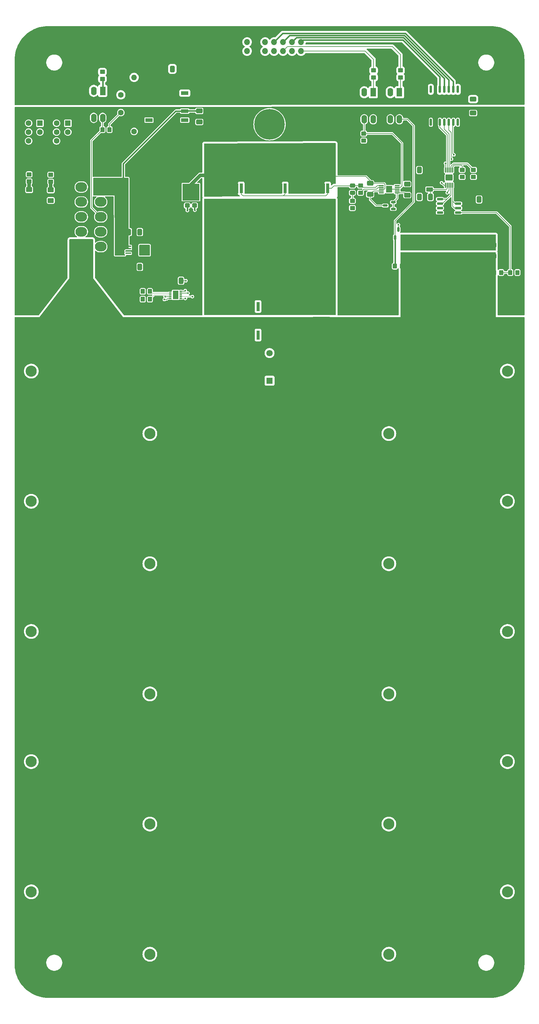
<source format=gbr>
%TF.GenerationSoftware,KiCad,Pcbnew,8.0.3*%
%TF.CreationDate,2024-09-30T04:18:30-05:00*%
%TF.ProjectId,Project Lab 4,50726f6a-6563-4742-904c-616220342e6b,rev?*%
%TF.SameCoordinates,Original*%
%TF.FileFunction,Copper,L1,Top*%
%TF.FilePolarity,Positive*%
%FSLAX46Y46*%
G04 Gerber Fmt 4.6, Leading zero omitted, Abs format (unit mm)*
G04 Created by KiCad (PCBNEW 8.0.3) date 2024-09-30 04:18:30*
%MOMM*%
%LPD*%
G01*
G04 APERTURE LIST*
G04 Aperture macros list*
%AMRoundRect*
0 Rectangle with rounded corners*
0 $1 Rounding radius*
0 $2 $3 $4 $5 $6 $7 $8 $9 X,Y pos of 4 corners*
0 Add a 4 corners polygon primitive as box body*
4,1,4,$2,$3,$4,$5,$6,$7,$8,$9,$2,$3,0*
0 Add four circle primitives for the rounded corners*
1,1,$1+$1,$2,$3*
1,1,$1+$1,$4,$5*
1,1,$1+$1,$6,$7*
1,1,$1+$1,$8,$9*
0 Add four rect primitives between the rounded corners*
20,1,$1+$1,$2,$3,$4,$5,0*
20,1,$1+$1,$4,$5,$6,$7,0*
20,1,$1+$1,$6,$7,$8,$9,0*
20,1,$1+$1,$8,$9,$2,$3,0*%
%AMFreePoly0*
4,1,30,0.400000,-4.000000,-0.400000,-4.000000,-2.400000,-4.000000,-2.400000,-3.200000,-0.400000,-3.200000,-0.400000,-2.800000,-2.400000,-2.800000,-2.400000,-2.000000,-0.400000,-2.000000,-0.400000,-1.600000,-2.400000,-1.600000,-2.400000,-0.800000,-0.400000,-0.800000,-0.400000,-0.400000,-2.400000,-0.400000,-2.400000,0.400000,-0.400000,0.400000,-0.400000,0.800000,-2.400000,0.800000,-2.400000,1.600000,
-0.400000,1.600000,-0.400000,2.000000,-2.400000,2.000000,-2.400000,2.800000,-0.400000,2.800000,-0.400000,3.200000,-2.400000,3.200000,-2.400000,4.000000,0.400000,4.000000,0.400000,-4.000000,0.400000,-4.000000,$1*%
G04 Aperture macros list end*
%TA.AperFunction,ComponentPad*%
%ADD10R,3.150000X3.150000*%
%TD*%
%TA.AperFunction,ComponentPad*%
%ADD11C,3.150000*%
%TD*%
%TA.AperFunction,ComponentPad*%
%ADD12C,5.100000*%
%TD*%
%TA.AperFunction,SMDPad,CuDef*%
%ADD13R,35.000000X18.000000*%
%TD*%
%TA.AperFunction,ComponentPad*%
%ADD14R,1.600000X2.400000*%
%TD*%
%TA.AperFunction,ComponentPad*%
%ADD15O,1.600000X2.400000*%
%TD*%
%TA.AperFunction,SMDPad,CuDef*%
%ADD16RoundRect,0.250000X-0.412500X-0.650000X0.412500X-0.650000X0.412500X0.650000X-0.412500X0.650000X0*%
%TD*%
%TA.AperFunction,SMDPad,CuDef*%
%ADD17RoundRect,0.317500X0.382500X0.317500X-0.382500X0.317500X-0.382500X-0.317500X0.382500X-0.317500X0*%
%TD*%
%TA.AperFunction,SMDPad,CuDef*%
%ADD18R,4.800000X4.720000*%
%TD*%
%TA.AperFunction,SMDPad,CuDef*%
%ADD19RoundRect,0.250000X-0.475000X0.337500X-0.475000X-0.337500X0.475000X-0.337500X0.475000X0.337500X0*%
%TD*%
%TA.AperFunction,SMDPad,CuDef*%
%ADD20RoundRect,0.250000X-0.450000X0.350000X-0.450000X-0.350000X0.450000X-0.350000X0.450000X0.350000X0*%
%TD*%
%TA.AperFunction,ComponentPad*%
%ADD21R,1.600000X1.600000*%
%TD*%
%TA.AperFunction,ComponentPad*%
%ADD22C,1.600000*%
%TD*%
%TA.AperFunction,SMDPad,CuDef*%
%ADD23RoundRect,0.250000X0.412500X0.650000X-0.412500X0.650000X-0.412500X-0.650000X0.412500X-0.650000X0*%
%TD*%
%TA.AperFunction,SMDPad,CuDef*%
%ADD24R,2.100000X1.000000*%
%TD*%
%TA.AperFunction,ComponentPad*%
%ADD25C,10.200000*%
%TD*%
%TA.AperFunction,ComponentPad*%
%ADD26R,1.800000X1.800000*%
%TD*%
%TA.AperFunction,ComponentPad*%
%ADD27C,1.800000*%
%TD*%
%TA.AperFunction,ComponentPad*%
%ADD28RoundRect,0.250001X1.399999X-1.099999X1.399999X1.099999X-1.399999X1.099999X-1.399999X-1.099999X0*%
%TD*%
%TA.AperFunction,ComponentPad*%
%ADD29O,3.300000X2.700000*%
%TD*%
%TA.AperFunction,SMDPad,CuDef*%
%ADD30R,1.425000X0.300000*%
%TD*%
%TA.AperFunction,SMDPad,CuDef*%
%ADD31R,1.680000X1.880000*%
%TD*%
%TA.AperFunction,SMDPad,CuDef*%
%ADD32R,28.000000X155.000000*%
%TD*%
%TA.AperFunction,SMDPad,CuDef*%
%ADD33RoundRect,0.250000X0.350000X0.450000X-0.350000X0.450000X-0.350000X-0.450000X0.350000X-0.450000X0*%
%TD*%
%TA.AperFunction,SMDPad,CuDef*%
%ADD34RoundRect,0.250000X0.650000X-0.412500X0.650000X0.412500X-0.650000X0.412500X-0.650000X-0.412500X0*%
%TD*%
%TA.AperFunction,SMDPad,CuDef*%
%ADD35RoundRect,0.250000X2.125000X-0.362500X2.125000X0.362500X-2.125000X0.362500X-2.125000X-0.362500X0*%
%TD*%
%TA.AperFunction,SMDPad,CuDef*%
%ADD36RoundRect,0.250000X-0.650000X0.412500X-0.650000X-0.412500X0.650000X-0.412500X0.650000X0.412500X0*%
%TD*%
%TA.AperFunction,ComponentPad*%
%ADD37R,1.700000X1.700000*%
%TD*%
%TA.AperFunction,ComponentPad*%
%ADD38O,1.700000X1.700000*%
%TD*%
%TA.AperFunction,SMDPad,CuDef*%
%ADD39R,5.600000X2.550000*%
%TD*%
%TA.AperFunction,SMDPad,CuDef*%
%ADD40R,0.900000X2.550000*%
%TD*%
%TA.AperFunction,SMDPad,CuDef*%
%ADD41RoundRect,0.150000X-0.150000X0.875000X-0.150000X-0.875000X0.150000X-0.875000X0.150000X0.875000X0*%
%TD*%
%TA.AperFunction,SMDPad,CuDef*%
%ADD42RoundRect,0.150000X0.150000X-0.512500X0.150000X0.512500X-0.150000X0.512500X-0.150000X-0.512500X0*%
%TD*%
%TA.AperFunction,SMDPad,CuDef*%
%ADD43R,0.900000X2.800000*%
%TD*%
%TA.AperFunction,SMDPad,CuDef*%
%ADD44FreePoly0,270.000000*%
%TD*%
%TA.AperFunction,ComponentPad*%
%ADD45C,0.600000*%
%TD*%
%TA.AperFunction,SMDPad,CuDef*%
%ADD46R,10.200000X8.100000*%
%TD*%
%TA.AperFunction,SMDPad,CuDef*%
%ADD47RoundRect,0.317500X-0.382500X-0.317500X0.382500X-0.317500X0.382500X0.317500X-0.382500X0.317500X0*%
%TD*%
%TA.AperFunction,ComponentPad*%
%ADD48O,1.600000X1.600000*%
%TD*%
%TA.AperFunction,SMDPad,CuDef*%
%ADD49R,0.750000X0.300000*%
%TD*%
%TA.AperFunction,SMDPad,CuDef*%
%ADD50R,1.600000X2.400000*%
%TD*%
%TA.AperFunction,SMDPad,CuDef*%
%ADD51RoundRect,0.250000X-0.350000X-0.450000X0.350000X-0.450000X0.350000X0.450000X-0.350000X0.450000X0*%
%TD*%
%TA.AperFunction,SMDPad,CuDef*%
%ADD52RoundRect,0.250000X0.700000X-0.362500X0.700000X0.362500X-0.700000X0.362500X-0.700000X-0.362500X0*%
%TD*%
%TA.AperFunction,SMDPad,CuDef*%
%ADD53RoundRect,0.250001X-0.624999X0.462499X-0.624999X-0.462499X0.624999X-0.462499X0.624999X0.462499X0*%
%TD*%
%TA.AperFunction,SMDPad,CuDef*%
%ADD54RoundRect,0.150000X0.512500X0.150000X-0.512500X0.150000X-0.512500X-0.150000X0.512500X-0.150000X0*%
%TD*%
%TA.AperFunction,SMDPad,CuDef*%
%ADD55RoundRect,0.075000X0.075000X-0.662500X0.075000X0.662500X-0.075000X0.662500X-0.075000X-0.662500X0*%
%TD*%
%TA.AperFunction,SMDPad,CuDef*%
%ADD56RoundRect,0.250000X0.740000X-0.615000X0.740000X0.615000X-0.740000X0.615000X-0.740000X-0.615000X0*%
%TD*%
%TA.AperFunction,ComponentPad*%
%ADD57C,8.600000*%
%TD*%
%TA.AperFunction,SMDPad,CuDef*%
%ADD58RoundRect,0.250000X0.450000X-0.350000X0.450000X0.350000X-0.450000X0.350000X-0.450000X-0.350000X0*%
%TD*%
%TA.AperFunction,SMDPad,CuDef*%
%ADD59RoundRect,0.150000X-0.725000X-0.150000X0.725000X-0.150000X0.725000X0.150000X-0.725000X0.150000X0*%
%TD*%
%TA.AperFunction,SMDPad,CuDef*%
%ADD60RoundRect,0.100000X-0.712500X-0.100000X0.712500X-0.100000X0.712500X0.100000X-0.712500X0.100000X0*%
%TD*%
%TA.AperFunction,ViaPad*%
%ADD61C,0.500000*%
%TD*%
%TA.AperFunction,Conductor*%
%ADD62C,0.200000*%
%TD*%
%TA.AperFunction,Conductor*%
%ADD63C,0.400000*%
%TD*%
%TA.AperFunction,Conductor*%
%ADD64C,0.150000*%
%TD*%
%TA.AperFunction,Conductor*%
%ADD65C,1.000000*%
%TD*%
%TA.AperFunction,Conductor*%
%ADD66C,0.100000*%
%TD*%
%TA.AperFunction,Conductor*%
%ADD67C,0.600000*%
%TD*%
G04 APERTURE END LIST*
D10*
%TO.P,C6,1*%
%TO.N,+40V*%
X326500000Y-42000000D03*
D11*
%TO.P,C6,2*%
%TO.N,GNDPWR*%
X326500000Y-52000000D03*
%TD*%
D10*
%TO.P,C20,1*%
%TO.N,+40V*%
X461000000Y-42000000D03*
D11*
%TO.P,C20,2*%
%TO.N,GNDPWR*%
X461000000Y-52000000D03*
%TD*%
D12*
%TO.P,H8,1,1*%
%TO.N,/-SHUNT*%
X381500000Y-22500000D03*
D13*
X394000000Y-22500000D03*
D12*
X406500000Y-22500000D03*
%TD*%
D14*
%TO.P,OC4,1*%
%TO.N,Net-(OC4-Pad1)*%
X423075000Y26625000D03*
D15*
%TO.P,OC4,2*%
%TO.N,GND*%
X420535000Y26625000D03*
%TO.P,OC4,3*%
%TO.N,/DISCHARGE*%
X420535000Y19005000D03*
%TO.P,OC4,4*%
%TO.N,+12V*%
X423075000Y19005000D03*
%TD*%
D10*
%TO.P,C22,1*%
%TO.N,+40V*%
X326500000Y-188800000D03*
D11*
%TO.P,C22,2*%
%TO.N,GNDPWR*%
X326500000Y-198800000D03*
%TD*%
D16*
%TO.P,C32,1*%
%TO.N,+5V*%
X449837500Y-3600000D03*
%TO.P,C32,2*%
%TO.N,GNDPWR*%
X452962500Y-3600000D03*
%TD*%
D17*
%TO.P,D3,1,A*%
%TO.N,GNDPWR*%
X372640000Y-5315000D03*
%TO.P,D3,2,A*%
X370560000Y-5315000D03*
D18*
%TO.P,D3,3,K*%
%TO.N,/power_stage/+TWEEZER*%
X371600000Y-1510000D03*
%TD*%
D19*
%TO.P,C26,1*%
%TO.N,/power_stage/gate*%
X417202437Y337500D03*
%TO.P,C26,2*%
%TO.N,Net-(C26-Pad2)*%
X417202437Y-1737500D03*
%TD*%
D10*
%TO.P,C18,1*%
%TO.N,+40V*%
X326500000Y-152100000D03*
D11*
%TO.P,C18,2*%
%TO.N,GNDPWR*%
X326500000Y-162100000D03*
%TD*%
D20*
%TO.P,R11,1*%
%TO.N,TRIG*%
X423200000Y32800000D03*
%TO.P,R11,2*%
%TO.N,Net-(OC4-Pad1)*%
X423200000Y30800000D03*
%TD*%
D21*
%TO.P,SW2,1,A*%
%TO.N,GNDPWR*%
X336850000Y17907500D03*
D22*
%TO.P,SW2,2,B*%
%TO.N,/GAIN2*%
X336850000Y15407500D03*
%TO.P,SW2,3,C*%
%TO.N,+5V*%
X336850000Y12907500D03*
%TO.P,SW2,4*%
%TO.N,N/C*%
X333650000Y17907500D03*
%TO.P,SW2,5*%
X333650000Y15407500D03*
%TO.P,SW2,6*%
X333650000Y12907500D03*
%TD*%
D23*
%TO.P,C2,1*%
%TO.N,Net-(U5-VCCA)*%
X439262500Y-2900000D03*
%TO.P,C2,2*%
%TO.N,GNDPWR*%
X436137500Y-2900000D03*
%TD*%
D24*
%TO.P,U4,1,-VIN*%
%TO.N,GNDPWR*%
X369850000Y18790000D03*
%TO.P,U4,2,+VIN*%
%TO.N,+12V*%
X369850000Y21330000D03*
%TO.P,U4,4,-VOUT*%
%TO.N,GND*%
X369850000Y26410000D03*
%TO.P,U4,5,+VOUT*%
%TO.N,+5V_ISO*%
X359750000Y26410000D03*
%TO.P,U4,8,NC*%
%TO.N,unconnected-(U4-NC-Pad8)*%
X359750000Y18790000D03*
%TD*%
D14*
%TO.P,OC1,1*%
%TO.N,Net-(OC1-Pad1)*%
X346675000Y27025000D03*
D15*
%TO.P,OC1,2*%
%TO.N,GND*%
X344135000Y27025000D03*
%TO.P,OC1,3*%
%TO.N,GNDPWR*%
X344135000Y19405000D03*
%TO.P,OC1,4*%
%TO.N,HV_RELAY*%
X346675000Y19405000D03*
%TD*%
D10*
%TO.P,C21,1*%
%TO.N,+40V*%
X360000000Y-59600000D03*
D11*
%TO.P,C21,2*%
%TO.N,GNDPWR*%
X360000000Y-69600000D03*
%TD*%
D10*
%TO.P,C13,1*%
%TO.N,+40V*%
X360000000Y-133000000D03*
D11*
%TO.P,C13,2*%
%TO.N,GNDPWR*%
X360000000Y-143000000D03*
%TD*%
D25*
%TO.P,R24,1,1*%
%TO.N,+40V*%
X393800000Y-76800000D03*
D26*
%TO.P,R24,2,2*%
%TO.N,/+RS*%
X393800000Y-54700000D03*
D27*
%TO.P,R24,3,3*%
%TO.N,/-RS*%
X393800000Y-46900000D03*
D25*
%TO.P,R24,4,4*%
%TO.N,/-SHUNT*%
X393800000Y-24800000D03*
%TD*%
D28*
%TO.P,J2,1,Pin_1*%
%TO.N,+40V*%
X340625000Y-16900000D03*
D29*
%TO.P,J2,2,Pin_2*%
%TO.N,GNDPWR*%
X340625000Y-12700000D03*
%TO.P,J2,3,Pin_3*%
%TO.N,-13.8V*%
X340625000Y-8500000D03*
%TO.P,J2,4,Pin_4*%
%TO.N,GNDPWR*%
X340625000Y-4300000D03*
%TO.P,J2,5,Pin_5*%
%TO.N,+13.8V*%
X340625000Y-100000D03*
%TO.P,J2,6,Pin_6*%
%TO.N,GNDPWR*%
X346125000Y-16900000D03*
%TO.P,J2,7,Pin_7*%
X346125000Y-12700000D03*
%TO.P,J2,8,Pin_8*%
%TO.N,HV_RELAY*%
X346125000Y-8500000D03*
%TO.P,J2,9,Pin_9*%
%TO.N,GNDPWR*%
X346125000Y-4300000D03*
%TO.P,J2,10,Pin_10*%
%TO.N,+12V*%
X346125000Y-100000D03*
%TD*%
D10*
%TO.P,C5,1*%
%TO.N,+40V*%
X360000000Y-206400000D03*
D11*
%TO.P,C5,2*%
%TO.N,GNDPWR*%
X360000000Y-216400000D03*
%TD*%
D30*
%TO.P,IC1,1,VCC*%
%TO.N,+12V*%
X429826437Y-1700000D03*
%TO.P,IC1,2,VCCUV*%
%TO.N,unconnected-(IC1-VCCUV-Pad2)*%
X429826437Y-1200000D03*
%TO.P,IC1,3,GND_1*%
%TO.N,GNDPWR*%
X429826437Y-700000D03*
%TO.P,IC1,4,INP*%
%TO.N,/DISCHARGE*%
X429826437Y-200000D03*
%TO.P,IC1,5,OVLO*%
%TO.N,unconnected-(IC1-OVLO-Pad5)*%
X429826437Y300000D03*
%TO.P,IC1,6,TGDN*%
%TO.N,/power_stage/gate*%
X425402437Y300000D03*
%TO.P,IC1,7,TGUP*%
%TO.N,Net-(IC1-TGUP)*%
X425402437Y-200000D03*
%TO.P,IC1,8,TS*%
%TO.N,/power_stage/+TWEEZER*%
X425402437Y-700000D03*
%TO.P,IC1,9,BST*%
%TO.N,Net-(D1-K)*%
X425402437Y-1200000D03*
%TO.P,IC1,10,NC*%
%TO.N,unconnected-(IC1-NC-Pad10)*%
X425402437Y-1700000D03*
D31*
%TO.P,IC1,11,GND_2*%
%TO.N,GNDPWR*%
X427614437Y-700000D03*
%TD*%
D25*
%TO.P,H7,1,1*%
%TO.N,+40V*%
X393800000Y-108575000D03*
X393800000Y-148575000D03*
D32*
X393800000Y-148575000D03*
D25*
X393800000Y-188575000D03*
%TD*%
D22*
%TO.P,C29,1*%
%TO.N,+12V*%
X351800000Y20900000D03*
%TO.P,C29,2*%
%TO.N,GND*%
X351800000Y25900000D03*
%TD*%
D33*
%TO.P,R14,1*%
%TO.N,+12V*%
X348600000Y16100000D03*
%TO.P,R14,2*%
%TO.N,HV_RELAY*%
X346600000Y16100000D03*
%TD*%
D34*
%TO.P,C24,1*%
%TO.N,+12V*%
X432700000Y-2362500D03*
%TO.P,C24,2*%
%TO.N,GNDPWR*%
X432700000Y762500D03*
%TD*%
D10*
%TO.P,C11,1*%
%TO.N,+40V*%
X427500000Y-133000000D03*
D11*
%TO.P,C11,2*%
%TO.N,GNDPWR*%
X427500000Y-143000000D03*
%TD*%
D35*
%TO.P,R21,1*%
%TO.N,+40V*%
X439000000Y-19562500D03*
%TO.P,R21,2*%
%TO.N,/cap_bank/bleed_drain*%
X439000000Y-16437500D03*
%TD*%
D36*
%TO.P,C33,1*%
%TO.N,+5V_ISO*%
X451300000Y27812500D03*
%TO.P,C33,2*%
%TO.N,GND*%
X451300000Y24687500D03*
%TD*%
D37*
%TO.P,J4,1,Pin_1*%
%TO.N,+5V_ISO*%
X384925000Y38260000D03*
D38*
%TO.P,J4,2,Pin_2*%
X384925000Y40800000D03*
%TO.P,J4,3,Pin_3*%
%TO.N,GND*%
X387465000Y38260000D03*
%TO.P,J4,4,Pin_4*%
X387465000Y40800000D03*
%TO.P,J4,5,Pin_5*%
%TO.N,+5V_ISO*%
X390005000Y38260000D03*
%TO.P,J4,6,Pin_6*%
X390005000Y40800000D03*
%TO.P,J4,7,Pin_7*%
%TO.N,GND*%
X392545000Y38260000D03*
%TO.P,J4,8,Pin_8*%
X392545000Y40800000D03*
%TO.P,J4,9,Pin_9*%
%TO.N,unconnected-(J4-Pin_9-Pad9)*%
X395085000Y38260000D03*
%TO.P,J4,10,Pin_10*%
%TO.N,/~CS*%
X395085000Y40800000D03*
%TO.P,J4,11,Pin_11*%
%TO.N,~BLEED*%
X397625000Y38260000D03*
%TO.P,J4,12,Pin_12*%
%TO.N,/SCLK*%
X397625000Y40800000D03*
%TO.P,J4,13,Pin_13*%
%TO.N,HV_EN*%
X400165000Y38260000D03*
%TO.P,J4,14,Pin_14*%
%TO.N,/MOSI*%
X400165000Y40800000D03*
%TO.P,J4,15,Pin_15*%
%TO.N,TRIG*%
X402705000Y38260000D03*
%TO.P,J4,16,Pin_16*%
%TO.N,/MISO*%
X402705000Y40800000D03*
%TD*%
D10*
%TO.P,C14,1*%
%TO.N,+40V*%
X326500000Y-115400000D03*
D11*
%TO.P,C14,2*%
%TO.N,GNDPWR*%
X326500000Y-125400000D03*
%TD*%
D39*
%TO.P,R1,1,1*%
%TO.N,+40V*%
X394600000Y-41825000D03*
D40*
%TO.P,R1,2,2*%
%TO.N,/+RS*%
X390550000Y-41825000D03*
%TO.P,R1,3,3*%
%TO.N,/-RS*%
X390550000Y-33775000D03*
D39*
%TO.P,R1,4,4*%
%TO.N,/-SHUNT*%
X394600000Y-33775000D03*
%TD*%
D41*
%TO.P,U2,1,VCC1*%
%TO.N,+5V_ISO*%
X448245000Y27450000D03*
%TO.P,U2,2,GND1*%
%TO.N,GND*%
X446975000Y27450000D03*
%TO.P,U2,3,INA*%
%TO.N,/~CS*%
X445705000Y27450000D03*
%TO.P,U2,4,INB*%
%TO.N,/SCLK*%
X444435000Y27450000D03*
%TO.P,U2,5,INC*%
%TO.N,/MOSI*%
X443165000Y27450000D03*
%TO.P,U2,6,OUTD*%
%TO.N,/MISO*%
X441895000Y27450000D03*
%TO.P,U2,7,EN1*%
%TO.N,+5V_ISO*%
X440625000Y27450000D03*
%TO.P,U2,8,GND1*%
%TO.N,GND*%
X439355000Y27450000D03*
%TO.P,U2,9,GND2*%
%TO.N,GNDPWR*%
X439355000Y18150000D03*
%TO.P,U2,10,EN2*%
%TO.N,+5V*%
X440625000Y18150000D03*
%TO.P,U2,11,IND*%
%TO.N,Net-(U2-IND)*%
X441895000Y18150000D03*
%TO.P,U2,12,OUTC*%
%TO.N,Net-(U2-OUTC)*%
X443165000Y18150000D03*
%TO.P,U2,13,OUTB*%
%TO.N,Net-(U2-OUTB)*%
X444435000Y18150000D03*
%TO.P,U2,14,OUTA*%
%TO.N,Net-(U2-OUTA)*%
X445705000Y18150000D03*
%TO.P,U2,15,GND2*%
%TO.N,GNDPWR*%
X446975000Y18150000D03*
%TO.P,U2,16,VCC2*%
%TO.N,+5V*%
X448245000Y18150000D03*
%TD*%
D35*
%TO.P,R19,1*%
%TO.N,+40V*%
X455500000Y-19562500D03*
%TO.P,R19,2*%
%TO.N,/cap_bank/bleed_drain*%
X455500000Y-16437500D03*
%TD*%
D10*
%TO.P,C12,1*%
%TO.N,+40V*%
X461000000Y-115400000D03*
D11*
%TO.P,C12,2*%
%TO.N,GNDPWR*%
X461000000Y-125400000D03*
%TD*%
D36*
%TO.P,C28,1*%
%TO.N,+12V*%
X373950000Y21362500D03*
%TO.P,C28,2*%
%TO.N,GNDPWR*%
X373950000Y18237500D03*
%TD*%
D10*
%TO.P,C19,1*%
%TO.N,+40V*%
X427500000Y-59600000D03*
D11*
%TO.P,C19,2*%
%TO.N,GNDPWR*%
X427500000Y-69600000D03*
%TD*%
D20*
%TO.P,R23,1*%
%TO.N,THERM2*%
X451400000Y4732500D03*
%TO.P,R23,2*%
%TO.N,GNDPWR*%
X451400000Y2732500D03*
%TD*%
D10*
%TO.P,C15,1*%
%TO.N,+40V*%
X427500000Y-96300000D03*
D11*
%TO.P,C15,2*%
%TO.N,GNDPWR*%
X427500000Y-106300000D03*
%TD*%
D23*
%TO.P,C31,1*%
%TO.N,+5V*%
X439262500Y4700000D03*
%TO.P,C31,2*%
%TO.N,GNDPWR*%
X436137500Y4700000D03*
%TD*%
D34*
%TO.P,C25,1*%
%TO.N,Net-(D1-K)*%
X422200000Y-2173573D03*
%TO.P,C25,2*%
%TO.N,/power_stage/+TWEEZER*%
X422200000Y951427D03*
%TD*%
D42*
%TO.P,Q5,1,G*%
%TO.N,/cap_bank/bleed_gate*%
X429250000Y-14337500D03*
%TO.P,Q5,2,D*%
%TO.N,/cap_bank/bleed_drain*%
X431150000Y-14337500D03*
%TO.P,Q5,3,S*%
%TO.N,GNDPWR*%
X430200000Y-12062500D03*
%TD*%
D33*
%TO.P,R17,1*%
%TO.N,+40V*%
X431200000Y-22400000D03*
%TO.P,R17,2*%
%TO.N,/cap_bank/bleed_gate*%
X429200000Y-22400000D03*
%TD*%
D43*
%TO.P,Q1,1,G*%
%TO.N,/power_stage/gate*%
X410200000Y-470000D03*
%TO.P,Q1,2,S*%
%TO.N,/power_stage/+TWEEZER*%
X409000000Y-470000D03*
X407800000Y-470000D03*
X406600000Y-470000D03*
X405400000Y-470000D03*
X404200000Y-470000D03*
X403000000Y-470000D03*
X401800000Y-470000D03*
D44*
X405400000Y-1470000D03*
D45*
%TO.P,Q1,3,D*%
%TO.N,/-SHUNT*%
X409600000Y-5170000D03*
X408400000Y-5170000D03*
X407200000Y-5170000D03*
X406000000Y-5170000D03*
X404800000Y-5170000D03*
X403600000Y-5170000D03*
X402400000Y-5170000D03*
X409600000Y-6370000D03*
X408400000Y-6370000D03*
X407200000Y-6370000D03*
X406000000Y-6370000D03*
X404800000Y-6370000D03*
X403600000Y-6370000D03*
X402400000Y-6370000D03*
X409600000Y-7570000D03*
X408400000Y-7570000D03*
X407200000Y-7570000D03*
X406000000Y-7570000D03*
X404800000Y-7570000D03*
X403600000Y-7570000D03*
X402400000Y-7570000D03*
D46*
X406000000Y-8095000D03*
D45*
X409600000Y-8770000D03*
X408400000Y-8770000D03*
X407200000Y-8770000D03*
X406000000Y-8770000D03*
X404800000Y-8770000D03*
X403600000Y-8770000D03*
X402400000Y-8770000D03*
X409600000Y-9970000D03*
X408400000Y-9970000D03*
X407200000Y-9970000D03*
X406000000Y-9970000D03*
X404800000Y-9970000D03*
X403600000Y-9970000D03*
X402400000Y-9970000D03*
X409600000Y-11170000D03*
X408400000Y-11170000D03*
X407200000Y-11170000D03*
X406000000Y-11170000D03*
X404800000Y-11170000D03*
X403600000Y-11170000D03*
X402400000Y-11170000D03*
%TD*%
D34*
%TO.P,C34,1*%
%TO.N,+5V*%
X451300000Y17637500D03*
%TO.P,C34,2*%
%TO.N,GNDPWR*%
X451300000Y20762500D03*
%TD*%
D10*
%TO.P,C3,1*%
%TO.N,+40V*%
X427500000Y-206400000D03*
D11*
%TO.P,C3,2*%
%TO.N,GNDPWR*%
X427500000Y-216400000D03*
%TD*%
D35*
%TO.P,R20,1*%
%TO.N,+40V*%
X444500000Y-19562500D03*
%TO.P,R20,2*%
%TO.N,/cap_bank/bleed_drain*%
X444500000Y-16437500D03*
%TD*%
D47*
%TO.P,D4,1,A*%
%TO.N,/-SHUNT*%
X407360000Y-35285000D03*
%TO.P,D4,2,A*%
X409440000Y-35285000D03*
D18*
%TO.P,D4,3,K*%
%TO.N,+40V*%
X408400000Y-39090000D03*
%TD*%
D22*
%TO.P,R8,1*%
%TO.N,+12V*%
X355550000Y15580000D03*
D48*
%TO.P,R8,2*%
%TO.N,GND*%
X355550000Y30820000D03*
%TD*%
D14*
%TO.P,OC2,1*%
%TO.N,Net-(OC2-Pad1)*%
X430475000Y26625000D03*
D15*
%TO.P,OC2,2*%
%TO.N,GND*%
X427935000Y26625000D03*
%TO.P,OC2,3*%
%TO.N,GNDPWR*%
X427935000Y19005000D03*
%TO.P,OC2,4*%
%TO.N,/cap_bank/bleed_gate*%
X430475000Y19005000D03*
%TD*%
D49*
%TO.P,U1,1,RS+*%
%TO.N,/+RS*%
X368750000Y-31500000D03*
%TO.P,U1,2,RS-*%
%TO.N,/-RS*%
X368750000Y-31000000D03*
%TO.P,U1,3,NC*%
%TO.N,unconnected-(U1-NC-Pad3)*%
X368750000Y-30500000D03*
%TO.P,U1,4,OUT*%
%TO.N,/+i_sens*%
X368750000Y-30000000D03*
%TO.P,U1,5,GND*%
%TO.N,GNDPWR*%
X368750000Y-29500000D03*
%TO.P,U1,6,VDD*%
%TO.N,+5V*%
X365750000Y-29500000D03*
%TO.P,U1,7,REF2*%
%TO.N,/REF2*%
X365750000Y-30000000D03*
%TO.P,U1,8,REF1*%
%TO.N,/REF1*%
X365750000Y-30500000D03*
%TO.P,U1,9,GAIN2*%
%TO.N,/GAIN2*%
X365750000Y-31000000D03*
%TO.P,U1,10,GAIN1*%
%TO.N,/GAIN1*%
X365750000Y-31500000D03*
D50*
%TO.P,U1,11*%
%TO.N,N/C*%
X367250000Y-30500000D03*
%TD*%
D43*
%TO.P,Q3,1,G*%
%TO.N,/power_stage/gate*%
X385800000Y-470000D03*
%TO.P,Q3,2,S*%
%TO.N,/power_stage/+TWEEZER*%
X384600000Y-470000D03*
X383400000Y-470000D03*
X382200000Y-470000D03*
X381000000Y-470000D03*
X379800000Y-470000D03*
X378600000Y-470000D03*
X377400000Y-470000D03*
D44*
X381000000Y-1470000D03*
D45*
%TO.P,Q3,3,D*%
%TO.N,/-SHUNT*%
X385200000Y-5170000D03*
X384000000Y-5170000D03*
X382800000Y-5170000D03*
X381600000Y-5170000D03*
X380400000Y-5170000D03*
X379200000Y-5170000D03*
X378000000Y-5170000D03*
X385200000Y-6370000D03*
X384000000Y-6370000D03*
X382800000Y-6370000D03*
X381600000Y-6370000D03*
X380400000Y-6370000D03*
X379200000Y-6370000D03*
X378000000Y-6370000D03*
X385200000Y-7570000D03*
X384000000Y-7570000D03*
X382800000Y-7570000D03*
X381600000Y-7570000D03*
X380400000Y-7570000D03*
X379200000Y-7570000D03*
X378000000Y-7570000D03*
D46*
X381600000Y-8095000D03*
D45*
X385200000Y-8770000D03*
X384000000Y-8770000D03*
X382800000Y-8770000D03*
X381600000Y-8770000D03*
X380400000Y-8770000D03*
X379200000Y-8770000D03*
X378000000Y-8770000D03*
X385200000Y-9970000D03*
X384000000Y-9970000D03*
X382800000Y-9970000D03*
X381600000Y-9970000D03*
X380400000Y-9970000D03*
X379200000Y-9970000D03*
X378000000Y-9970000D03*
X385200000Y-11170000D03*
X384000000Y-11170000D03*
X382800000Y-11170000D03*
X381600000Y-11170000D03*
X380400000Y-11170000D03*
X379200000Y-11170000D03*
X378000000Y-11170000D03*
%TD*%
D33*
%TO.P,R10,1*%
%TO.N,GNDPWR*%
X463800000Y-24200000D03*
%TO.P,R10,2*%
%TO.N,/+v_sens*%
X461800000Y-24200000D03*
%TD*%
D51*
%TO.P,R9,1*%
%TO.N,+40V*%
X457200000Y-24200000D03*
%TO.P,R9,2*%
%TO.N,/+v_sens*%
X459200000Y-24200000D03*
%TD*%
D52*
%TO.P,L1,1*%
%TO.N,Net-(U5-VCCA)*%
X439000000Y-762500D03*
%TO.P,L1,2*%
%TO.N,+5V*%
X439000000Y2562500D03*
%TD*%
D20*
%TO.P,R13,1*%
%TO.N,THERM1*%
X448200000Y4732500D03*
%TO.P,R13,2*%
%TO.N,GNDPWR*%
X448200000Y2732500D03*
%TD*%
%TO.P,R12,1*%
%TO.N,/DISCHARGE*%
X420400000Y15000000D03*
%TO.P,R12,2*%
%TO.N,GNDPWR*%
X420400000Y13000000D03*
%TD*%
D16*
%TO.P,C27,1*%
%TO.N,+12V*%
X354037500Y-12800000D03*
%TO.P,C27,2*%
%TO.N,GNDPWR*%
X357162500Y-12800000D03*
%TD*%
D20*
%TO.P,R2,1*%
%TO.N,Net-(C26-Pad2)*%
X417202437Y-4000000D03*
%TO.P,R2,2*%
%TO.N,GNDPWR*%
X417202437Y-6000000D03*
%TD*%
D53*
%TO.P,D5,1,K*%
%TO.N,Net-(D5-K)*%
X325900000Y-812500D03*
%TO.P,D5,2,A*%
%TO.N,+5V*%
X325900000Y-3787500D03*
%TD*%
D35*
%TO.P,R22,1*%
%TO.N,+40V*%
X433500000Y-19562500D03*
%TO.P,R22,2*%
%TO.N,/cap_bank/bleed_drain*%
X433500000Y-16437500D03*
%TD*%
D54*
%TO.P,D1,1,A*%
%TO.N,+12V*%
X428751937Y-6261073D03*
%TO.P,D1,2,A*%
X428751937Y-4361073D03*
%TO.P,D1,3,K*%
%TO.N,Net-(D1-K)*%
X426476937Y-5311073D03*
%TD*%
D55*
%TO.P,U5,1,~CS*%
%TO.N,Net-(U2-OUTA)*%
X443505000Y400000D03*
%TO.P,U5,2,VCCA*%
%TO.N,Net-(U5-VCCA)*%
X444005000Y400000D03*
%TO.P,U5,3,GND*%
%TO.N,GNDPWR*%
X444505000Y400000D03*
%TO.P,U5,4,IN4*%
%TO.N,I_SENS*%
X445005000Y400000D03*
%TO.P,U5,5,IN3*%
%TO.N,V_SENS*%
X445505000Y400000D03*
%TO.P,U5,6,IN2*%
%TO.N,THERM1*%
X445505000Y4725000D03*
%TO.P,U5,7,IN1*%
%TO.N,THERM2*%
X445005000Y4725000D03*
%TO.P,U5,8,DIN*%
%TO.N,Net-(U2-OUTC)*%
X444505000Y4725000D03*
%TO.P,U5,9,DOUT*%
%TO.N,Net-(U2-IND)*%
X444005000Y4725000D03*
%TO.P,U5,10,SCLK*%
%TO.N,Net-(U2-OUTB)*%
X443505000Y4725000D03*
D56*
%TO.P,U5,11*%
%TO.N,N/C*%
X444505000Y2562500D03*
%TD*%
D16*
%TO.P,C23,1*%
%TO.N,+5V*%
X354037500Y-22600000D03*
%TO.P,C23,2*%
%TO.N,GNDPWR*%
X357162500Y-22600000D03*
%TD*%
D57*
%TO.P,H1,1,1*%
%TO.N,/power_stage/+TWEEZER*%
X393800000Y7000000D03*
%TD*%
D10*
%TO.P,C9,1*%
%TO.N,+40V*%
X360000000Y-169700000D03*
D11*
%TO.P,C9,2*%
%TO.N,GNDPWR*%
X360000000Y-179700000D03*
%TD*%
D10*
%TO.P,C10,1*%
%TO.N,+40V*%
X326500000Y-78700000D03*
D11*
%TO.P,C10,2*%
%TO.N,GNDPWR*%
X326500000Y-88700000D03*
%TD*%
D58*
%TO.P,R4,1*%
%TO.N,Net-(D5-K)*%
X325900000Y1487500D03*
%TO.P,R4,2*%
%TO.N,GNDPWR*%
X325900000Y3487500D03*
%TD*%
D10*
%TO.P,C8,1*%
%TO.N,+40V*%
X461000000Y-152100000D03*
D11*
%TO.P,C8,2*%
%TO.N,GNDPWR*%
X461000000Y-162100000D03*
%TD*%
D10*
%TO.P,C7,1*%
%TO.N,+40V*%
X427500000Y-169700000D03*
D11*
%TO.P,C7,2*%
%TO.N,GNDPWR*%
X427500000Y-179700000D03*
%TD*%
D58*
%TO.P,R3,1*%
%TO.N,Net-(D2-K)*%
X332004000Y1387500D03*
%TO.P,R3,2*%
%TO.N,GNDPWR*%
X332004000Y3387500D03*
%TD*%
D16*
%TO.P,C30,1*%
%TO.N,+5V_ISO*%
X363237500Y33200000D03*
%TO.P,C30,2*%
%TO.N,GND*%
X366362500Y33200000D03*
%TD*%
D57*
%TO.P,H2,1,1*%
%TO.N,GNDPWR*%
X393800000Y17600000D03*
%TD*%
D20*
%TO.P,R15,1*%
%TO.N,HV_EN*%
X346600000Y32400000D03*
%TO.P,R15,2*%
%TO.N,Net-(OC1-Pad1)*%
X346600000Y30400000D03*
%TD*%
D58*
%TO.P,R5,1*%
%TO.N,Net-(IC1-TGUP)*%
X419502437Y-1700000D03*
%TO.P,R5,2*%
%TO.N,/power_stage/gate*%
X419502437Y300000D03*
%TD*%
D33*
%TO.P,R7,1*%
%TO.N,/REF2*%
X360000000Y-29500000D03*
%TO.P,R7,2*%
%TO.N,GNDPWR*%
X358000000Y-29500000D03*
%TD*%
D10*
%TO.P,C4,1*%
%TO.N,+40V*%
X461000000Y-188800000D03*
D11*
%TO.P,C4,2*%
%TO.N,GNDPWR*%
X461000000Y-198800000D03*
%TD*%
D59*
%TO.P,U6,1*%
%TO.N,I_SENS*%
X441930000Y-3495000D03*
%TO.P,U6,2,-*%
X441930000Y-4765000D03*
%TO.P,U6,3,+*%
%TO.N,/+i_sens*%
X441930000Y-6035000D03*
%TO.P,U6,4,V-*%
%TO.N,GNDPWR*%
X441930000Y-7305000D03*
%TO.P,U6,5,+*%
%TO.N,/+v_sens*%
X447080000Y-7305000D03*
%TO.P,U6,6,-*%
%TO.N,V_SENS*%
X447080000Y-6035000D03*
%TO.P,U6,7*%
X447080000Y-4765000D03*
%TO.P,U6,8,V+*%
%TO.N,+5V*%
X447080000Y-3495000D03*
%TD*%
D16*
%TO.P,C1,1*%
%TO.N,+5V*%
X365687500Y-26500000D03*
%TO.P,C1,2*%
%TO.N,GNDPWR*%
X368812500Y-26500000D03*
%TD*%
D35*
%TO.P,R18,1*%
%TO.N,+40V*%
X450000000Y-19562500D03*
%TO.P,R18,2*%
%TO.N,/cap_bank/bleed_drain*%
X450000000Y-16437500D03*
%TD*%
D10*
%TO.P,C17,1*%
%TO.N,+40V*%
X360000000Y-96300000D03*
D11*
%TO.P,C17,2*%
%TO.N,GNDPWR*%
X360000000Y-106300000D03*
%TD*%
D60*
%TO.P,U3,1,EN*%
%TO.N,+12V*%
X353887500Y-16825000D03*
%TO.P,U3,2,IN*%
X353887500Y-17475000D03*
%TO.P,U3,3,OUT*%
%TO.N,+5V*%
X353887500Y-18125000D03*
%TO.P,U3,4,BP*%
%TO.N,unconnected-(U3-BP-Pad4)*%
X353887500Y-18775000D03*
%TO.P,U3,5,GND*%
%TO.N,GNDPWR*%
X358112500Y-18775000D03*
%TO.P,U3,6,GND*%
X358112500Y-18125000D03*
%TO.P,U3,7,GND*%
X358112500Y-17475000D03*
%TO.P,U3,8,GND*%
X358112500Y-16825000D03*
%TD*%
D21*
%TO.P,SW1,1,A*%
%TO.N,GNDPWR*%
X328950000Y17907500D03*
D22*
%TO.P,SW1,2,B*%
%TO.N,/GAIN1*%
X328950000Y15407500D03*
%TO.P,SW1,3,C*%
%TO.N,+5V*%
X328950000Y12907500D03*
%TO.P,SW1,4*%
%TO.N,N/C*%
X325750000Y17907500D03*
%TO.P,SW1,5*%
X325750000Y15407500D03*
%TO.P,SW1,6*%
X325750000Y12907500D03*
%TD*%
D43*
%TO.P,Q2,1,G*%
%TO.N,/power_stage/gate*%
X398200000Y-470000D03*
%TO.P,Q2,2,S*%
%TO.N,/power_stage/+TWEEZER*%
X397000000Y-470000D03*
X395800000Y-470000D03*
X394600000Y-470000D03*
X393400000Y-470000D03*
X392200000Y-470000D03*
X391000000Y-470000D03*
X389800000Y-470000D03*
D44*
X393400000Y-1470000D03*
D45*
%TO.P,Q2,3,D*%
%TO.N,/-SHUNT*%
X397600000Y-5170000D03*
X396400000Y-5170000D03*
X395200000Y-5170000D03*
X394000000Y-5170000D03*
X392800000Y-5170000D03*
X391600000Y-5170000D03*
X390400000Y-5170000D03*
X397600000Y-6370000D03*
X396400000Y-6370000D03*
X395200000Y-6370000D03*
X394000000Y-6370000D03*
X392800000Y-6370000D03*
X391600000Y-6370000D03*
X390400000Y-6370000D03*
X397600000Y-7570000D03*
X396400000Y-7570000D03*
X395200000Y-7570000D03*
X394000000Y-7570000D03*
X392800000Y-7570000D03*
X391600000Y-7570000D03*
X390400000Y-7570000D03*
D46*
X394000000Y-8095000D03*
D45*
X397600000Y-8770000D03*
X396400000Y-8770000D03*
X395200000Y-8770000D03*
X394000000Y-8770000D03*
X392800000Y-8770000D03*
X391600000Y-8770000D03*
X390400000Y-8770000D03*
X397600000Y-9970000D03*
X396400000Y-9970000D03*
X395200000Y-9970000D03*
X394000000Y-9970000D03*
X392800000Y-9970000D03*
X391600000Y-9970000D03*
X390400000Y-9970000D03*
X397600000Y-11170000D03*
X396400000Y-11170000D03*
X395200000Y-11170000D03*
X394000000Y-11170000D03*
X392800000Y-11170000D03*
X391600000Y-11170000D03*
X390400000Y-11170000D03*
%TD*%
D10*
%TO.P,C16,1*%
%TO.N,+40V*%
X461000000Y-78700000D03*
D11*
%TO.P,C16,2*%
%TO.N,GNDPWR*%
X461000000Y-88700000D03*
%TD*%
D33*
%TO.P,R6,1*%
%TO.N,/REF1*%
X360000000Y-31700000D03*
%TO.P,R6,2*%
%TO.N,GNDPWR*%
X358000000Y-31700000D03*
%TD*%
D53*
%TO.P,D2,1,K*%
%TO.N,Net-(D2-K)*%
X332004000Y-912500D03*
%TO.P,D2,2,A*%
%TO.N,+12V*%
X332004000Y-3887500D03*
%TD*%
D20*
%TO.P,R16,1*%
%TO.N,~BLEED*%
X430800000Y32800000D03*
%TO.P,R16,2*%
%TO.N,Net-(OC2-Pad1)*%
X430800000Y30800000D03*
%TD*%
D61*
%TO.N,GND*%
X447000000Y27500000D03*
%TO.N,GNDPWR*%
X420400000Y13000000D03*
X463800000Y-24200000D03*
X374000000Y18200000D03*
X369800000Y18800000D03*
%TO.N,Net-(U2-OUTB)*%
X443455000Y6600000D03*
X445200000Y7800000D03*
%TO.N,Net-(U2-OUTA)*%
X445900000Y9000000D03*
%TO.N,/+i_sens*%
X441900000Y-6000000D03*
%TO.N,/GAIN1*%
X364100000Y-31800000D03*
%TO.N,/GAIN2*%
X364300000Y-31000000D03*
%TO.N,GNDPWR*%
X444000000Y-1700000D03*
%TO.N,Net-(U2-OUTA)*%
X442400000Y1100000D03*
%TO.N,GND*%
X366400000Y33200000D03*
%TO.N,HV_EN*%
X346600000Y32400000D03*
%TO.N,GNDPWR*%
X326000000Y3500000D03*
X331900000Y3400000D03*
%TO.N,+12V*%
X332000000Y-3900000D03*
%TO.N,GNDPWR*%
X357200000Y-12800000D03*
%TO.N,THERM1*%
X448200000Y4800000D03*
%TO.N,THERM2*%
X451300000Y4800000D03*
%TO.N,+5V*%
X371800000Y-34900000D03*
%TO.N,/+RS*%
X370000000Y-31500000D03*
%TO.N,/-RS*%
X372000000Y-31000000D03*
%TO.N,/+i_sens*%
X370800000Y-30000000D03*
%TO.N,/-RS*%
X390500000Y-33900000D03*
%TO.N,/+RS*%
X390600000Y-41700000D03*
%TO.N,GND*%
X369800000Y26400000D03*
X439400000Y27500000D03*
X451300000Y24700000D03*
%TO.N,GNDPWR*%
X451300000Y20700000D03*
X447000000Y18100000D03*
X439300000Y18100000D03*
X427700000Y-700000D03*
X417200000Y-6000000D03*
X430200000Y-10700000D03*
X448600000Y2400000D03*
X451400000Y2700000D03*
X453000000Y-3600000D03*
X441900000Y-7300000D03*
X436200000Y-3000000D03*
X432700000Y800000D03*
X436100000Y4700000D03*
%TO.N,+12V*%
X432700000Y-2400000D03*
%TO.N,GNDPWR*%
X370600000Y-6700000D03*
X372700000Y-6600000D03*
%TO.N,+5V*%
X373200000Y-14300000D03*
%TO.N,GNDPWR*%
X357200000Y-22600000D03*
X358000000Y-31700000D03*
X358000000Y-29500000D03*
X370000000Y-29300000D03*
X370200000Y-26500000D03*
X359600000Y-18600000D03*
X359600000Y-17800000D03*
X359600000Y-17000000D03*
%TD*%
D62*
%TO.N,+12V*%
X369882500Y21362500D02*
X369850000Y21330000D01*
D63*
X373950000Y21362500D02*
X369882500Y21362500D01*
D62*
%TO.N,Net-(U2-OUTA)*%
X443100000Y400000D02*
X442400000Y1100000D01*
X443505000Y400000D02*
X443100000Y400000D01*
%TO.N,Net-(U2-OUTB)*%
X443505000Y6550000D02*
X443455000Y6600000D01*
X443505000Y4725000D02*
X443505000Y6550000D01*
X443455000Y6600000D02*
X443505000Y6600000D01*
X444435000Y15965000D02*
X444435000Y18150000D01*
X445100000Y15300000D02*
X444435000Y15965000D01*
X445100000Y7900000D02*
X445100000Y15300000D01*
X445200000Y7800000D02*
X445100000Y7900000D01*
X445100000Y7700000D02*
X445200000Y7800000D01*
%TO.N,Net-(U2-OUTA)*%
X445800000Y8900000D02*
X445900000Y9000000D01*
X445500000Y17945000D02*
X445705000Y18150000D01*
X445500000Y9400000D02*
X445500000Y17945000D01*
X445900000Y9000000D02*
X445500000Y9400000D01*
D64*
%TO.N,/GAIN1*%
X364100000Y-31800000D02*
X364800000Y-31800000D01*
%TO.N,/GAIN2*%
X364300000Y-31000000D02*
X365750000Y-31000000D01*
D62*
%TO.N,GNDPWR*%
X443850000Y-1700000D02*
X443900000Y-1650000D01*
X444000000Y-1700000D02*
X443850000Y-1700000D01*
X444000000Y-1550000D02*
X444000000Y-1700000D01*
%TO.N,Net-(C26-Pad2)*%
X417202437Y-4000000D02*
X417202437Y-1737500D01*
%TO.N,THERM1*%
X448200000Y4800000D02*
X448200000Y5800000D01*
%TO.N,THERM2*%
X451300000Y4832500D02*
X449682500Y6450000D01*
X451300000Y4800000D02*
X451300000Y4832500D01*
X451332500Y4800000D02*
X451300000Y4800000D01*
D64*
%TO.N,/+i_sens*%
X370800000Y-30000000D02*
X370850000Y-30000000D01*
%TO.N,GNDPWR*%
X427700000Y-700000D02*
X427614437Y-700000D01*
D62*
X430200000Y-10700000D02*
X430200000Y-10800000D01*
D64*
%TO.N,+12V*%
X432737500Y-2400000D02*
X432037500Y-1700000D01*
X432700000Y-2400000D02*
X432737500Y-2400000D01*
X432700000Y-2362500D02*
X432700000Y-2400000D01*
D63*
%TO.N,GNDPWR*%
X370600000Y-6700000D02*
X370560000Y-6660000D01*
X370560000Y-6660000D02*
X370560000Y-5315000D01*
X372640000Y-6540000D02*
X372640000Y-5315000D01*
X372700000Y-6600000D02*
X372640000Y-6540000D01*
D62*
X369800000Y-29500000D02*
X368850000Y-29500000D01*
X370000000Y-29300000D02*
X369800000Y-29500000D01*
X370200000Y-26500000D02*
X368812500Y-26500000D01*
%TO.N,+12V*%
X428751937Y-4361073D02*
X429826437Y-3286573D01*
X348600000Y17700000D02*
X348600000Y16100000D01*
D63*
X367330000Y21330000D02*
X352500000Y6500000D01*
D62*
X351800000Y20900000D02*
X348600000Y17700000D01*
D63*
X352500000Y6500000D02*
X352500000Y1500000D01*
D64*
X432700000Y-2362500D02*
X432700000Y-2362500D01*
D63*
X369850000Y21330000D02*
X367330000Y21330000D01*
D62*
X428751937Y-6261073D02*
X428751937Y-4361073D01*
D64*
X432037500Y-1700000D02*
X429826437Y-1700000D01*
D62*
X429826437Y-3286573D02*
X429826437Y-1700000D01*
D64*
%TO.N,Net-(IC1-TGUP)*%
X423989937Y-700000D02*
X420502437Y-700000D01*
X424489937Y-200000D02*
X423989937Y-700000D01*
X420502437Y-700000D02*
X419502437Y-1700000D01*
X425402437Y-200000D02*
X424489937Y-200000D01*
D62*
%TO.N,GNDPWR*%
X444505000Y-1045000D02*
X444000000Y-1550000D01*
D64*
X429826437Y-700000D02*
X427700000Y-700000D01*
D62*
X430200000Y-11668750D02*
X430200000Y-10700000D01*
X444505000Y400000D02*
X444505000Y-1045000D01*
X370100000Y-26500000D02*
X370200000Y-26500000D01*
D64*
%TO.N,Net-(D1-K)*%
X422200000Y-2173573D02*
X422200000Y-3597563D01*
X425402437Y-1200000D02*
X423173573Y-1200000D01*
X423173573Y-1200000D02*
X422200000Y-2173573D01*
X422200000Y-3597563D02*
X423913510Y-5311073D01*
X423913510Y-5311073D02*
X426476937Y-5311073D01*
%TO.N,/power_stage/+TWEEZER*%
X426202437Y-700000D02*
X426402437Y-500000D01*
X422200000Y1700000D02*
X421000000Y2900000D01*
X426402437Y712500D02*
X426163510Y951427D01*
X421000000Y2900000D02*
X411900000Y2900000D01*
X426163510Y951427D02*
X422200000Y951427D01*
X425402437Y-700000D02*
X426202437Y-700000D01*
D65*
X371600000Y600000D02*
X373600000Y2600000D01*
X371600000Y-1510000D02*
X371600000Y600000D01*
X373600000Y2600000D02*
X374200000Y3200000D01*
D64*
X426402437Y-500000D02*
X426402437Y712500D01*
D65*
X374200000Y3200000D02*
X376800000Y3200000D01*
D64*
X422200000Y951427D02*
X422200000Y1700000D01*
D62*
%TO.N,/DISCHARGE*%
X420535000Y19005000D02*
X420535000Y15135000D01*
X430788937Y-200000D02*
X429826437Y-200000D01*
X431200000Y211063D02*
X430788937Y-200000D01*
X420400000Y15000000D02*
X428500000Y15000000D01*
X420535000Y15135000D02*
X420400000Y15000000D01*
X428500000Y15000000D02*
X431200000Y12300000D01*
X431200000Y12300000D02*
X431200000Y211063D01*
%TO.N,HV_RELAY*%
X343500000Y13000000D02*
X343500000Y-5875000D01*
X346600000Y16100000D02*
X346600000Y19330000D01*
X346600000Y19330000D02*
X346675000Y19405000D01*
X343500000Y-5875000D02*
X346125000Y-8500000D01*
X346600000Y16100000D02*
X343500000Y13000000D01*
%TO.N,~BLEED*%
X397625000Y38260000D02*
X398865000Y39500000D01*
X428500000Y39500000D02*
X430800000Y37200000D01*
X430800000Y37200000D02*
X430800000Y32800000D01*
X398865000Y39500000D02*
X428500000Y39500000D01*
%TO.N,THERM1*%
X448200000Y4732500D02*
X448200000Y4800000D01*
X445505000Y5634314D02*
X445505000Y4725000D01*
X445920686Y6050000D02*
X445505000Y5634314D01*
X448200000Y5800000D02*
X447950000Y6050000D01*
X447950000Y6050000D02*
X445920686Y6050000D01*
%TO.N,THERM2*%
X451400000Y4800000D02*
X451400000Y4732500D01*
X451400000Y4800000D02*
X451332500Y4800000D01*
X451332500Y4800000D02*
X451332500Y4800000D01*
X445755000Y6450000D02*
X445005000Y5700000D01*
X445005000Y5700000D02*
X445005000Y4725000D01*
X449682500Y6450000D02*
X445755000Y6450000D01*
D66*
%TO.N,/+RS*%
X370250000Y-31500000D02*
X368750000Y-31500000D01*
%TO.N,/-RS*%
X368800000Y-30950000D02*
X368750000Y-31000000D01*
X371950000Y-30950000D02*
X368800000Y-30950000D01*
X372000000Y-31000000D02*
X371950000Y-30950000D01*
D64*
%TO.N,/GAIN1*%
X365100000Y-31500000D02*
X365750000Y-31500000D01*
X364078248Y-31800000D02*
X364100000Y-31800000D01*
X364800000Y-31800000D02*
X365100000Y-31500000D01*
D66*
%TO.N,/REF1*%
X361200000Y-30500000D02*
X360000000Y-31700000D01*
X365750000Y-30500000D02*
X361200000Y-30500000D01*
%TO.N,/REF2*%
X365750000Y-30000000D02*
X360500000Y-30000000D01*
X360500000Y-30000000D02*
X360000000Y-29500000D01*
D63*
%TO.N,Net-(OC1-Pad1)*%
X346675000Y30325000D02*
X346600000Y30400000D01*
X346675000Y27025000D02*
X346675000Y30325000D01*
D62*
%TO.N,Net-(OC2-Pad1)*%
X430800000Y30800000D02*
X430800000Y26950000D01*
X430800000Y26950000D02*
X430475000Y26625000D01*
D63*
%TO.N,/SCLK*%
X444435000Y30105502D02*
X444435000Y27450000D01*
X431890502Y42650000D02*
X444435000Y30105502D01*
X397625000Y40800000D02*
X399475000Y42650000D01*
X399475000Y42650000D02*
X431890502Y42650000D01*
D64*
%TO.N,/cap_bank/bleed_gate*%
X434500000Y-4300000D02*
X429250000Y-9550000D01*
D63*
X429250000Y-14337500D02*
X429250000Y-22350000D01*
D64*
X434500000Y17200000D02*
X434500000Y-4300000D01*
X430475000Y19005000D02*
X432695000Y19005000D01*
X429250000Y-9550000D02*
X429250000Y-14337500D01*
D67*
X429250000Y-22350000D02*
X429200000Y-22400000D01*
D64*
X432695000Y19005000D02*
X434500000Y17200000D01*
D62*
%TO.N,/power_stage/gate*%
X412000000Y200000D02*
X411330000Y-470000D01*
X398200000Y-470000D02*
X398200000Y-2070000D01*
X409670000Y-2600000D02*
X410200000Y-2070000D01*
X424300000Y300000D02*
X423800000Y-200000D01*
X411330000Y-470000D02*
X410200000Y-470000D01*
X386300000Y-2600000D02*
X385800000Y-2100000D01*
X423800000Y-200000D02*
X420002437Y-200000D01*
X417202437Y337500D02*
X417064937Y200000D01*
X398200000Y-2070000D02*
X397670000Y-2600000D01*
X419502437Y300000D02*
X417239937Y300000D01*
X420002437Y-200000D02*
X419502437Y300000D01*
X417239937Y300000D02*
X417202437Y337500D01*
X425402437Y300000D02*
X424300000Y300000D01*
X410200000Y-2070000D02*
X410200000Y-470000D01*
X417064937Y200000D02*
X412000000Y200000D01*
X385800000Y-2100000D02*
X385800000Y-470000D01*
X397670000Y-2600000D02*
X386300000Y-2600000D01*
X397670000Y-2600000D02*
X409670000Y-2600000D01*
D63*
%TO.N,/MISO*%
X431443446Y41400000D02*
X441895000Y30948446D01*
X402705000Y40800000D02*
X403305000Y41400000D01*
X403305000Y41400000D02*
X431443446Y41400000D01*
X441895000Y30948446D02*
X441895000Y27450000D01*
%TO.N,/MOSI*%
X401415000Y42050000D02*
X431641974Y42050000D01*
X443165000Y30526974D02*
X443165000Y27450000D01*
X400165000Y40800000D02*
X401415000Y42050000D01*
X431641974Y42050000D02*
X443165000Y30526974D01*
%TO.N,/~CS*%
X395085000Y40800000D02*
X397535000Y43250000D01*
X397535000Y43250000D02*
X432139030Y43250000D01*
X445705000Y29684030D02*
X445705000Y27450000D01*
X432139030Y43250000D02*
X445705000Y29684030D01*
D62*
%TO.N,/+v_sens*%
X457905000Y-7305000D02*
X447080000Y-7305000D01*
X459200000Y-24200000D02*
X461800000Y-24200000D01*
X461800000Y-24200000D02*
X461800000Y-11200000D01*
X461800000Y-11200000D02*
X457905000Y-7305000D01*
%TO.N,Net-(OC4-Pad1)*%
X423200000Y30800000D02*
X423200000Y26750000D01*
X423200000Y26750000D02*
X423075000Y26625000D01*
D64*
%TO.N,/+i_sens*%
X368750000Y-30000000D02*
X370800000Y-30000000D01*
D62*
%TO.N,Net-(U2-IND)*%
X441895000Y16705000D02*
X441895000Y18150000D01*
X444005000Y14595000D02*
X441895000Y16705000D01*
X444005000Y4725000D02*
X444005000Y14595000D01*
%TO.N,Net-(U2-OUTC)*%
X444505000Y4725000D02*
X444505000Y14895000D01*
X444505000Y14895000D02*
X443165000Y16235000D01*
X443165000Y16235000D02*
X443165000Y18150000D01*
%TO.N,I_SENS*%
X445005000Y400000D02*
X445005000Y-2395000D01*
X445005000Y-2395000D02*
X443905000Y-3495000D01*
X441930000Y-4765000D02*
X442635000Y-4765000D01*
X442635000Y-4765000D02*
X443905000Y-3495000D01*
X443905000Y-3495000D02*
X441930000Y-3495000D01*
%TO.N,V_SENS*%
X445505000Y-4064999D02*
X446205001Y-4765000D01*
X445505000Y-4064999D02*
X445505000Y-5505000D01*
X445505000Y400000D02*
X445505000Y-4064999D01*
X446205001Y-4765000D02*
X447080000Y-4765000D01*
X445505000Y-5505000D02*
X446035000Y-6035000D01*
X446035000Y-6035000D02*
X447080000Y-6035000D01*
%TO.N,Net-(U5-VCCA)*%
X439262500Y-1025000D02*
X439262500Y-2900000D01*
X439000000Y-762500D02*
X439262500Y-1025000D01*
X439000000Y-762500D02*
X443712410Y-762500D01*
X444005000Y-469910D02*
X444005000Y400000D01*
X443712410Y-762500D02*
X444005000Y-469910D01*
%TO.N,TRIG*%
X402705000Y38260000D02*
X420840000Y38260000D01*
X423200000Y35900000D02*
X423200000Y32800000D01*
X420840000Y38260000D02*
X423200000Y35900000D01*
D65*
%TO.N,Net-(D2-K)*%
X332004000Y-912500D02*
X332004000Y1387500D01*
%TO.N,Net-(D5-K)*%
X325900000Y-812500D02*
X325900000Y1487500D01*
%TD*%
%TA.AperFunction,Conductor*%
%TO.N,/-SHUNT*%
G36*
X412443039Y-3419685D02*
G01*
X412488794Y-3472489D01*
X412500000Y-3524000D01*
X412500000Y-36076000D01*
X412480315Y-36143039D01*
X412427511Y-36188794D01*
X412376000Y-36200000D01*
X375424000Y-36200000D01*
X375356961Y-36180315D01*
X375311206Y-36127511D01*
X375300000Y-36076000D01*
X375300000Y-32452135D01*
X389599500Y-32452135D01*
X389599500Y-35097870D01*
X389599501Y-35097876D01*
X389605908Y-35157483D01*
X389656202Y-35292328D01*
X389656206Y-35292335D01*
X389742452Y-35407544D01*
X389742455Y-35407547D01*
X389857664Y-35493793D01*
X389857671Y-35493797D01*
X389992517Y-35544091D01*
X389992516Y-35544091D01*
X389999444Y-35544835D01*
X390052127Y-35550500D01*
X391047872Y-35550499D01*
X391107483Y-35544091D01*
X391242331Y-35493796D01*
X391357546Y-35407546D01*
X391443796Y-35292331D01*
X391494091Y-35157483D01*
X391500500Y-35097873D01*
X391500499Y-32452128D01*
X391494091Y-32392517D01*
X391443796Y-32257669D01*
X391443795Y-32257668D01*
X391443793Y-32257664D01*
X391357547Y-32142455D01*
X391357544Y-32142452D01*
X391242335Y-32056206D01*
X391242328Y-32056202D01*
X391107482Y-32005908D01*
X391107483Y-32005908D01*
X391047883Y-31999501D01*
X391047881Y-31999500D01*
X391047873Y-31999500D01*
X391047864Y-31999500D01*
X390052129Y-31999500D01*
X390052123Y-31999501D01*
X389992516Y-32005908D01*
X389857671Y-32056202D01*
X389857664Y-32056206D01*
X389742455Y-32142452D01*
X389742452Y-32142455D01*
X389656206Y-32257664D01*
X389656202Y-32257671D01*
X389605908Y-32392517D01*
X389599501Y-32452116D01*
X389599501Y-32452123D01*
X389599500Y-32452135D01*
X375300000Y-32452135D01*
X375300000Y-3524000D01*
X375319685Y-3456961D01*
X375372489Y-3411206D01*
X375424000Y-3400000D01*
X412376000Y-3400000D01*
X412443039Y-3419685D01*
G37*
%TD.AperFunction*%
%TD*%
%TA.AperFunction,Conductor*%
%TO.N,+5V_ISO*%
G36*
X456301941Y45299439D02*
G01*
X456892582Y45280877D01*
X456900356Y45280388D01*
X457486732Y45224959D01*
X457494461Y45223982D01*
X458076169Y45131849D01*
X458083821Y45130390D01*
X458658638Y45001903D01*
X458666183Y44999965D01*
X459231765Y44835648D01*
X459239168Y44833242D01*
X459411504Y44771198D01*
X459793323Y44633735D01*
X459800565Y44630868D01*
X460341113Y44396952D01*
X460348162Y44393635D01*
X460872951Y44126241D01*
X460879777Y44122488D01*
X461386734Y43822675D01*
X461393311Y43818501D01*
X461880446Y43487444D01*
X461886748Y43482865D01*
X462352118Y43121887D01*
X462358121Y43116922D01*
X462799940Y42727406D01*
X462805618Y42722073D01*
X463222073Y42305618D01*
X463227406Y42299940D01*
X463616922Y41858121D01*
X463621887Y41852118D01*
X463982865Y41386748D01*
X463987444Y41380446D01*
X464318501Y40893311D01*
X464322675Y40886734D01*
X464622488Y40379777D01*
X464626241Y40372951D01*
X464893635Y39848162D01*
X464896952Y39841113D01*
X465130868Y39300565D01*
X465133735Y39293323D01*
X465333241Y38739174D01*
X465335648Y38731765D01*
X465499965Y38166183D01*
X465501903Y38158638D01*
X465630390Y37583821D01*
X465631849Y37576169D01*
X465723982Y36994461D01*
X465724959Y36986732D01*
X465780388Y36400356D01*
X465780877Y36392582D01*
X465799439Y35801941D01*
X465799500Y35798046D01*
X465799500Y23223431D01*
X465779815Y23156392D01*
X465727011Y23110637D01*
X465675590Y23099432D01*
X321924581Y23000464D01*
X321857532Y23020101D01*
X321811741Y23072874D01*
X321800500Y23124463D01*
X321800500Y27527351D01*
X342834500Y27527351D01*
X342834500Y26522648D01*
X342866522Y26320465D01*
X342929781Y26125776D01*
X343022715Y25943386D01*
X343143028Y25777786D01*
X343287786Y25633028D01*
X343453386Y25512715D01*
X343635776Y25419781D01*
X343830465Y25356522D01*
X344008329Y25328351D01*
X344032648Y25324500D01*
X344032649Y25324500D01*
X344237351Y25324500D01*
X344237352Y25324500D01*
X344277810Y25330908D01*
X344439534Y25356522D01*
X344634223Y25419781D01*
X344759653Y25483691D01*
X344816610Y25512713D01*
X344816613Y25512715D01*
X344982213Y25633028D01*
X345126969Y25777784D01*
X345153330Y25814068D01*
X345208659Y25856735D01*
X345278273Y25862715D01*
X345340068Y25830109D01*
X345374426Y25769271D01*
X345376938Y25754440D01*
X345380907Y25717519D01*
X345431202Y25582671D01*
X345431206Y25582664D01*
X345517452Y25467455D01*
X345517455Y25467452D01*
X345632664Y25381206D01*
X345632671Y25381202D01*
X345767517Y25330908D01*
X345767516Y25330908D01*
X345827116Y25324501D01*
X345827119Y25324500D01*
X345827127Y25324500D01*
X345827134Y25324500D01*
X345827135Y25324500D01*
X347522870Y25324500D01*
X347522876Y25324501D01*
X347582483Y25330908D01*
X347717328Y25381202D01*
X347717335Y25381206D01*
X347832544Y25467452D01*
X347832547Y25467455D01*
X347918793Y25582664D01*
X347918797Y25582671D01*
X347969091Y25717517D01*
X347969979Y25725776D01*
X347975500Y25777127D01*
X347975500Y25900001D01*
X350494532Y25900001D01*
X350494532Y25899998D01*
X350514364Y25673313D01*
X350514366Y25673302D01*
X350573258Y25453511D01*
X350573261Y25453502D01*
X350669431Y25247267D01*
X350669432Y25247265D01*
X350799954Y25060858D01*
X350960858Y24899954D01*
X351147265Y24769432D01*
X351147267Y24769431D01*
X351353502Y24673261D01*
X351353511Y24673258D01*
X351573302Y24614366D01*
X351573313Y24614364D01*
X351799998Y24594532D01*
X351800000Y24594532D01*
X351800002Y24594532D01*
X352026686Y24614364D01*
X352026697Y24614366D01*
X352246488Y24673258D01*
X352246497Y24673261D01*
X352452732Y24769431D01*
X352452734Y24769432D01*
X352639141Y24899954D01*
X352800045Y25060858D01*
X352862468Y25150008D01*
X352930568Y25247266D01*
X353026739Y25453504D01*
X353030143Y25466206D01*
X353074842Y25633028D01*
X353085635Y25673308D01*
X353099801Y25835230D01*
X353105468Y25899998D01*
X353105468Y25900001D01*
X353099059Y25973256D01*
X353085635Y26126692D01*
X353026739Y26346496D01*
X352930568Y26552734D01*
X352800047Y26739139D01*
X352639139Y26900047D01*
X352556567Y26957864D01*
X368299500Y26957864D01*
X368299500Y25862129D01*
X368299501Y25862123D01*
X368305908Y25802516D01*
X368356202Y25667671D01*
X368356206Y25667664D01*
X368442452Y25552455D01*
X368442455Y25552452D01*
X368557664Y25466206D01*
X368557671Y25466202D01*
X368692517Y25415908D01*
X368692516Y25415908D01*
X368752116Y25409501D01*
X368752119Y25409500D01*
X368752127Y25409500D01*
X368752134Y25409500D01*
X368752135Y25409500D01*
X370947870Y25409500D01*
X370947876Y25409501D01*
X371007483Y25415908D01*
X371142328Y25466202D01*
X371142335Y25466206D01*
X371257544Y25552452D01*
X371257547Y25552455D01*
X371343793Y25667664D01*
X371343797Y25667671D01*
X371394091Y25802517D01*
X371395333Y25814068D01*
X371400500Y25862127D01*
X371400499Y26957872D01*
X371394091Y27017483D01*
X371343796Y27152331D01*
X371257546Y27267546D01*
X371142331Y27353796D01*
X371007483Y27404091D01*
X370947873Y27410500D01*
X368752128Y27410499D01*
X368703757Y27405299D01*
X368692516Y27404091D01*
X368557671Y27353797D01*
X368557664Y27353793D01*
X368442455Y27267547D01*
X368442452Y27267544D01*
X368356206Y27152335D01*
X368356202Y27152328D01*
X368305908Y27017482D01*
X368299501Y26957883D01*
X368299501Y26957876D01*
X368299500Y26957864D01*
X352556567Y26957864D01*
X352452734Y27030568D01*
X352246496Y27126739D01*
X352026692Y27185635D01*
X351856673Y27200509D01*
X351800002Y27205468D01*
X351799998Y27205468D01*
X351735230Y27199801D01*
X351573308Y27185635D01*
X351449004Y27152328D01*
X351355792Y27127352D01*
X351353504Y27126739D01*
X351147266Y27030568D01*
X351043442Y26957870D01*
X350960858Y26900045D01*
X350799954Y26739141D01*
X350669432Y26552734D01*
X350669431Y26552732D01*
X350573261Y26346497D01*
X350573258Y26346488D01*
X350514366Y26126697D01*
X350514364Y26126686D01*
X350494532Y25900001D01*
X347975500Y25900001D01*
X347975499Y28272872D01*
X347969091Y28332483D01*
X347918796Y28467331D01*
X347832546Y28582546D01*
X347717331Y28668796D01*
X347582483Y28719091D01*
X347522873Y28725500D01*
X347499502Y28725499D01*
X347432464Y28745181D01*
X347386708Y28797983D01*
X347375500Y28849499D01*
X347375500Y29299781D01*
X347395185Y29366820D01*
X347434403Y29405319D01*
X347518652Y29457285D01*
X347518656Y29457288D01*
X347642710Y29581342D01*
X347642712Y29581344D01*
X347734814Y29730666D01*
X347789999Y29897203D01*
X347800500Y29999991D01*
X347800499Y30800008D01*
X347798457Y30820001D01*
X354244532Y30820001D01*
X354244532Y30819998D01*
X354264364Y30593313D01*
X354264366Y30593302D01*
X354323258Y30373511D01*
X354323261Y30373502D01*
X354419431Y30167267D01*
X354419432Y30167265D01*
X354549954Y29980858D01*
X354710858Y29819954D01*
X354897265Y29689432D01*
X354897267Y29689431D01*
X355103502Y29593261D01*
X355103511Y29593258D01*
X355323302Y29534366D01*
X355323313Y29534364D01*
X355549998Y29514532D01*
X355550000Y29514532D01*
X355550002Y29514532D01*
X355776686Y29534364D01*
X355776697Y29534366D01*
X355996488Y29593258D01*
X355996497Y29593261D01*
X356202732Y29689431D01*
X356202734Y29689432D01*
X356389141Y29819954D01*
X356550045Y29980858D01*
X356654874Y30130571D01*
X356680568Y30167266D01*
X356776739Y30373504D01*
X356835635Y30593308D01*
X356855468Y30820000D01*
X356835635Y31046692D01*
X356776739Y31266496D01*
X356680568Y31472734D01*
X356550047Y31659139D01*
X356389139Y31820047D01*
X356202734Y31950568D01*
X355996496Y32046739D01*
X355776692Y32105635D01*
X355606673Y32120509D01*
X355550002Y32125468D01*
X355549998Y32125468D01*
X355485230Y32119801D01*
X355323308Y32105635D01*
X355103504Y32046739D01*
X354897266Y31950568D01*
X354897265Y31950567D01*
X354710858Y31820045D01*
X354549954Y31659141D01*
X354419432Y31472734D01*
X354419431Y31472732D01*
X354323261Y31266497D01*
X354323258Y31266488D01*
X354264366Y31046697D01*
X354264364Y31046686D01*
X354244532Y30820001D01*
X347798457Y30820001D01*
X347789999Y30902797D01*
X347734814Y31069334D01*
X347642712Y31218656D01*
X347549049Y31312319D01*
X347515564Y31373642D01*
X347520548Y31443334D01*
X347549049Y31487681D01*
X347642710Y31581342D01*
X347642712Y31581344D01*
X347734814Y31730666D01*
X347789999Y31897203D01*
X347800500Y31999991D01*
X347800499Y32800008D01*
X347789999Y32902797D01*
X347734814Y33069334D01*
X347642712Y33218656D01*
X347518656Y33342712D01*
X347369334Y33434814D01*
X347202797Y33489999D01*
X347100009Y33500500D01*
X346099992Y33500499D01*
X346099984Y33500498D01*
X346099980Y33500498D01*
X345997203Y33489999D01*
X345830666Y33434814D01*
X345681344Y33342712D01*
X345557288Y33218656D01*
X345465186Y33069334D01*
X345410001Y32902797D01*
X345410001Y32902795D01*
X345410000Y32902795D01*
X345399500Y32800016D01*
X345399500Y31999998D01*
X345399501Y31999980D01*
X345410000Y31897203D01*
X345410001Y31897200D01*
X345465185Y31730668D01*
X345465187Y31730663D01*
X345557289Y31581342D01*
X345650951Y31487681D01*
X345684436Y31426358D01*
X345679452Y31356666D01*
X345650951Y31312319D01*
X345557288Y31218656D01*
X345465186Y31069334D01*
X345410001Y30902797D01*
X345410001Y30902795D01*
X345410000Y30902795D01*
X345399500Y30800016D01*
X345399500Y29999998D01*
X345399501Y29999980D01*
X345410000Y29897203D01*
X345410001Y29897200D01*
X345465185Y29730668D01*
X345465187Y29730663D01*
X345557289Y29581342D01*
X345681342Y29457289D01*
X345830663Y29365187D01*
X345830666Y29365186D01*
X345889506Y29345688D01*
X345946949Y29305916D01*
X345973772Y29241400D01*
X345974500Y29227983D01*
X345974500Y28849499D01*
X345954815Y28782460D01*
X345902011Y28736705D01*
X345850500Y28725499D01*
X345827128Y28725499D01*
X345778757Y28720299D01*
X345767516Y28719091D01*
X345632671Y28668797D01*
X345632664Y28668793D01*
X345517455Y28582547D01*
X345517452Y28582544D01*
X345431206Y28467335D01*
X345431202Y28467328D01*
X345380908Y28332482D01*
X345376939Y28295560D01*
X345350201Y28231009D01*
X345292809Y28191160D01*
X345222984Y28188667D01*
X345162895Y28224319D01*
X345153331Y28235930D01*
X345126966Y28272219D01*
X344982219Y28416966D01*
X344982215Y28416968D01*
X344982213Y28416971D01*
X344909590Y28469732D01*
X344816610Y28537287D01*
X344634219Y28630220D01*
X344439534Y28693477D01*
X344237352Y28725500D01*
X344032648Y28725500D01*
X343931557Y28709488D01*
X343830465Y28693477D01*
X343764511Y28672047D01*
X343635781Y28630220D01*
X343635778Y28630218D01*
X343635776Y28630218D01*
X343569607Y28596503D01*
X343453390Y28537287D01*
X343453386Y28537284D01*
X343287786Y28416971D01*
X343143028Y28272213D01*
X343022715Y28106613D01*
X343022713Y28106610D01*
X343002699Y28067331D01*
X342929781Y27924223D01*
X342866522Y27729534D01*
X342834500Y27527351D01*
X321800500Y27527351D01*
X321800500Y35147513D01*
X330749500Y35147513D01*
X330749500Y34852486D01*
X330782676Y34600500D01*
X330788007Y34560007D01*
X330852676Y34318657D01*
X330864361Y34275048D01*
X330864364Y34275038D01*
X330977254Y34002499D01*
X330977258Y34002489D01*
X331124761Y33747006D01*
X331304352Y33512959D01*
X331304358Y33512952D01*
X331512952Y33304358D01*
X331512959Y33304352D01*
X331747006Y33124761D01*
X332002489Y32977258D01*
X332002499Y32977254D01*
X332275038Y32864364D01*
X332275048Y32864361D01*
X332560007Y32788007D01*
X332560015Y32788006D01*
X332852486Y32749500D01*
X332852494Y32749500D01*
X333147513Y32749500D01*
X333391113Y32781571D01*
X333439993Y32788007D01*
X333724952Y32864361D01*
X333724954Y32864362D01*
X333724961Y32864364D01*
X333997500Y32977254D01*
X333997510Y32977258D01*
X334252993Y33124761D01*
X334487040Y33304352D01*
X334487047Y33304358D01*
X334695641Y33512952D01*
X334695647Y33512959D01*
X334875238Y33747006D01*
X334963578Y33900016D01*
X365199500Y33900016D01*
X365199500Y32499998D01*
X365199501Y32499981D01*
X365210000Y32397203D01*
X365210001Y32397200D01*
X365265185Y32230668D01*
X365265187Y32230663D01*
X365357289Y32081342D01*
X365481342Y31957289D01*
X365630663Y31865187D01*
X365630668Y31865185D01*
X365696611Y31843334D01*
X365797203Y31810001D01*
X365797204Y31810000D01*
X365899989Y31799500D01*
X365899991Y31799500D01*
X366825001Y31799500D01*
X366825019Y31799501D01*
X366927796Y31810000D01*
X366927799Y31810001D01*
X367094331Y31865185D01*
X367094334Y31865186D01*
X367130805Y31887681D01*
X367232761Y31950568D01*
X367243656Y31957288D01*
X367367712Y32081344D01*
X367459814Y32230666D01*
X367514999Y32397203D01*
X367525500Y32499991D01*
X367525499Y33900008D01*
X367514999Y34002797D01*
X367459814Y34169334D01*
X367367712Y34318656D01*
X367243656Y34442712D01*
X367094334Y34534814D01*
X366927797Y34589999D01*
X366825009Y34600500D01*
X365899992Y34600499D01*
X365899984Y34600498D01*
X365899980Y34600498D01*
X365797203Y34589999D01*
X365630666Y34534814D01*
X365481344Y34442712D01*
X365357288Y34318656D01*
X365265186Y34169334D01*
X365210001Y34002797D01*
X365210001Y34002795D01*
X365210000Y34002795D01*
X365199500Y33900016D01*
X334963578Y33900016D01*
X335022741Y34002489D01*
X335022745Y34002499D01*
X335022869Y34002796D01*
X335135639Y34275048D01*
X335211993Y34560007D01*
X335250500Y34852494D01*
X335250500Y35147506D01*
X335211993Y35439993D01*
X335135639Y35724952D01*
X335022743Y35997507D01*
X334875238Y36252994D01*
X334695646Y36487042D01*
X334487042Y36695646D01*
X334252994Y36875238D01*
X333997507Y37022743D01*
X333724952Y37135639D01*
X333439993Y37211993D01*
X333147506Y37250500D01*
X332852494Y37250500D01*
X332560007Y37211993D01*
X332275048Y37135639D01*
X332002493Y37022743D01*
X332002490Y37022741D01*
X332002489Y37022741D01*
X331747006Y36875238D01*
X331512959Y36695647D01*
X331512952Y36695641D01*
X331304358Y36487047D01*
X331304352Y36487040D01*
X331124761Y36252993D01*
X330977258Y35997510D01*
X330977254Y35997500D01*
X330864364Y35724961D01*
X330864362Y35724954D01*
X330864361Y35724952D01*
X330788007Y35439993D01*
X330788006Y35439984D01*
X330749500Y35147513D01*
X321800500Y35147513D01*
X321800500Y35798046D01*
X321800561Y35801941D01*
X321806127Y35979057D01*
X321819123Y36392598D01*
X321819611Y36400356D01*
X321827806Y36487042D01*
X321875040Y36986734D01*
X321876017Y36994461D01*
X321910470Y37211991D01*
X321968153Y37576188D01*
X321969605Y37583802D01*
X322098098Y38158649D01*
X322100034Y38166183D01*
X322264358Y38731789D01*
X322266746Y38739139D01*
X322466270Y39293338D01*
X322469131Y39300565D01*
X322568417Y39530000D01*
X322703048Y39841115D01*
X322706364Y39848162D01*
X322973758Y40372951D01*
X322977511Y40379777D01*
X323226030Y40800000D01*
X386109341Y40800000D01*
X386109341Y40799999D01*
X386129936Y40564596D01*
X386129938Y40564586D01*
X386191094Y40336344D01*
X386191098Y40336335D01*
X386290965Y40122169D01*
X386290967Y40122165D01*
X386426501Y39928604D01*
X386426506Y39928597D01*
X386593597Y39761506D01*
X386593599Y39761505D01*
X386779159Y39631574D01*
X386822784Y39576997D01*
X386829976Y39507498D01*
X386798454Y39445144D01*
X386779158Y39428424D01*
X386593596Y39298493D01*
X386426505Y39131402D01*
X386290965Y38937830D01*
X386290964Y38937828D01*
X386241031Y38830746D01*
X386191097Y38723663D01*
X386191096Y38723659D01*
X386191094Y38723655D01*
X386129938Y38495413D01*
X386129936Y38495403D01*
X386109341Y38260000D01*
X386109341Y38259999D01*
X386129936Y38024596D01*
X386129938Y38024586D01*
X386191094Y37796344D01*
X386191098Y37796335D01*
X386290965Y37582169D01*
X386290967Y37582165D01*
X386426501Y37388604D01*
X386426506Y37388597D01*
X386593597Y37221506D01*
X386593604Y37221501D01*
X386787165Y37085967D01*
X386787169Y37085965D01*
X387001335Y36986098D01*
X387001344Y36986094D01*
X387229586Y36924938D01*
X387229596Y36924936D01*
X387464999Y36904341D01*
X387465000Y36904341D01*
X387465001Y36904341D01*
X387700403Y36924936D01*
X387700413Y36924938D01*
X387928655Y36986094D01*
X387928659Y36986096D01*
X387928663Y36986097D01*
X388142830Y37085965D01*
X388142834Y37085967D01*
X388297521Y37194281D01*
X388336401Y37221505D01*
X388503495Y37388599D01*
X388629613Y37568714D01*
X388639032Y37582165D01*
X388639034Y37582169D01*
X388639035Y37582170D01*
X388738903Y37796337D01*
X388800063Y38024592D01*
X388820659Y38260000D01*
X388800063Y38495408D01*
X388738903Y38723663D01*
X388639035Y38937829D01*
X388503495Y39131401D01*
X388336401Y39298495D01*
X388150842Y39428425D01*
X388107217Y39483002D01*
X388100023Y39552500D01*
X388131546Y39614855D01*
X388150842Y39631575D01*
X388336396Y39761501D01*
X388336402Y39761506D01*
X388503493Y39928597D01*
X388503495Y39928599D01*
X388595207Y40059577D01*
X388639032Y40122165D01*
X388639034Y40122169D01*
X388639035Y40122170D01*
X388738903Y40336337D01*
X388800063Y40564592D01*
X388820659Y40800000D01*
X391189341Y40800000D01*
X391189341Y40799999D01*
X391209936Y40564596D01*
X391209938Y40564586D01*
X391271094Y40336344D01*
X391271098Y40336335D01*
X391370965Y40122169D01*
X391370967Y40122165D01*
X391506501Y39928604D01*
X391506506Y39928597D01*
X391673597Y39761506D01*
X391673599Y39761505D01*
X391859159Y39631574D01*
X391902784Y39576997D01*
X391909976Y39507498D01*
X391878454Y39445144D01*
X391859158Y39428424D01*
X391673596Y39298493D01*
X391506505Y39131402D01*
X391370965Y38937830D01*
X391370964Y38937828D01*
X391321031Y38830746D01*
X391271097Y38723663D01*
X391271096Y38723659D01*
X391271094Y38723655D01*
X391209938Y38495413D01*
X391209936Y38495403D01*
X391189341Y38260000D01*
X391189341Y38259999D01*
X391209936Y38024596D01*
X391209938Y38024586D01*
X391271094Y37796344D01*
X391271098Y37796335D01*
X391370965Y37582169D01*
X391370967Y37582165D01*
X391506501Y37388604D01*
X391506506Y37388597D01*
X391673597Y37221506D01*
X391673604Y37221501D01*
X391867165Y37085967D01*
X391867169Y37085965D01*
X392081335Y36986098D01*
X392081344Y36986094D01*
X392309586Y36924938D01*
X392309596Y36924936D01*
X392544999Y36904341D01*
X392545000Y36904341D01*
X392545001Y36904341D01*
X392780403Y36924936D01*
X392780413Y36924938D01*
X393008655Y36986094D01*
X393008659Y36986096D01*
X393008663Y36986097D01*
X393222830Y37085965D01*
X393222834Y37085967D01*
X393377521Y37194281D01*
X393416401Y37221505D01*
X393583495Y37388599D01*
X393713425Y37574158D01*
X393768002Y37617782D01*
X393837501Y37624975D01*
X393899855Y37593453D01*
X393916575Y37574158D01*
X394046505Y37388599D01*
X394046506Y37388597D01*
X394213597Y37221506D01*
X394213604Y37221501D01*
X394407165Y37085967D01*
X394407169Y37085965D01*
X394621335Y36986098D01*
X394621344Y36986094D01*
X394849586Y36924938D01*
X394849596Y36924936D01*
X395084999Y36904341D01*
X395085000Y36904341D01*
X395085001Y36904341D01*
X395320403Y36924936D01*
X395320413Y36924938D01*
X395548655Y36986094D01*
X395548659Y36986096D01*
X395548663Y36986097D01*
X395762830Y37085965D01*
X395762834Y37085967D01*
X395917521Y37194281D01*
X395956401Y37221505D01*
X396123495Y37388599D01*
X396253425Y37574158D01*
X396308002Y37617782D01*
X396377501Y37624975D01*
X396439855Y37593453D01*
X396456575Y37574158D01*
X396586505Y37388599D01*
X396586506Y37388597D01*
X396753597Y37221506D01*
X396753604Y37221501D01*
X396947165Y37085967D01*
X396947169Y37085965D01*
X397161335Y36986098D01*
X397161344Y36986094D01*
X397389586Y36924938D01*
X397389596Y36924936D01*
X397624999Y36904341D01*
X397625000Y36904341D01*
X397625001Y36904341D01*
X397860403Y36924936D01*
X397860413Y36924938D01*
X398088655Y36986094D01*
X398088659Y36986096D01*
X398088663Y36986097D01*
X398302830Y37085965D01*
X398302834Y37085967D01*
X398457521Y37194281D01*
X398496401Y37221505D01*
X398663495Y37388599D01*
X398793425Y37574158D01*
X398848002Y37617782D01*
X398917501Y37624975D01*
X398979855Y37593453D01*
X398996575Y37574158D01*
X399126505Y37388599D01*
X399126506Y37388597D01*
X399293597Y37221506D01*
X399293604Y37221501D01*
X399487165Y37085967D01*
X399487169Y37085965D01*
X399701335Y36986098D01*
X399701344Y36986094D01*
X399929586Y36924938D01*
X399929596Y36924936D01*
X400164999Y36904341D01*
X400165000Y36904341D01*
X400165001Y36904341D01*
X400400403Y36924936D01*
X400400413Y36924938D01*
X400628655Y36986094D01*
X400628659Y36986096D01*
X400628663Y36986097D01*
X400842830Y37085965D01*
X400842834Y37085967D01*
X400997521Y37194281D01*
X401036401Y37221505D01*
X401203495Y37388599D01*
X401333425Y37574158D01*
X401388002Y37617782D01*
X401457501Y37624975D01*
X401519855Y37593453D01*
X401536575Y37574158D01*
X401666505Y37388599D01*
X401666506Y37388597D01*
X401833597Y37221506D01*
X401833604Y37221501D01*
X402027165Y37085967D01*
X402027169Y37085965D01*
X402241335Y36986098D01*
X402241344Y36986094D01*
X402469586Y36924938D01*
X402469596Y36924936D01*
X402704999Y36904341D01*
X402705000Y36904341D01*
X402705001Y36904341D01*
X402940403Y36924936D01*
X402940413Y36924938D01*
X403168655Y36986094D01*
X403168659Y36986096D01*
X403168663Y36986097D01*
X403382830Y37085965D01*
X403382834Y37085967D01*
X403537521Y37194281D01*
X403576401Y37221505D01*
X403743495Y37388599D01*
X403879035Y37582170D01*
X403881707Y37587902D01*
X403927878Y37640342D01*
X403994091Y37659500D01*
X420539903Y37659500D01*
X420606942Y37639815D01*
X420627584Y37623181D01*
X422563181Y35687584D01*
X422596666Y35626261D01*
X422599500Y35599903D01*
X422599500Y33980300D01*
X422579815Y33913261D01*
X422527011Y33867506D01*
X422514517Y33862599D01*
X422430666Y33834814D01*
X422281344Y33742712D01*
X422281342Y33742710D01*
X422157289Y33618657D01*
X422077932Y33489998D01*
X422065186Y33469334D01*
X422010001Y33302797D01*
X422010001Y33302795D01*
X422010000Y33302795D01*
X421999500Y33200016D01*
X421999500Y32399998D01*
X421999501Y32399980D01*
X422010000Y32297203D01*
X422010001Y32297200D01*
X422065185Y32130668D01*
X422065187Y32130663D01*
X422157289Y31981342D01*
X422250951Y31887681D01*
X422284436Y31826358D01*
X422279452Y31756666D01*
X422250951Y31712319D01*
X422157288Y31618656D01*
X422065186Y31469334D01*
X422010001Y31302797D01*
X422010001Y31302795D01*
X422010000Y31302795D01*
X421999500Y31200016D01*
X421999500Y30399998D01*
X421999501Y30399980D01*
X422010000Y30297203D01*
X422010001Y30297200D01*
X422065185Y30130668D01*
X422065187Y30130663D01*
X422157289Y29981342D01*
X422281342Y29857289D01*
X422430663Y29765187D01*
X422430668Y29765185D01*
X422467365Y29753025D01*
X422514504Y29737404D01*
X422571949Y29697632D01*
X422598772Y29633116D01*
X422599500Y29619699D01*
X422599500Y28449499D01*
X422579815Y28382460D01*
X422527011Y28336705D01*
X422475500Y28325499D01*
X422227128Y28325499D01*
X422178757Y28320299D01*
X422167516Y28319091D01*
X422032671Y28268797D01*
X422032664Y28268793D01*
X421917455Y28182547D01*
X421917452Y28182544D01*
X421831206Y28067335D01*
X421831202Y28067328D01*
X421780908Y27932482D01*
X421776939Y27895560D01*
X421750201Y27831009D01*
X421692809Y27791160D01*
X421622984Y27788667D01*
X421562895Y27824319D01*
X421553331Y27835930D01*
X421526966Y27872219D01*
X421382219Y28016966D01*
X421382215Y28016968D01*
X421382213Y28016971D01*
X421309590Y28069732D01*
X421216610Y28137287D01*
X421034219Y28230220D01*
X420839534Y28293477D01*
X420637352Y28325500D01*
X420432648Y28325500D01*
X420392184Y28319091D01*
X420230465Y28293477D01*
X420165022Y28272213D01*
X420035781Y28230220D01*
X420035778Y28230218D01*
X420035776Y28230218D01*
X419969607Y28196503D01*
X419853390Y28137287D01*
X419853386Y28137284D01*
X419687786Y28016971D01*
X419543028Y27872213D01*
X419422715Y27706613D01*
X419329781Y27524223D01*
X419266522Y27329534D01*
X419234500Y27127351D01*
X419234500Y26122648D01*
X419266522Y25920465D01*
X419329781Y25725776D01*
X419422715Y25543386D01*
X419543028Y25377786D01*
X419687786Y25233028D01*
X419853386Y25112715D01*
X420035776Y25019781D01*
X420230465Y24956522D01*
X420408329Y24928351D01*
X420432648Y24924500D01*
X420432649Y24924500D01*
X420637351Y24924500D01*
X420637352Y24924500D01*
X420677810Y24930908D01*
X420839534Y24956522D01*
X421034223Y25019781D01*
X421159653Y25083691D01*
X421216610Y25112713D01*
X421216613Y25112715D01*
X421382213Y25233028D01*
X421526969Y25377784D01*
X421553330Y25414068D01*
X421608659Y25456735D01*
X421678273Y25462715D01*
X421740068Y25430109D01*
X421774426Y25369271D01*
X421776938Y25354440D01*
X421780907Y25317519D01*
X421831202Y25182671D01*
X421831206Y25182664D01*
X421917452Y25067455D01*
X421917455Y25067452D01*
X422032664Y24981206D01*
X422032671Y24981202D01*
X422167517Y24930908D01*
X422167516Y24930908D01*
X422227116Y24924501D01*
X422227119Y24924500D01*
X422227127Y24924500D01*
X422227134Y24924500D01*
X422227135Y24924500D01*
X423922870Y24924500D01*
X423922876Y24924501D01*
X423982483Y24930908D01*
X424117328Y24981202D01*
X424117335Y24981206D01*
X424232544Y25067452D01*
X424232547Y25067455D01*
X424318793Y25182664D01*
X424318797Y25182671D01*
X424369091Y25317517D01*
X424370531Y25330909D01*
X424375500Y25377127D01*
X424375499Y27872872D01*
X424369091Y27932483D01*
X424318796Y28067331D01*
X424232546Y28182546D01*
X424117331Y28268796D01*
X423982483Y28319091D01*
X423922886Y28325499D01*
X423922878Y28325499D01*
X423922873Y28325500D01*
X423922867Y28325499D01*
X423919566Y28325677D01*
X423919575Y28325855D01*
X423919569Y28325856D01*
X423919582Y28325977D01*
X423919633Y28326946D01*
X423857522Y28345144D01*
X423811736Y28397921D01*
X423800500Y28449499D01*
X423800500Y29619699D01*
X423820185Y29686738D01*
X423872989Y29732493D01*
X423885492Y29737403D01*
X423969334Y29765186D01*
X424118656Y29857288D01*
X424242712Y29981344D01*
X424334814Y30130666D01*
X424389999Y30297203D01*
X424400500Y30399991D01*
X424400499Y31200008D01*
X424389999Y31302797D01*
X424334814Y31469334D01*
X424242712Y31618656D01*
X424149049Y31712319D01*
X424115564Y31773642D01*
X424120548Y31843334D01*
X424149049Y31887681D01*
X424242710Y31981342D01*
X424242712Y31981344D01*
X424334814Y32130666D01*
X424389999Y32297203D01*
X424400500Y32399991D01*
X424400499Y33200008D01*
X424389999Y33302797D01*
X424334814Y33469334D01*
X424242712Y33618656D01*
X424118656Y33742712D01*
X423969334Y33834814D01*
X423885494Y33862595D01*
X423828052Y33902366D01*
X423801228Y33966882D01*
X423800500Y33980300D01*
X423800500Y35813330D01*
X423800501Y35813348D01*
X423800501Y35979054D01*
X423800501Y35979057D01*
X423759577Y36131785D01*
X423719904Y36200500D01*
X423680520Y36268716D01*
X423568716Y36380520D01*
X423568714Y36380520D01*
X423558511Y36390724D01*
X423558506Y36390728D01*
X421330730Y38618504D01*
X421330728Y38618507D01*
X421320520Y38628714D01*
X421320520Y38628716D01*
X421261417Y38687819D01*
X421227933Y38749143D01*
X421232918Y38818834D01*
X421274789Y38874768D01*
X421340254Y38899184D01*
X421349099Y38899500D01*
X428199903Y38899500D01*
X428266942Y38879815D01*
X428287584Y38863181D01*
X430163181Y36987584D01*
X430196666Y36926261D01*
X430199500Y36899903D01*
X430199500Y33980300D01*
X430179815Y33913261D01*
X430127011Y33867506D01*
X430114517Y33862599D01*
X430030666Y33834814D01*
X429881344Y33742712D01*
X429881342Y33742710D01*
X429757289Y33618657D01*
X429677932Y33489998D01*
X429665186Y33469334D01*
X429610001Y33302797D01*
X429610001Y33302795D01*
X429610000Y33302795D01*
X429599500Y33200016D01*
X429599500Y32399998D01*
X429599501Y32399980D01*
X429610000Y32297203D01*
X429610001Y32297200D01*
X429665185Y32130668D01*
X429665187Y32130663D01*
X429757289Y31981342D01*
X429850951Y31887681D01*
X429884436Y31826358D01*
X429879452Y31756666D01*
X429850951Y31712319D01*
X429757288Y31618656D01*
X429665186Y31469334D01*
X429610001Y31302797D01*
X429610001Y31302795D01*
X429610000Y31302795D01*
X429599500Y31200016D01*
X429599500Y30399998D01*
X429599501Y30399980D01*
X429610000Y30297203D01*
X429610001Y30297200D01*
X429665185Y30130668D01*
X429665187Y30130663D01*
X429757289Y29981342D01*
X429881342Y29857289D01*
X430030663Y29765187D01*
X430030668Y29765185D01*
X430067365Y29753025D01*
X430114504Y29737404D01*
X430171949Y29697632D01*
X430198772Y29633116D01*
X430199500Y29619699D01*
X430199500Y28449499D01*
X430179815Y28382460D01*
X430127011Y28336705D01*
X430075500Y28325499D01*
X429627128Y28325499D01*
X429578757Y28320299D01*
X429567516Y28319091D01*
X429432671Y28268797D01*
X429432664Y28268793D01*
X429317455Y28182547D01*
X429317452Y28182544D01*
X429231206Y28067335D01*
X429231202Y28067328D01*
X429180908Y27932482D01*
X429176939Y27895560D01*
X429150201Y27831009D01*
X429092809Y27791160D01*
X429022984Y27788667D01*
X428962895Y27824319D01*
X428953331Y27835930D01*
X428926966Y27872219D01*
X428782219Y28016966D01*
X428782215Y28016968D01*
X428782213Y28016971D01*
X428709590Y28069732D01*
X428616610Y28137287D01*
X428434219Y28230220D01*
X428239534Y28293477D01*
X428037352Y28325500D01*
X427832648Y28325500D01*
X427792184Y28319091D01*
X427630465Y28293477D01*
X427565022Y28272213D01*
X427435781Y28230220D01*
X427435778Y28230218D01*
X427435776Y28230218D01*
X427369607Y28196503D01*
X427253390Y28137287D01*
X427253386Y28137284D01*
X427087786Y28016971D01*
X426943028Y27872213D01*
X426822715Y27706613D01*
X426729781Y27524223D01*
X426666522Y27329534D01*
X426634500Y27127351D01*
X426634500Y26122648D01*
X426666522Y25920465D01*
X426729781Y25725776D01*
X426822715Y25543386D01*
X426943028Y25377786D01*
X427087786Y25233028D01*
X427253386Y25112715D01*
X427435776Y25019781D01*
X427630465Y24956522D01*
X427808329Y24928351D01*
X427832648Y24924500D01*
X427832649Y24924500D01*
X428037351Y24924500D01*
X428037352Y24924500D01*
X428077810Y24930908D01*
X428239534Y24956522D01*
X428434223Y25019781D01*
X428559653Y25083691D01*
X428616610Y25112713D01*
X428616613Y25112715D01*
X428782213Y25233028D01*
X428926969Y25377784D01*
X428953330Y25414068D01*
X429008659Y25456735D01*
X429078273Y25462715D01*
X429140068Y25430109D01*
X429174426Y25369271D01*
X429176938Y25354440D01*
X429180907Y25317519D01*
X429231202Y25182671D01*
X429231206Y25182664D01*
X429317452Y25067455D01*
X429317455Y25067452D01*
X429432664Y24981206D01*
X429432671Y24981202D01*
X429567517Y24930908D01*
X429567516Y24930908D01*
X429627116Y24924501D01*
X429627119Y24924500D01*
X429627127Y24924500D01*
X429627134Y24924500D01*
X429627135Y24924500D01*
X431322870Y24924500D01*
X431322876Y24924501D01*
X431382483Y24930908D01*
X431517328Y24981202D01*
X431517335Y24981206D01*
X431632544Y25067452D01*
X431632547Y25067455D01*
X431694353Y25150016D01*
X449899500Y25150016D01*
X449899500Y24224998D01*
X449899501Y24224980D01*
X449910000Y24122203D01*
X449910001Y24122200D01*
X449965185Y23955668D01*
X449965187Y23955663D01*
X450057289Y23806342D01*
X450181342Y23682289D01*
X450330663Y23590187D01*
X450330668Y23590185D01*
X450414670Y23562349D01*
X450497203Y23535001D01*
X450497204Y23535000D01*
X450599989Y23524500D01*
X450599991Y23524500D01*
X452000001Y23524500D01*
X452000018Y23524501D01*
X452102796Y23535000D01*
X452102799Y23535001D01*
X452269331Y23590185D01*
X452269334Y23590186D01*
X452418656Y23682288D01*
X452542712Y23806344D01*
X452634814Y23955666D01*
X452689999Y24122203D01*
X452700500Y24224991D01*
X452700499Y25150008D01*
X452689999Y25252797D01*
X452634814Y25419334D01*
X452542712Y25568656D01*
X452418656Y25692712D01*
X452269334Y25784814D01*
X452102797Y25839999D01*
X452000009Y25850500D01*
X450599992Y25850499D01*
X450599983Y25850498D01*
X450599981Y25850498D01*
X450497203Y25839999D01*
X450330666Y25784814D01*
X450181344Y25692712D01*
X450057288Y25568656D01*
X450022784Y25512715D01*
X449965462Y25419781D01*
X449965186Y25419334D01*
X449910001Y25252797D01*
X449910001Y25252795D01*
X449910000Y25252795D01*
X449899500Y25150016D01*
X431694353Y25150016D01*
X431718793Y25182664D01*
X431718797Y25182671D01*
X431769091Y25317517D01*
X431770531Y25330909D01*
X431775500Y25377127D01*
X431775499Y27872872D01*
X431769091Y27932483D01*
X431718796Y28067331D01*
X431632546Y28182546D01*
X431517331Y28268796D01*
X431481167Y28282284D01*
X431425234Y28324154D01*
X431400816Y28389618D01*
X431400777Y28390701D01*
X438554500Y28390701D01*
X438554500Y26509298D01*
X438557401Y26472432D01*
X438557402Y26472426D01*
X438603254Y26314606D01*
X438603255Y26314603D01*
X438686917Y26173137D01*
X438686923Y26173129D01*
X438803129Y26056923D01*
X438803137Y26056917D01*
X438944603Y25973255D01*
X438944606Y25973254D01*
X439102426Y25927402D01*
X439102432Y25927401D01*
X439139298Y25924500D01*
X439139306Y25924500D01*
X439570701Y25924500D01*
X439607567Y25927401D01*
X439607573Y25927402D01*
X439765393Y25973254D01*
X439765396Y25973255D01*
X439906862Y26056917D01*
X439906870Y26056923D01*
X440023076Y26173129D01*
X440023079Y26173133D01*
X440023081Y26173135D01*
X440106744Y26314602D01*
X440152598Y26472431D01*
X440155500Y26509306D01*
X440155500Y28390694D01*
X440152598Y28427569D01*
X440106744Y28585398D01*
X440023081Y28726865D01*
X439906865Y28843081D01*
X439765398Y28926744D01*
X439634623Y28964738D01*
X439607573Y28972597D01*
X439607571Y28972597D01*
X439607569Y28972598D01*
X439570694Y28975500D01*
X439139306Y28975500D01*
X439102431Y28972598D01*
X439102429Y28972597D01*
X439102426Y28972597D01*
X438986224Y28938836D01*
X438944602Y28926744D01*
X438803135Y28843081D01*
X438803133Y28843079D01*
X438803129Y28843076D01*
X438686923Y28726870D01*
X438686917Y28726862D01*
X438603255Y28585396D01*
X438603254Y28585393D01*
X438557402Y28427573D01*
X438557401Y28427567D01*
X438554500Y28390701D01*
X431400777Y28390701D01*
X431400500Y28398466D01*
X431400500Y29619699D01*
X431420185Y29686738D01*
X431472989Y29732493D01*
X431485492Y29737403D01*
X431569334Y29765186D01*
X431718656Y29857288D01*
X431842712Y29981344D01*
X431934814Y30130666D01*
X431989999Y30297203D01*
X432000500Y30399991D01*
X432000499Y31200008D01*
X431989999Y31302797D01*
X431934814Y31469334D01*
X431842712Y31618656D01*
X431749049Y31712319D01*
X431715564Y31773642D01*
X431720548Y31843334D01*
X431749049Y31887681D01*
X431842710Y31981342D01*
X431842712Y31981344D01*
X431934814Y32130666D01*
X431989999Y32297203D01*
X432000500Y32399991D01*
X432000499Y33200008D01*
X431989999Y33302797D01*
X431934814Y33469334D01*
X431842712Y33618656D01*
X431718656Y33742712D01*
X431569334Y33834814D01*
X431485494Y33862595D01*
X431428052Y33902366D01*
X431401228Y33966882D01*
X431400500Y33980300D01*
X431400500Y37279055D01*
X431400500Y37279057D01*
X431375230Y37373368D01*
X431359577Y37431785D01*
X431330088Y37482861D01*
X431280520Y37568716D01*
X431168716Y37680520D01*
X431168714Y37680520D01*
X431158511Y37690724D01*
X431158506Y37690728D01*
X428990730Y39858504D01*
X428990728Y39858507D01*
X428980520Y39868714D01*
X428980520Y39868716D01*
X428868716Y39980520D01*
X428781904Y40030639D01*
X428731785Y40059577D01*
X428579057Y40100501D01*
X428420943Y40100501D01*
X428413347Y40100501D01*
X428413331Y40100500D01*
X404063571Y40100500D01*
X403996532Y40120185D01*
X403950777Y40172989D01*
X403940833Y40242147D01*
X403951189Y40276905D01*
X403978902Y40336335D01*
X403978905Y40336344D01*
X404040061Y40564586D01*
X404040063Y40564592D01*
X404041963Y40586309D01*
X404067416Y40651377D01*
X404124007Y40692355D01*
X404165491Y40699500D01*
X431101927Y40699500D01*
X431168966Y40679815D01*
X431189608Y40663181D01*
X441158181Y30694608D01*
X441191666Y30633285D01*
X441194500Y30606927D01*
X441194500Y28705969D01*
X441177232Y28642848D01*
X441143256Y28585398D01*
X441143255Y28585396D01*
X441143254Y28585393D01*
X441097402Y28427573D01*
X441097401Y28427567D01*
X441094500Y28390701D01*
X441094500Y26509298D01*
X441097401Y26472432D01*
X441097402Y26472426D01*
X441143254Y26314606D01*
X441143255Y26314603D01*
X441226917Y26173137D01*
X441226923Y26173129D01*
X441343129Y26056923D01*
X441343137Y26056917D01*
X441484603Y25973255D01*
X441484606Y25973254D01*
X441642426Y25927402D01*
X441642432Y25927401D01*
X441679298Y25924500D01*
X441679306Y25924500D01*
X442110701Y25924500D01*
X442147567Y25927401D01*
X442147573Y25927402D01*
X442305393Y25973254D01*
X442305396Y25973255D01*
X442446862Y26056917D01*
X442453031Y26061702D01*
X442454927Y26059256D01*
X442503642Y26085857D01*
X442573334Y26080873D01*
X442605703Y26060069D01*
X442606969Y26061702D01*
X442613137Y26056917D01*
X442754603Y25973255D01*
X442754606Y25973254D01*
X442912426Y25927402D01*
X442912432Y25927401D01*
X442949298Y25924500D01*
X442949306Y25924500D01*
X443380701Y25924500D01*
X443417567Y25927401D01*
X443417573Y25927402D01*
X443575393Y25973254D01*
X443575396Y25973255D01*
X443716862Y26056917D01*
X443723031Y26061702D01*
X443724927Y26059256D01*
X443773642Y26085857D01*
X443843334Y26080873D01*
X443875703Y26060069D01*
X443876969Y26061702D01*
X443883137Y26056917D01*
X444024603Y25973255D01*
X444024606Y25973254D01*
X444182426Y25927402D01*
X444182432Y25927401D01*
X444219298Y25924500D01*
X444219306Y25924500D01*
X444650701Y25924500D01*
X444687567Y25927401D01*
X444687573Y25927402D01*
X444845393Y25973254D01*
X444845396Y25973255D01*
X444986862Y26056917D01*
X444993031Y26061702D01*
X444994927Y26059256D01*
X445043642Y26085857D01*
X445113334Y26080873D01*
X445145703Y26060069D01*
X445146969Y26061702D01*
X445153137Y26056917D01*
X445294603Y25973255D01*
X445294606Y25973254D01*
X445452426Y25927402D01*
X445452432Y25927401D01*
X445489298Y25924500D01*
X445489306Y25924500D01*
X445920701Y25924500D01*
X445957567Y25927401D01*
X445957573Y25927402D01*
X446115393Y25973254D01*
X446115396Y25973255D01*
X446256862Y26056917D01*
X446263031Y26061702D01*
X446264927Y26059256D01*
X446313642Y26085857D01*
X446383334Y26080873D01*
X446415703Y26060069D01*
X446416969Y26061702D01*
X446423137Y26056917D01*
X446564603Y25973255D01*
X446564606Y25973254D01*
X446722426Y25927402D01*
X446722432Y25927401D01*
X446759298Y25924500D01*
X446759306Y25924500D01*
X447190701Y25924500D01*
X447227567Y25927401D01*
X447227573Y25927402D01*
X447385393Y25973254D01*
X447385396Y25973255D01*
X447526862Y26056917D01*
X447526870Y26056923D01*
X447643076Y26173129D01*
X447643079Y26173133D01*
X447643081Y26173135D01*
X447726744Y26314602D01*
X447772598Y26472431D01*
X447775500Y26509306D01*
X447775500Y28390694D01*
X447772598Y28427569D01*
X447726744Y28585398D01*
X447643081Y28726865D01*
X447526865Y28843081D01*
X447385398Y28926744D01*
X447254623Y28964738D01*
X447227573Y28972597D01*
X447227571Y28972597D01*
X447227569Y28972598D01*
X447190694Y28975500D01*
X446759306Y28975500D01*
X446722431Y28972598D01*
X446722429Y28972597D01*
X446722426Y28972597D01*
X446564095Y28926597D01*
X446494226Y28926796D01*
X446435556Y28964738D01*
X446406712Y29028376D01*
X446405500Y29045673D01*
X446405500Y29753025D01*
X446378581Y29888352D01*
X446378580Y29888358D01*
X446325775Y30015841D01*
X446290797Y30068189D01*
X446290797Y30068190D01*
X446249115Y30130571D01*
X446249114Y30130573D01*
X441232174Y35147513D01*
X452749500Y35147513D01*
X452749500Y34852486D01*
X452782676Y34600500D01*
X452788007Y34560007D01*
X452852676Y34318657D01*
X452864361Y34275048D01*
X452864364Y34275038D01*
X452977254Y34002499D01*
X452977258Y34002489D01*
X453124761Y33747006D01*
X453304352Y33512959D01*
X453304358Y33512952D01*
X453512952Y33304358D01*
X453512959Y33304352D01*
X453747006Y33124761D01*
X454002489Y32977258D01*
X454002499Y32977254D01*
X454275038Y32864364D01*
X454275048Y32864361D01*
X454560007Y32788007D01*
X454560015Y32788006D01*
X454852486Y32749500D01*
X454852494Y32749500D01*
X455147513Y32749500D01*
X455391113Y32781571D01*
X455439993Y32788007D01*
X455724952Y32864361D01*
X455724954Y32864362D01*
X455724961Y32864364D01*
X455997500Y32977254D01*
X455997510Y32977258D01*
X456252993Y33124761D01*
X456487040Y33304352D01*
X456487047Y33304358D01*
X456695641Y33512952D01*
X456695647Y33512959D01*
X456875238Y33747006D01*
X457022741Y34002489D01*
X457022745Y34002499D01*
X457022869Y34002796D01*
X457135639Y34275048D01*
X457211993Y34560007D01*
X457250500Y34852494D01*
X457250500Y35147506D01*
X457211993Y35439993D01*
X457135639Y35724952D01*
X457022743Y35997507D01*
X456875238Y36252994D01*
X456695646Y36487042D01*
X456487042Y36695646D01*
X456252994Y36875238D01*
X455997507Y37022743D01*
X455724952Y37135639D01*
X455439993Y37211993D01*
X455147506Y37250500D01*
X454852494Y37250500D01*
X454560007Y37211993D01*
X454275048Y37135639D01*
X454002493Y37022743D01*
X454002490Y37022741D01*
X454002489Y37022741D01*
X453747006Y36875238D01*
X453512959Y36695647D01*
X453512952Y36695641D01*
X453304358Y36487047D01*
X453304352Y36487040D01*
X453124761Y36252993D01*
X452977258Y35997510D01*
X452977254Y35997500D01*
X452864364Y35724961D01*
X452864362Y35724954D01*
X452864361Y35724952D01*
X452788007Y35439993D01*
X452788006Y35439984D01*
X452749500Y35147513D01*
X441232174Y35147513D01*
X432585573Y43794114D01*
X432470841Y43870775D01*
X432470838Y43870776D01*
X432470837Y43870777D01*
X432407099Y43897177D01*
X432343358Y43923580D01*
X432299070Y43932389D01*
X432208026Y43950500D01*
X432208024Y43950500D01*
X432208023Y43950500D01*
X397466007Y43950500D01*
X397466006Y43950500D01*
X397447937Y43946905D01*
X397357591Y43928934D01*
X397357589Y43928934D01*
X397330677Y43923582D01*
X397330672Y43923580D01*
X397330671Y43923580D01*
X397301790Y43911617D01*
X397203190Y43870776D01*
X397088454Y43794112D01*
X397088453Y43794111D01*
X395456994Y42162651D01*
X395395671Y42129166D01*
X395337217Y42130558D01*
X395320408Y42135063D01*
X395124234Y42152226D01*
X395085001Y42155659D01*
X395084999Y42155659D01*
X395037918Y42151539D01*
X394849592Y42135063D01*
X394621337Y42073903D01*
X394407171Y41974035D01*
X394407169Y41974034D01*
X394213597Y41838494D01*
X394046506Y41671403D01*
X394046505Y41671401D01*
X393916573Y41485838D01*
X393861999Y41442215D01*
X393792500Y41435021D01*
X393730145Y41466543D01*
X393713428Y41485836D01*
X393583495Y41671401D01*
X393416401Y41838495D01*
X393222830Y41974035D01*
X393008663Y42073903D01*
X392780408Y42135063D01*
X392584234Y42152226D01*
X392545001Y42155659D01*
X392544999Y42155659D01*
X392497918Y42151539D01*
X392309592Y42135063D01*
X392081337Y42073903D01*
X391867171Y41974035D01*
X391867169Y41974034D01*
X391673597Y41838494D01*
X391506505Y41671402D01*
X391370965Y41477830D01*
X391370964Y41477828D01*
X391351003Y41435021D01*
X391271097Y41263663D01*
X391271096Y41263659D01*
X391271094Y41263655D01*
X391209938Y41035413D01*
X391209936Y41035403D01*
X391189341Y40800000D01*
X388820659Y40800000D01*
X388800063Y41035408D01*
X388738903Y41263663D01*
X388639035Y41477829D01*
X388503495Y41671401D01*
X388336401Y41838495D01*
X388142830Y41974035D01*
X387928663Y42073903D01*
X387700408Y42135063D01*
X387504234Y42152226D01*
X387465001Y42155659D01*
X387464999Y42155659D01*
X387417918Y42151539D01*
X387229592Y42135063D01*
X387001337Y42073903D01*
X386787171Y41974035D01*
X386787169Y41974034D01*
X386593597Y41838494D01*
X386426505Y41671402D01*
X386290965Y41477830D01*
X386290964Y41477828D01*
X386271003Y41435021D01*
X386191097Y41263663D01*
X386191096Y41263659D01*
X386191094Y41263655D01*
X386129938Y41035413D01*
X386129936Y41035403D01*
X386109341Y40800000D01*
X323226030Y40800000D01*
X323277324Y40886734D01*
X323281498Y40893311D01*
X323612555Y41380446D01*
X323617134Y41386748D01*
X323978112Y41852118D01*
X323983077Y41858121D01*
X324372593Y42299940D01*
X324377926Y42305618D01*
X324794381Y42722073D01*
X324800059Y42727406D01*
X325241878Y43116922D01*
X325247881Y43121887D01*
X325713251Y43482865D01*
X325719553Y43487444D01*
X326206688Y43818501D01*
X326213265Y43822675D01*
X326720222Y44122488D01*
X326727048Y44126241D01*
X327251837Y44393635D01*
X327258886Y44396952D01*
X327799434Y44630868D01*
X327806676Y44633735D01*
X327874492Y44658150D01*
X328360840Y44833246D01*
X328368234Y44835648D01*
X328933816Y44999965D01*
X328941361Y45001903D01*
X329516178Y45130390D01*
X329523830Y45131849D01*
X330105538Y45223982D01*
X330113267Y45224959D01*
X330699643Y45280388D01*
X330707417Y45280877D01*
X331298059Y45299439D01*
X331301954Y45299500D01*
X331365892Y45299500D01*
X456234108Y45299500D01*
X456298046Y45299500D01*
X456301941Y45299439D01*
G37*
%TD.AperFunction*%
%TD*%
%TA.AperFunction,Conductor*%
%TO.N,GNDPWR*%
G36*
X359943039Y-16419685D02*
G01*
X359988794Y-16472489D01*
X360000000Y-16524000D01*
X360000000Y-19276000D01*
X359980315Y-19343039D01*
X359927511Y-19388794D01*
X359876000Y-19400000D01*
X357124000Y-19400000D01*
X357056961Y-19380315D01*
X357011206Y-19327511D01*
X357000000Y-19276000D01*
X357000000Y-16524000D01*
X357019685Y-16456961D01*
X357072489Y-16411206D01*
X357124000Y-16400000D01*
X359876000Y-16400000D01*
X359943039Y-16419685D01*
G37*
%TD.AperFunction*%
%TD*%
%TA.AperFunction,Conductor*%
%TO.N,+5V*%
G36*
X465742468Y22574293D02*
G01*
X465788259Y22521520D01*
X465799500Y22469931D01*
X465799500Y-36120500D01*
X465779815Y-36187539D01*
X465727011Y-36233294D01*
X465675500Y-36244500D01*
X458379500Y-36244500D01*
X458312461Y-36224815D01*
X458266706Y-36172011D01*
X458255500Y-36120500D01*
X458255500Y-25063572D01*
X458275185Y-24996533D01*
X458327989Y-24950778D01*
X458397147Y-24940834D01*
X458460703Y-24969859D01*
X458478760Y-24989254D01*
X458492454Y-25007546D01*
X458492457Y-25007548D01*
X458607664Y-25093793D01*
X458607671Y-25093797D01*
X458742517Y-25144091D01*
X458742516Y-25144091D01*
X458749444Y-25144835D01*
X458802127Y-25150500D01*
X459597872Y-25150499D01*
X459657483Y-25144091D01*
X459792331Y-25093796D01*
X459907546Y-25007546D01*
X459993796Y-24892331D01*
X460044091Y-24757483D01*
X460050500Y-24697873D01*
X460050500Y-24674500D01*
X460070185Y-24607461D01*
X460122989Y-24561706D01*
X460174500Y-24550500D01*
X460825501Y-24550500D01*
X460892540Y-24570185D01*
X460938295Y-24622989D01*
X460949501Y-24674500D01*
X460949501Y-24697876D01*
X460955908Y-24757483D01*
X461006202Y-24892328D01*
X461006206Y-24892335D01*
X461092452Y-25007544D01*
X461092455Y-25007547D01*
X461207664Y-25093793D01*
X461207671Y-25093797D01*
X461342517Y-25144091D01*
X461342516Y-25144091D01*
X461349444Y-25144835D01*
X461402127Y-25150500D01*
X462197872Y-25150499D01*
X462257483Y-25144091D01*
X462392331Y-25093796D01*
X462507546Y-25007546D01*
X462593796Y-24892331D01*
X462644091Y-24757483D01*
X462650500Y-24697873D01*
X462650499Y-23702135D01*
X462949500Y-23702135D01*
X462949500Y-24697870D01*
X462949501Y-24697876D01*
X462955908Y-24757483D01*
X463006202Y-24892328D01*
X463006206Y-24892335D01*
X463092452Y-25007544D01*
X463092455Y-25007547D01*
X463207664Y-25093793D01*
X463207671Y-25093797D01*
X463342517Y-25144091D01*
X463342516Y-25144091D01*
X463349444Y-25144835D01*
X463402127Y-25150500D01*
X464197872Y-25150499D01*
X464257483Y-25144091D01*
X464392331Y-25093796D01*
X464507546Y-25007546D01*
X464593796Y-24892331D01*
X464644091Y-24757483D01*
X464650500Y-24697873D01*
X464650499Y-23702128D01*
X464644091Y-23642517D01*
X464593796Y-23507669D01*
X464593795Y-23507668D01*
X464593793Y-23507664D01*
X464507547Y-23392455D01*
X464507544Y-23392452D01*
X464392335Y-23306206D01*
X464392328Y-23306202D01*
X464257482Y-23255908D01*
X464257483Y-23255908D01*
X464197883Y-23249501D01*
X464197881Y-23249500D01*
X464197873Y-23249500D01*
X464197864Y-23249500D01*
X463402129Y-23249500D01*
X463402123Y-23249501D01*
X463342516Y-23255908D01*
X463207671Y-23306202D01*
X463207664Y-23306206D01*
X463092455Y-23392452D01*
X463092452Y-23392455D01*
X463006206Y-23507664D01*
X463006202Y-23507671D01*
X462955908Y-23642517D01*
X462949501Y-23702116D01*
X462949501Y-23702123D01*
X462949500Y-23702135D01*
X462650499Y-23702135D01*
X462650499Y-23702128D01*
X462644091Y-23642517D01*
X462593796Y-23507669D01*
X462593795Y-23507668D01*
X462593793Y-23507664D01*
X462507547Y-23392455D01*
X462507544Y-23392452D01*
X462392335Y-23306206D01*
X462392328Y-23306202D01*
X462257482Y-23255908D01*
X462249938Y-23254126D01*
X462250474Y-23251853D01*
X462196688Y-23229571D01*
X462156843Y-23172177D01*
X462150500Y-23133024D01*
X462150500Y-11153858D01*
X462150500Y-11153856D01*
X462126614Y-11064712D01*
X462105447Y-11028050D01*
X462080470Y-10984788D01*
X458120212Y-7024530D01*
X458120211Y-7024529D01*
X458120208Y-7024527D01*
X458040291Y-6978387D01*
X458040287Y-6978385D01*
X458033672Y-6976613D01*
X458033672Y-6976612D01*
X457966246Y-6958546D01*
X457951144Y-6954500D01*
X457951143Y-6954500D01*
X448222255Y-6954500D01*
X448155216Y-6934815D01*
X448134574Y-6918181D01*
X448043347Y-6826954D01*
X448043343Y-6826951D01*
X448043342Y-6826950D01*
X447984009Y-6796718D01*
X447952147Y-6780483D01*
X447901352Y-6732509D01*
X447884557Y-6664687D01*
X447907095Y-6598553D01*
X447952145Y-6559517D01*
X448043342Y-6513050D01*
X448133050Y-6423342D01*
X448190646Y-6310304D01*
X448190646Y-6310302D01*
X448190647Y-6310301D01*
X448205499Y-6216524D01*
X448205500Y-6216519D01*
X448205499Y-5853482D01*
X448190646Y-5759696D01*
X448133050Y-5646658D01*
X448133046Y-5646654D01*
X448133045Y-5646652D01*
X448043347Y-5556954D01*
X448043343Y-5556951D01*
X448043342Y-5556950D01*
X448015014Y-5542516D01*
X447952147Y-5510483D01*
X447901352Y-5462509D01*
X447884557Y-5394687D01*
X447907095Y-5328553D01*
X447952145Y-5289517D01*
X448043342Y-5243050D01*
X448133050Y-5153342D01*
X448190646Y-5040304D01*
X448190646Y-5040302D01*
X448190647Y-5040301D01*
X448203321Y-4960274D01*
X448205500Y-4946519D01*
X448205499Y-4583482D01*
X448190646Y-4489696D01*
X448133050Y-4376658D01*
X448133046Y-4376654D01*
X448133045Y-4376652D01*
X448043347Y-4286954D01*
X448043344Y-4286952D01*
X448043342Y-4286950D01*
X447952150Y-4240485D01*
X447930301Y-4229352D01*
X447836524Y-4214500D01*
X446323481Y-4214500D01*
X446236278Y-4228311D01*
X446166984Y-4219355D01*
X446129201Y-4193518D01*
X445891819Y-3956136D01*
X445858334Y-3894813D01*
X445855500Y-3868455D01*
X445855500Y-2902135D01*
X452049500Y-2902135D01*
X452049500Y-4297870D01*
X452049501Y-4297876D01*
X452055908Y-4357483D01*
X452106202Y-4492328D01*
X452106206Y-4492335D01*
X452192452Y-4607544D01*
X452192455Y-4607547D01*
X452307664Y-4693793D01*
X452307671Y-4693797D01*
X452442517Y-4744091D01*
X452442516Y-4744091D01*
X452449444Y-4744835D01*
X452502127Y-4750500D01*
X453422872Y-4750499D01*
X453482483Y-4744091D01*
X453617331Y-4693796D01*
X453732546Y-4607546D01*
X453818796Y-4492331D01*
X453869091Y-4357483D01*
X453875500Y-4297873D01*
X453875499Y-2902128D01*
X453869091Y-2842517D01*
X453863827Y-2828404D01*
X453818797Y-2707671D01*
X453818793Y-2707664D01*
X453732547Y-2592455D01*
X453732544Y-2592452D01*
X453617335Y-2506206D01*
X453617328Y-2506202D01*
X453482482Y-2455908D01*
X453482483Y-2455908D01*
X453422883Y-2449501D01*
X453422881Y-2449500D01*
X453422873Y-2449500D01*
X453422864Y-2449500D01*
X452502129Y-2449500D01*
X452502123Y-2449501D01*
X452442516Y-2455908D01*
X452307671Y-2506202D01*
X452307664Y-2506206D01*
X452192455Y-2592452D01*
X452192452Y-2592455D01*
X452106206Y-2707664D01*
X452106202Y-2707671D01*
X452055908Y-2842517D01*
X452052041Y-2878492D01*
X452049501Y-2902123D01*
X452049500Y-2902135D01*
X445855500Y-2902135D01*
X445855500Y-469376D01*
X445867118Y-416971D01*
X445869436Y-412000D01*
X445899259Y-348045D01*
X445905500Y-300639D01*
X445905499Y1100638D01*
X445899259Y1148045D01*
X445850747Y1252079D01*
X445769579Y1333247D01*
X445665545Y1381759D01*
X445665538Y1381759D01*
X445656651Y1384351D01*
X445597799Y1422009D01*
X445568648Y1485508D01*
X445578455Y1554686D01*
X445597719Y1582489D01*
X445597232Y1582855D01*
X445688793Y1705164D01*
X445688797Y1705171D01*
X445739091Y1840017D01*
X445741715Y1864427D01*
X445745500Y1899627D01*
X445745499Y3130364D01*
X447249500Y3130364D01*
X447249500Y2334629D01*
X447249501Y2334623D01*
X447255908Y2275016D01*
X447306202Y2140171D01*
X447306206Y2140164D01*
X447392452Y2024955D01*
X447392455Y2024952D01*
X447507664Y1938706D01*
X447507671Y1938702D01*
X447642517Y1888408D01*
X447642516Y1888408D01*
X447702116Y1882001D01*
X447702119Y1882000D01*
X447702127Y1882000D01*
X447702134Y1882000D01*
X447702135Y1882000D01*
X448697870Y1882000D01*
X448697876Y1882001D01*
X448757483Y1888408D01*
X448892328Y1938702D01*
X448892335Y1938706D01*
X449007544Y2024952D01*
X449007547Y2024955D01*
X449093793Y2140164D01*
X449093797Y2140171D01*
X449144091Y2275017D01*
X449144766Y2281297D01*
X449150500Y2334627D01*
X449150499Y3130364D01*
X450449500Y3130364D01*
X450449500Y2334629D01*
X450449501Y2334623D01*
X450455908Y2275016D01*
X450506202Y2140171D01*
X450506206Y2140164D01*
X450592452Y2024955D01*
X450592455Y2024952D01*
X450707664Y1938706D01*
X450707671Y1938702D01*
X450842517Y1888408D01*
X450842516Y1888408D01*
X450902116Y1882001D01*
X450902119Y1882000D01*
X450902127Y1882000D01*
X450902134Y1882000D01*
X450902135Y1882000D01*
X451897870Y1882000D01*
X451897876Y1882001D01*
X451957483Y1888408D01*
X452092328Y1938702D01*
X452092335Y1938706D01*
X452207544Y2024952D01*
X452207547Y2024955D01*
X452293793Y2140164D01*
X452293797Y2140171D01*
X452344091Y2275017D01*
X452344766Y2281297D01*
X452350500Y2334627D01*
X452350499Y3130372D01*
X452344091Y3189983D01*
X452293796Y3324831D01*
X452207546Y3440046D01*
X452092331Y3526296D01*
X451957483Y3576591D01*
X451897873Y3583000D01*
X450902128Y3582999D01*
X450853757Y3577799D01*
X450842516Y3576591D01*
X450707671Y3526297D01*
X450707664Y3526293D01*
X450592455Y3440047D01*
X450592452Y3440044D01*
X450506206Y3324835D01*
X450506202Y3324828D01*
X450455908Y3189982D01*
X450452735Y3160465D01*
X450449501Y3130376D01*
X450449500Y3130364D01*
X449150499Y3130364D01*
X449150499Y3130372D01*
X449144091Y3189983D01*
X449093796Y3324831D01*
X449007546Y3440046D01*
X448892331Y3526296D01*
X448757483Y3576591D01*
X448697873Y3583000D01*
X447702128Y3582999D01*
X447653757Y3577799D01*
X447642516Y3576591D01*
X447507671Y3526297D01*
X447507664Y3526293D01*
X447392455Y3440047D01*
X447392452Y3440044D01*
X447306206Y3324835D01*
X447306202Y3324828D01*
X447255908Y3189982D01*
X447252735Y3160465D01*
X447249501Y3130376D01*
X447249500Y3130364D01*
X445745499Y3130364D01*
X445745499Y3225372D01*
X445739091Y3284983D01*
X445688796Y3419831D01*
X445673662Y3440047D01*
X445597232Y3542145D01*
X445598615Y3543180D01*
X445570186Y3595233D01*
X445575164Y3664925D01*
X445617030Y3720863D01*
X445656656Y3740651D01*
X445665548Y3743242D01*
X445769579Y3791753D01*
X445850746Y3872920D01*
X445850747Y3872921D01*
X445899259Y3976955D01*
X445905500Y4024361D01*
X445905499Y5425638D01*
X445900277Y5465307D01*
X445911045Y5534340D01*
X445935536Y5569168D01*
X446029549Y5663181D01*
X446090872Y5696666D01*
X446117230Y5699500D01*
X447366483Y5699500D01*
X447433522Y5679815D01*
X447479277Y5627011D01*
X447489221Y5557853D01*
X447460196Y5494297D01*
X447440794Y5476234D01*
X447392455Y5440047D01*
X447392452Y5440044D01*
X447306206Y5324835D01*
X447306202Y5324828D01*
X447255908Y5189982D01*
X447249857Y5133694D01*
X447249501Y5130376D01*
X447249500Y5130364D01*
X447249500Y4334629D01*
X447249501Y4334623D01*
X447255908Y4275016D01*
X447306202Y4140171D01*
X447306206Y4140164D01*
X447392452Y4024955D01*
X447392455Y4024952D01*
X447507664Y3938706D01*
X447507671Y3938702D01*
X447642517Y3888408D01*
X447642516Y3888408D01*
X447702116Y3882001D01*
X447702119Y3882000D01*
X447702127Y3882000D01*
X447702134Y3882000D01*
X447702135Y3882000D01*
X448697870Y3882000D01*
X448697876Y3882001D01*
X448757483Y3888408D01*
X448892328Y3938702D01*
X448892335Y3938706D01*
X449007544Y4024952D01*
X449007547Y4024955D01*
X449093793Y4140164D01*
X449093797Y4140171D01*
X449144091Y4275017D01*
X449144766Y4281297D01*
X449150500Y4334627D01*
X449150499Y5130372D01*
X449144091Y5189983D01*
X449093796Y5324831D01*
X449007546Y5440046D01*
X448892331Y5526296D01*
X448757483Y5576591D01*
X448697873Y5583000D01*
X448674502Y5582999D01*
X448607464Y5602681D01*
X448561708Y5655483D01*
X448550500Y5706999D01*
X448550500Y5846142D01*
X448550500Y5846144D01*
X448526614Y5935288D01*
X448526613Y5935289D01*
X448524510Y5943139D01*
X448527892Y5944045D01*
X448522145Y5997520D01*
X448553422Y6059998D01*
X448613512Y6095649D01*
X448644174Y6099500D01*
X449485956Y6099500D01*
X449552995Y6079815D01*
X449573637Y6063181D01*
X450413296Y5223520D01*
X450446781Y5162197D01*
X450449075Y5133694D01*
X450449500Y5133694D01*
X450449500Y4334629D01*
X450449501Y4334623D01*
X450455908Y4275016D01*
X450506202Y4140171D01*
X450506206Y4140164D01*
X450592452Y4024955D01*
X450592455Y4024952D01*
X450707664Y3938706D01*
X450707671Y3938702D01*
X450842517Y3888408D01*
X450842516Y3888408D01*
X450902116Y3882001D01*
X450902119Y3882000D01*
X450902127Y3882000D01*
X450902134Y3882000D01*
X450902135Y3882000D01*
X451897870Y3882000D01*
X451897876Y3882001D01*
X451957483Y3888408D01*
X452092328Y3938702D01*
X452092335Y3938706D01*
X452207544Y4024952D01*
X452207547Y4024955D01*
X452293793Y4140164D01*
X452293797Y4140171D01*
X452344091Y4275017D01*
X452344766Y4281297D01*
X452350500Y4334627D01*
X452350499Y5130372D01*
X452344091Y5189983D01*
X452293796Y5324831D01*
X452207546Y5440046D01*
X452092331Y5526296D01*
X451957483Y5576591D01*
X451897873Y5583000D01*
X451096542Y5582999D01*
X451029504Y5602683D01*
X451008867Y5619313D01*
X449897712Y6730470D01*
X449817788Y6776614D01*
X449728644Y6800500D01*
X445708856Y6800500D01*
X445619712Y6776614D01*
X445579750Y6753542D01*
X445539791Y6730472D01*
X445539786Y6730468D01*
X445067181Y6257863D01*
X445005858Y6224378D01*
X444936166Y6229362D01*
X444880233Y6271234D01*
X444855816Y6336698D01*
X444855500Y6345544D01*
X444855500Y7213879D01*
X444875185Y7280918D01*
X444927989Y7326673D01*
X444997147Y7336617D01*
X445014434Y7332856D01*
X445128035Y7299500D01*
X445128039Y7299500D01*
X445271963Y7299500D01*
X445410050Y7340045D01*
X445531126Y7417856D01*
X445531128Y7417857D01*
X445625377Y7526627D01*
X445685165Y7657543D01*
X445705647Y7800000D01*
X445685165Y7942457D01*
X445625377Y8073373D01*
X445531128Y8182143D01*
X445507459Y8197353D01*
X445461707Y8250155D01*
X445450500Y8301668D01*
X445450500Y8466841D01*
X445470185Y8533880D01*
X445522989Y8579635D01*
X445592147Y8589579D01*
X445641539Y8571157D01*
X445689950Y8540045D01*
X445689949Y8540045D01*
X445828036Y8499500D01*
X445828039Y8499500D01*
X445971963Y8499500D01*
X446110050Y8540045D01*
X446231126Y8617856D01*
X446231128Y8617857D01*
X446325377Y8726627D01*
X446385165Y8857543D01*
X446405647Y9000000D01*
X446385165Y9142457D01*
X446325377Y9273373D01*
X446231128Y9382143D01*
X446110053Y9459953D01*
X445971961Y9500500D01*
X445971956Y9500500D01*
X445963184Y9501762D01*
X445963468Y9503739D01*
X445907461Y9520185D01*
X445861706Y9572989D01*
X445850500Y9624500D01*
X445850500Y16762889D01*
X445870185Y16829928D01*
X445922989Y16875683D01*
X445955103Y16885362D01*
X445980299Y16889352D01*
X445980300Y16889352D01*
X445980304Y16889354D01*
X446093342Y16946950D01*
X446093344Y16946952D01*
X446093347Y16946954D01*
X446183045Y17036652D01*
X446183046Y17036654D01*
X446183050Y17036658D01*
X446229515Y17127851D01*
X446277490Y17178647D01*
X446345311Y17195442D01*
X446411446Y17172904D01*
X446450484Y17127852D01*
X446495161Y17040169D01*
X446496951Y17036657D01*
X446496954Y17036652D01*
X446586652Y16946954D01*
X446586657Y16946951D01*
X446586658Y16946950D01*
X446615471Y16932269D01*
X446699698Y16889352D01*
X446793475Y16874500D01*
X446793481Y16874500D01*
X447156517Y16874500D01*
X447225097Y16885362D01*
X447250304Y16889354D01*
X447363342Y16946950D01*
X447363344Y16946952D01*
X447363347Y16946954D01*
X447453045Y17036652D01*
X447453046Y17036654D01*
X447453050Y17036658D01*
X447510646Y17149696D01*
X447510646Y17149697D01*
X447510647Y17149698D01*
X447525400Y17242852D01*
X447525500Y17243481D01*
X447525499Y19056518D01*
X447510646Y19150304D01*
X447453050Y19263342D01*
X447363342Y19353050D01*
X447250304Y19410646D01*
X447250302Y19410646D01*
X447250301Y19410647D01*
X447183147Y19421282D01*
X447156519Y19425500D01*
X446793482Y19425499D01*
X446699696Y19410646D01*
X446586658Y19353050D01*
X446586654Y19353046D01*
X446586652Y19353045D01*
X446496954Y19263347D01*
X446496951Y19263343D01*
X446496950Y19263342D01*
X446496949Y19263340D01*
X446450483Y19172147D01*
X446402509Y19121352D01*
X446334687Y19104557D01*
X446268553Y19127095D01*
X446229516Y19172147D01*
X446183050Y19263342D01*
X446093342Y19353050D01*
X445980304Y19410646D01*
X445980302Y19410646D01*
X445980301Y19410647D01*
X445913147Y19421282D01*
X445886519Y19425500D01*
X445523482Y19425499D01*
X445429696Y19410646D01*
X445316658Y19353050D01*
X445316654Y19353046D01*
X445316652Y19353045D01*
X445226954Y19263347D01*
X445226951Y19263343D01*
X445226950Y19263342D01*
X445226949Y19263340D01*
X445180483Y19172147D01*
X445132509Y19121352D01*
X445064687Y19104557D01*
X444998553Y19127095D01*
X444959516Y19172147D01*
X444913050Y19263342D01*
X444823342Y19353050D01*
X444710304Y19410646D01*
X444710302Y19410646D01*
X444710301Y19410647D01*
X444643147Y19421282D01*
X444616519Y19425500D01*
X444253482Y19425499D01*
X444159696Y19410646D01*
X444046658Y19353050D01*
X444046654Y19353046D01*
X444046652Y19353045D01*
X443956954Y19263347D01*
X443956951Y19263343D01*
X443956950Y19263342D01*
X443956949Y19263340D01*
X443910483Y19172147D01*
X443862509Y19121352D01*
X443794687Y19104557D01*
X443728553Y19127095D01*
X443689516Y19172147D01*
X443643050Y19263342D01*
X443553342Y19353050D01*
X443440304Y19410646D01*
X443440302Y19410646D01*
X443440301Y19410647D01*
X443373147Y19421282D01*
X443346519Y19425500D01*
X442983482Y19425499D01*
X442889696Y19410646D01*
X442776658Y19353050D01*
X442776654Y19353046D01*
X442776652Y19353045D01*
X442686954Y19263347D01*
X442686951Y19263343D01*
X442686950Y19263342D01*
X442686949Y19263340D01*
X442640483Y19172147D01*
X442592509Y19121352D01*
X442524687Y19104557D01*
X442458553Y19127095D01*
X442419516Y19172147D01*
X442373050Y19263342D01*
X442283342Y19353050D01*
X442170304Y19410646D01*
X442170302Y19410646D01*
X442170301Y19410647D01*
X442103147Y19421282D01*
X442076519Y19425500D01*
X441713482Y19425499D01*
X441619696Y19410646D01*
X441506658Y19353050D01*
X441506654Y19353046D01*
X441506652Y19353045D01*
X441416954Y19263347D01*
X441416952Y19263344D01*
X441416950Y19263342D01*
X441377805Y19186517D01*
X441359352Y19150301D01*
X441344500Y19056524D01*
X441344500Y17243482D01*
X441357323Y17162519D01*
X441359354Y17149696D01*
X441416949Y17036660D01*
X441416951Y17036657D01*
X441416954Y17036652D01*
X441508181Y16945426D01*
X441541666Y16884103D01*
X441544500Y16857745D01*
X441544500Y16658857D01*
X441544499Y16658857D01*
X441560841Y16597872D01*
X441560841Y16597870D01*
X441568385Y16569713D01*
X441614527Y16489791D01*
X441614531Y16489786D01*
X443618181Y14486137D01*
X443651666Y14424814D01*
X443654500Y14398456D01*
X443654500Y7224500D01*
X443634815Y7157461D01*
X443582011Y7111706D01*
X443530500Y7100500D01*
X443383038Y7100500D01*
X443383036Y7100499D01*
X443244949Y7059954D01*
X443244947Y7059953D01*
X443123872Y6982143D01*
X443029623Y6873373D01*
X443029622Y6873371D01*
X442969834Y6742456D01*
X442949353Y6600000D01*
X442969834Y6457543D01*
X443029622Y6326628D01*
X443029625Y6326622D01*
X443124213Y6217462D01*
X443153238Y6153906D01*
X443154500Y6136260D01*
X443154500Y5594376D01*
X443142882Y5541971D01*
X443135571Y5526293D01*
X443110740Y5473043D01*
X443104500Y5425639D01*
X443104500Y4024367D01*
X443104501Y4024362D01*
X443110741Y3976955D01*
X443110742Y3976953D01*
X443110742Y3976951D01*
X443159253Y3872920D01*
X443240420Y3791753D01*
X443344456Y3743240D01*
X443353356Y3740646D01*
X443412206Y3702983D01*
X443441352Y3639483D01*
X443431540Y3570306D01*
X443412280Y3542510D01*
X443412768Y3542145D01*
X443321206Y3419835D01*
X443321202Y3419828D01*
X443270908Y3284982D01*
X443264501Y3225383D01*
X443264501Y3225376D01*
X443264500Y3225364D01*
X443264500Y1899629D01*
X443264501Y1899623D01*
X443270908Y1840016D01*
X443321202Y1705171D01*
X443321206Y1705164D01*
X443412768Y1582855D01*
X443411387Y1581821D01*
X443439818Y1529742D01*
X443434827Y1460051D01*
X443392950Y1404122D01*
X443353339Y1384347D01*
X443344462Y1381760D01*
X443344455Y1381759D01*
X443240421Y1333247D01*
X443159253Y1252079D01*
X443140514Y1211892D01*
X443124591Y1177746D01*
X443078419Y1125307D01*
X443011225Y1106155D01*
X442944344Y1126371D01*
X442899009Y1179536D01*
X442889471Y1212506D01*
X442887980Y1222876D01*
X442885165Y1242457D01*
X442825377Y1373373D01*
X442731128Y1482143D01*
X442610053Y1559953D01*
X442471962Y1600499D01*
X442471962Y1600500D01*
X442471961Y1600500D01*
X442328039Y1600500D01*
X442328038Y1600500D01*
X442328036Y1600499D01*
X442189949Y1559954D01*
X442189947Y1559953D01*
X442068872Y1482143D01*
X441981889Y1381758D01*
X441974623Y1373373D01*
X441974622Y1373371D01*
X441914834Y1242456D01*
X441894353Y1100000D01*
X441914834Y957543D01*
X441974622Y826628D01*
X441974623Y826626D01*
X442040609Y750474D01*
X442064533Y722864D01*
X442068873Y717856D01*
X442189950Y640045D01*
X442189949Y640045D01*
X442328036Y599500D01*
X442328039Y599500D01*
X442353456Y599500D01*
X442420495Y579815D01*
X442441137Y563181D01*
X442884784Y119533D01*
X442884790Y119529D01*
X442917749Y100500D01*
X442952444Y80469D01*
X442957630Y77474D01*
X442964712Y73385D01*
X442993880Y65570D01*
X443012594Y60555D01*
X443072254Y24193D01*
X443102784Y-38654D01*
X443104501Y-59218D01*
X443104501Y-288000D01*
X443084816Y-355039D01*
X443032012Y-400794D01*
X442980501Y-412000D01*
X440318320Y-412000D01*
X440251281Y-392315D01*
X440205526Y-339511D01*
X440195030Y-301252D01*
X440194091Y-292516D01*
X440143797Y-157671D01*
X440143793Y-157664D01*
X440057547Y-42455D01*
X440057544Y-42452D01*
X439942335Y43793D01*
X439942331Y43796D01*
X439807483Y94091D01*
X439747873Y100500D01*
X438252128Y100499D01*
X438203757Y95299D01*
X438192516Y94091D01*
X438057671Y43797D01*
X438057664Y43793D01*
X437942455Y-42452D01*
X437942452Y-42455D01*
X437856206Y-157664D01*
X437856202Y-157671D01*
X437805908Y-292517D01*
X437799501Y-352116D01*
X437799500Y-352135D01*
X437799500Y-1172870D01*
X437799501Y-1172876D01*
X437805908Y-1232483D01*
X437856202Y-1367328D01*
X437856206Y-1367335D01*
X437942452Y-1482544D01*
X437942455Y-1482547D01*
X438057664Y-1568793D01*
X438057671Y-1568797D01*
X438057674Y-1568798D01*
X438192517Y-1619091D01*
X438252127Y-1625500D01*
X438476503Y-1625499D01*
X438543541Y-1645183D01*
X438589296Y-1697987D01*
X438599240Y-1767146D01*
X438570215Y-1830701D01*
X438550814Y-1848765D01*
X438492452Y-1892455D01*
X438406206Y-2007664D01*
X438406202Y-2007671D01*
X438355908Y-2142517D01*
X438349714Y-2200138D01*
X438349501Y-2202123D01*
X438349500Y-2202135D01*
X438349500Y-3597870D01*
X438349501Y-3597876D01*
X438355908Y-3657483D01*
X438406202Y-3792328D01*
X438406206Y-3792335D01*
X438492452Y-3907544D01*
X438492455Y-3907547D01*
X438607664Y-3993793D01*
X438607671Y-3993797D01*
X438742517Y-4044091D01*
X438742516Y-4044091D01*
X438749444Y-4044835D01*
X438802127Y-4050500D01*
X439722872Y-4050499D01*
X439782483Y-4044091D01*
X439917331Y-3993796D01*
X440032546Y-3907546D01*
X440118796Y-3792331D01*
X440169091Y-3657483D01*
X440175500Y-3597873D01*
X440175499Y-2202128D01*
X440169091Y-2142517D01*
X440161765Y-2122876D01*
X440118797Y-2007671D01*
X440118793Y-2007664D01*
X440032547Y-1892455D01*
X440032544Y-1892452D01*
X439917335Y-1806206D01*
X439909546Y-1801953D01*
X439910992Y-1799303D01*
X439867134Y-1766470D01*
X439842719Y-1701005D01*
X439857572Y-1632733D01*
X439906979Y-1583328D01*
X439923071Y-1575980D01*
X439942326Y-1568798D01*
X439942326Y-1568797D01*
X439942331Y-1568796D01*
X440057546Y-1482546D01*
X440143796Y-1367331D01*
X440194091Y-1232483D01*
X440195031Y-1223743D01*
X440221770Y-1159192D01*
X440279163Y-1119345D01*
X440318320Y-1113000D01*
X443574860Y-1113000D01*
X443641899Y-1132685D01*
X443687654Y-1185489D01*
X443697598Y-1254647D01*
X443668573Y-1318201D01*
X443626003Y-1367331D01*
X443574623Y-1426626D01*
X443574622Y-1426628D01*
X443514835Y-1557541D01*
X443514834Y-1557546D01*
X443503759Y-1634571D01*
X443500800Y-1649002D01*
X443499500Y-1653855D01*
X443499500Y-1655331D01*
X443498238Y-1672977D01*
X443494353Y-1700000D01*
X443497056Y-1718797D01*
X443498238Y-1727020D01*
X443499500Y-1744667D01*
X443499500Y-1746147D01*
X443500798Y-1750990D01*
X443503759Y-1765428D01*
X443514834Y-1842453D01*
X443514835Y-1842458D01*
X443548611Y-1916416D01*
X443574623Y-1973373D01*
X443668872Y-2082143D01*
X443789947Y-2159953D01*
X443789950Y-2159954D01*
X443789949Y-2159954D01*
X443866678Y-2182483D01*
X443926806Y-2200138D01*
X443928036Y-2200499D01*
X443928038Y-2200500D01*
X443928039Y-2200500D01*
X444071962Y-2200500D01*
X444071962Y-2200499D01*
X444210053Y-2159953D01*
X444331128Y-2082143D01*
X444425377Y-1973373D01*
X444425378Y-1973371D01*
X444426181Y-1972122D01*
X444427304Y-1971148D01*
X444431185Y-1966670D01*
X444431828Y-1967227D01*
X444478982Y-1926364D01*
X444548140Y-1916416D01*
X444611697Y-1945437D01*
X444649475Y-2004213D01*
X444654500Y-2039155D01*
X444654500Y-2198456D01*
X444634815Y-2265495D01*
X444618181Y-2286137D01*
X443796137Y-3108181D01*
X443734814Y-3141666D01*
X443708456Y-3144500D01*
X443072255Y-3144500D01*
X443005216Y-3124815D01*
X442984574Y-3108181D01*
X442893347Y-3016954D01*
X442893344Y-3016952D01*
X442893342Y-3016950D01*
X442816517Y-2977805D01*
X442780301Y-2959352D01*
X442686524Y-2944500D01*
X441173482Y-2944500D01*
X441092519Y-2957323D01*
X441079696Y-2959354D01*
X440966658Y-3016950D01*
X440966657Y-3016951D01*
X440966652Y-3016954D01*
X440876954Y-3106652D01*
X440876951Y-3106657D01*
X440876950Y-3106658D01*
X440863759Y-3132546D01*
X440819352Y-3219698D01*
X440804500Y-3313475D01*
X440804500Y-3676517D01*
X440815292Y-3744657D01*
X440819354Y-3770304D01*
X440876950Y-3883342D01*
X440876952Y-3883344D01*
X440876954Y-3883347D01*
X440966652Y-3973045D01*
X440966654Y-3973046D01*
X440966658Y-3973050D01*
X441057851Y-4019515D01*
X441108647Y-4067490D01*
X441125442Y-4135311D01*
X441102904Y-4201446D01*
X441057852Y-4240484D01*
X440966658Y-4286950D01*
X440966657Y-4286951D01*
X440966652Y-4286954D01*
X440876954Y-4376652D01*
X440876951Y-4376657D01*
X440876950Y-4376658D01*
X440866139Y-4397876D01*
X440819352Y-4489698D01*
X440804500Y-4583475D01*
X440804500Y-4946517D01*
X440808008Y-4968664D01*
X440819354Y-5040304D01*
X440876950Y-5153342D01*
X440876952Y-5153344D01*
X440876954Y-5153347D01*
X440966652Y-5243045D01*
X440966654Y-5243046D01*
X440966658Y-5243050D01*
X441057851Y-5289515D01*
X441108647Y-5337490D01*
X441125442Y-5405311D01*
X441102904Y-5471446D01*
X441057852Y-5510484D01*
X440966658Y-5556950D01*
X440966657Y-5556951D01*
X440966652Y-5556954D01*
X440876954Y-5646652D01*
X440876951Y-5646657D01*
X440876950Y-5646658D01*
X440865196Y-5669726D01*
X440819352Y-5759698D01*
X440804500Y-5853475D01*
X440804500Y-6216517D01*
X440813259Y-6271819D01*
X440819354Y-6310304D01*
X440876950Y-6423342D01*
X440876952Y-6423344D01*
X440876954Y-6423347D01*
X440966652Y-6513045D01*
X440966654Y-6513046D01*
X440966658Y-6513050D01*
X441057851Y-6559515D01*
X441108647Y-6607490D01*
X441125442Y-6675311D01*
X441102904Y-6741446D01*
X441057852Y-6780484D01*
X440966658Y-6826950D01*
X440966657Y-6826951D01*
X440966652Y-6826954D01*
X440876954Y-6916652D01*
X440876951Y-6916657D01*
X440819352Y-7029698D01*
X440804500Y-7123475D01*
X440804500Y-7486517D01*
X440810379Y-7523633D01*
X440819354Y-7580304D01*
X440876950Y-7693342D01*
X440876952Y-7693344D01*
X440876954Y-7693347D01*
X440966652Y-7783045D01*
X440966654Y-7783046D01*
X440966658Y-7783050D01*
X441079694Y-7840645D01*
X441079698Y-7840647D01*
X441173475Y-7855499D01*
X441173481Y-7855500D01*
X442686518Y-7855499D01*
X442780304Y-7840646D01*
X442893342Y-7783050D01*
X442983050Y-7693342D01*
X443040646Y-7580304D01*
X443040646Y-7580302D01*
X443040647Y-7580301D01*
X443055499Y-7486524D01*
X443055500Y-7486519D01*
X443055499Y-7123482D01*
X443040646Y-7029696D01*
X442983050Y-6916658D01*
X442983046Y-6916654D01*
X442983045Y-6916652D01*
X442893347Y-6826954D01*
X442893343Y-6826951D01*
X442893342Y-6826950D01*
X442834009Y-6796718D01*
X442802147Y-6780483D01*
X442751352Y-6732509D01*
X442734557Y-6664687D01*
X442757095Y-6598553D01*
X442802145Y-6559517D01*
X442893342Y-6513050D01*
X442983050Y-6423342D01*
X443040646Y-6310304D01*
X443040646Y-6310302D01*
X443040647Y-6310301D01*
X443055499Y-6216524D01*
X443055500Y-6216519D01*
X443055499Y-5853482D01*
X443040646Y-5759696D01*
X442983050Y-5646658D01*
X442983046Y-5646654D01*
X442983045Y-5646652D01*
X442893347Y-5556954D01*
X442893343Y-5556951D01*
X442893342Y-5556950D01*
X442865014Y-5542516D01*
X442802147Y-5510483D01*
X442751352Y-5462509D01*
X442734557Y-5394687D01*
X442757095Y-5328553D01*
X442802145Y-5289517D01*
X442893342Y-5243050D01*
X442983050Y-5153342D01*
X443040646Y-5040304D01*
X443040646Y-5040302D01*
X443040647Y-5040301D01*
X443053321Y-4960274D01*
X443055500Y-4946519D01*
X443055499Y-4891543D01*
X443075182Y-4824505D01*
X443091813Y-4803867D01*
X444185470Y-3710212D01*
X444942819Y-2952863D01*
X445004142Y-2919378D01*
X445073834Y-2924362D01*
X445129767Y-2966234D01*
X445154184Y-3031698D01*
X445154500Y-3040544D01*
X445154500Y-5551145D01*
X445171436Y-5614352D01*
X445178385Y-5640285D01*
X445178387Y-5640290D01*
X445224527Y-5720208D01*
X445224529Y-5720211D01*
X445224530Y-5720212D01*
X445819788Y-6315470D01*
X445819789Y-6315471D01*
X445819791Y-6315472D01*
X445859750Y-6338542D01*
X445899712Y-6361614D01*
X445959603Y-6377661D01*
X446019263Y-6414026D01*
X446026385Y-6422778D01*
X446116652Y-6513045D01*
X446116654Y-6513046D01*
X446116658Y-6513050D01*
X446207851Y-6559515D01*
X446258647Y-6607490D01*
X446275442Y-6675311D01*
X446252904Y-6741446D01*
X446207852Y-6780484D01*
X446116658Y-6826950D01*
X446116657Y-6826951D01*
X446116652Y-6826954D01*
X446026954Y-6916652D01*
X446026951Y-6916657D01*
X445969352Y-7029698D01*
X445954500Y-7123475D01*
X445954500Y-7486517D01*
X445960379Y-7523633D01*
X445969354Y-7580304D01*
X446026950Y-7693342D01*
X446026952Y-7693344D01*
X446026954Y-7693347D01*
X446116652Y-7783045D01*
X446116654Y-7783046D01*
X446116658Y-7783050D01*
X446229694Y-7840645D01*
X446229698Y-7840647D01*
X446323475Y-7855499D01*
X446323481Y-7855500D01*
X447836518Y-7855499D01*
X447930304Y-7840646D01*
X448043342Y-7783050D01*
X448043347Y-7783045D01*
X448134574Y-7691819D01*
X448195897Y-7658334D01*
X448222255Y-7655500D01*
X457708456Y-7655500D01*
X457775495Y-7675185D01*
X457796137Y-7691819D01*
X461413181Y-11308863D01*
X461446666Y-11370186D01*
X461449500Y-11396544D01*
X461449500Y-23133023D01*
X461429815Y-23200062D01*
X461377011Y-23245817D01*
X461349865Y-23253266D01*
X461350068Y-23254124D01*
X461342520Y-23255907D01*
X461207671Y-23306202D01*
X461207664Y-23306206D01*
X461092455Y-23392452D01*
X461092452Y-23392455D01*
X461006206Y-23507664D01*
X461006202Y-23507671D01*
X460955908Y-23642517D01*
X460949501Y-23702116D01*
X460949501Y-23702123D01*
X460949500Y-23702135D01*
X460949500Y-23725500D01*
X460929815Y-23792539D01*
X460877011Y-23838294D01*
X460825500Y-23849500D01*
X460174499Y-23849500D01*
X460107460Y-23829815D01*
X460061705Y-23777011D01*
X460050499Y-23725500D01*
X460050499Y-23702129D01*
X460050498Y-23702123D01*
X460050497Y-23702116D01*
X460044091Y-23642517D01*
X459993796Y-23507669D01*
X459993795Y-23507668D01*
X459993793Y-23507664D01*
X459907547Y-23392455D01*
X459907544Y-23392452D01*
X459792335Y-23306206D01*
X459792328Y-23306202D01*
X459657482Y-23255908D01*
X459657483Y-23255908D01*
X459597883Y-23249501D01*
X459597881Y-23249500D01*
X459597873Y-23249500D01*
X459597864Y-23249500D01*
X458802129Y-23249500D01*
X458802123Y-23249501D01*
X458742516Y-23255908D01*
X458607671Y-23306202D01*
X458607664Y-23306206D01*
X458492455Y-23392452D01*
X458478766Y-23410739D01*
X458422832Y-23452609D01*
X458353140Y-23457593D01*
X458291818Y-23424107D01*
X458258333Y-23362783D01*
X458255500Y-23336427D01*
X458255500Y-18629510D01*
X458255500Y-18629500D01*
X458243947Y-18522044D01*
X458232741Y-18470533D01*
X458229598Y-18461089D01*
X458198616Y-18368002D01*
X458198613Y-18367997D01*
X458198613Y-18367996D01*
X458169565Y-18322797D01*
X458149881Y-18255760D01*
X458161087Y-18204248D01*
X458215338Y-18085459D01*
X458235023Y-18018420D01*
X458235024Y-18018416D01*
X458255500Y-17876000D01*
X458255500Y-13624000D01*
X458243947Y-13516544D01*
X458232741Y-13465033D01*
X458228214Y-13451431D01*
X458198616Y-13362502D01*
X458198613Y-13362496D01*
X458120828Y-13241462D01*
X458120825Y-13241457D01*
X458120820Y-13241451D01*
X458075076Y-13188659D01*
X458075072Y-13188656D01*
X458075070Y-13188653D01*
X457966336Y-13094433D01*
X457966333Y-13094431D01*
X457966331Y-13094430D01*
X457835465Y-13034664D01*
X457835460Y-13034662D01*
X457835459Y-13034662D01*
X457768420Y-13014977D01*
X457768422Y-13014977D01*
X457768417Y-13014976D01*
X457706354Y-13006053D01*
X457626000Y-12994500D01*
X430874000Y-12994500D01*
X430796475Y-13002834D01*
X430727717Y-12990429D01*
X430676580Y-12942818D01*
X430659301Y-12875118D01*
X430676482Y-12823496D01*
X430673619Y-12822037D01*
X430678048Y-12813343D01*
X430678050Y-12813342D01*
X430735646Y-12700304D01*
X430735646Y-12700302D01*
X430735647Y-12700301D01*
X430750499Y-12606524D01*
X430750500Y-12606519D01*
X430750499Y-11518482D01*
X430735646Y-11424696D01*
X430678050Y-11311658D01*
X430678046Y-11311654D01*
X430678045Y-11311652D01*
X430586819Y-11220426D01*
X430553334Y-11159103D01*
X430550500Y-11132745D01*
X430550500Y-11106035D01*
X430570185Y-11038996D01*
X430580782Y-11024837D01*
X430625377Y-10973373D01*
X430685165Y-10842457D01*
X430705647Y-10700000D01*
X430685165Y-10557543D01*
X430625377Y-10426627D01*
X430531128Y-10317857D01*
X430410053Y-10240047D01*
X430410051Y-10240046D01*
X430410049Y-10240045D01*
X430410050Y-10240045D01*
X430271963Y-10199500D01*
X430271961Y-10199500D01*
X430128039Y-10199500D01*
X430128036Y-10199500D01*
X429989949Y-10240045D01*
X429868873Y-10317856D01*
X429793213Y-10405173D01*
X429734435Y-10442947D01*
X429664565Y-10442947D01*
X429605787Y-10405173D01*
X429576762Y-10341617D01*
X429575500Y-10323970D01*
X429575500Y-9736189D01*
X429595185Y-9669150D01*
X429611819Y-9648508D01*
X432178184Y-7082143D01*
X434760465Y-4499862D01*
X434803318Y-4425639D01*
X434825500Y-4342853D01*
X434825500Y-4257147D01*
X434825500Y-2202135D01*
X435224500Y-2202135D01*
X435224500Y-3597870D01*
X435224501Y-3597876D01*
X435230908Y-3657483D01*
X435281202Y-3792328D01*
X435281206Y-3792335D01*
X435367452Y-3907544D01*
X435367455Y-3907547D01*
X435482664Y-3993793D01*
X435482671Y-3993797D01*
X435617517Y-4044091D01*
X435617516Y-4044091D01*
X435624444Y-4044835D01*
X435677127Y-4050500D01*
X436597872Y-4050499D01*
X436657483Y-4044091D01*
X436792331Y-3993796D01*
X436907546Y-3907546D01*
X436993796Y-3792331D01*
X437044091Y-3657483D01*
X437050500Y-3597873D01*
X437050499Y-2202128D01*
X437044091Y-2142517D01*
X437036765Y-2122876D01*
X436993797Y-2007671D01*
X436993793Y-2007664D01*
X436907547Y-1892455D01*
X436907544Y-1892452D01*
X436792335Y-1806206D01*
X436792328Y-1806202D01*
X436657482Y-1755908D01*
X436657483Y-1755908D01*
X436597883Y-1749501D01*
X436597881Y-1749500D01*
X436597873Y-1749500D01*
X436597864Y-1749500D01*
X435677129Y-1749500D01*
X435677123Y-1749501D01*
X435617516Y-1755908D01*
X435482671Y-1806202D01*
X435482664Y-1806206D01*
X435367455Y-1892452D01*
X435367452Y-1892455D01*
X435281206Y-2007664D01*
X435281202Y-2007671D01*
X435230908Y-2142517D01*
X435224714Y-2200138D01*
X435224501Y-2202123D01*
X435224500Y-2202135D01*
X434825500Y-2202135D01*
X434825500Y5397864D01*
X435224500Y5397864D01*
X435224500Y4002129D01*
X435224501Y4002123D01*
X435230908Y3942516D01*
X435281202Y3807671D01*
X435281206Y3807664D01*
X435367452Y3692455D01*
X435367455Y3692452D01*
X435482664Y3606206D01*
X435482671Y3606202D01*
X435617517Y3555908D01*
X435617516Y3555908D01*
X435677116Y3549501D01*
X435677119Y3549500D01*
X435677127Y3549500D01*
X435677134Y3549500D01*
X435677135Y3549500D01*
X436597870Y3549500D01*
X436597876Y3549501D01*
X436657483Y3555908D01*
X436792328Y3606202D01*
X436792335Y3606206D01*
X436907544Y3692452D01*
X436907547Y3692455D01*
X436993793Y3807664D01*
X436993797Y3807671D01*
X437044091Y3942517D01*
X437047793Y3976953D01*
X437050500Y4002127D01*
X437050499Y5397872D01*
X437044091Y5457483D01*
X436993796Y5592331D01*
X436907546Y5707546D01*
X436792331Y5793796D01*
X436657483Y5844091D01*
X436597873Y5850500D01*
X435677128Y5850499D01*
X435636597Y5846142D01*
X435617516Y5844091D01*
X435482671Y5793797D01*
X435482664Y5793793D01*
X435367455Y5707547D01*
X435367452Y5707544D01*
X435281206Y5592335D01*
X435281202Y5592328D01*
X435230908Y5457482D01*
X435224501Y5397883D01*
X435224501Y5397876D01*
X435224500Y5397864D01*
X434825500Y5397864D01*
X434825500Y17242853D01*
X434803318Y17325638D01*
X434760465Y17399862D01*
X434699862Y17460465D01*
X434060328Y18099999D01*
X438794353Y18099999D01*
X438803238Y18038198D01*
X438804500Y18020552D01*
X438804500Y17243482D01*
X438817323Y17162519D01*
X438819354Y17149696D01*
X438876949Y17036660D01*
X438876951Y17036657D01*
X438876954Y17036652D01*
X438966652Y16946954D01*
X438966657Y16946951D01*
X438966658Y16946950D01*
X438995471Y16932269D01*
X439079698Y16889352D01*
X439173475Y16874500D01*
X439173481Y16874500D01*
X439536517Y16874500D01*
X439605097Y16885362D01*
X439630304Y16889354D01*
X439743342Y16946950D01*
X439743344Y16946952D01*
X439743347Y16946954D01*
X439833045Y17036652D01*
X439833046Y17036654D01*
X439833050Y17036658D01*
X439890646Y17149696D01*
X439890646Y17149697D01*
X439890647Y17149698D01*
X439905400Y17242852D01*
X439905500Y17243481D01*
X439905499Y19056518D01*
X439890646Y19150304D01*
X439833050Y19263342D01*
X439743342Y19353050D01*
X439630304Y19410646D01*
X439630302Y19410646D01*
X439630301Y19410647D01*
X439563147Y19421282D01*
X439536519Y19425500D01*
X439173482Y19425499D01*
X439079696Y19410646D01*
X438966658Y19353050D01*
X438966654Y19353046D01*
X438966652Y19353045D01*
X438876954Y19263347D01*
X438876952Y19263344D01*
X438876950Y19263342D01*
X438837805Y19186517D01*
X438819352Y19150301D01*
X438804500Y19056524D01*
X438804500Y18179446D01*
X438803238Y18161800D01*
X438796285Y18113434D01*
X438794353Y18099999D01*
X434060328Y18099999D01*
X432894862Y19265465D01*
X432820639Y19308318D01*
X432737853Y19330500D01*
X432737851Y19330500D01*
X431649500Y19330500D01*
X431582461Y19350185D01*
X431536706Y19402989D01*
X431525500Y19454500D01*
X431525500Y19508466D01*
X431525499Y19508469D01*
X431522019Y19525966D01*
X431485130Y19711420D01*
X431405941Y19902598D01*
X431290977Y20074655D01*
X431144655Y20220977D01*
X430972598Y20335941D01*
X430781420Y20415130D01*
X430578467Y20455499D01*
X430578466Y20455500D01*
X430578465Y20455500D01*
X430371535Y20455500D01*
X430371534Y20455500D01*
X430371530Y20455499D01*
X430168580Y20415130D01*
X429977402Y20335941D01*
X429837582Y20242517D01*
X429805342Y20220975D01*
X429659024Y20074657D01*
X429659023Y20074655D01*
X429546469Y19906204D01*
X429544058Y19902596D01*
X429464870Y19711420D01*
X429464868Y19711412D01*
X429424500Y19508469D01*
X429424500Y18501530D01*
X429464868Y18298587D01*
X429464870Y18298579D01*
X429544058Y18107403D01*
X429659024Y17935342D01*
X429805342Y17789024D01*
X429977403Y17674058D01*
X430168579Y17594870D01*
X430168587Y17594868D01*
X430371530Y17554500D01*
X430371535Y17554500D01*
X430578469Y17554500D01*
X430781412Y17594868D01*
X430781420Y17594870D01*
X430972596Y17674058D01*
X430972598Y17674059D01*
X431126835Y17777116D01*
X431144657Y17789024D01*
X431290975Y17935342D01*
X431328260Y17991144D01*
X431405941Y18107402D01*
X431485130Y18298580D01*
X431525500Y18501535D01*
X431525500Y18555500D01*
X431545185Y18622539D01*
X431597989Y18668294D01*
X431649500Y18679500D01*
X432508811Y18679500D01*
X432575850Y18659815D01*
X432596492Y18643181D01*
X434138181Y17101492D01*
X434171666Y17040169D01*
X434174500Y17013811D01*
X434174500Y-4113811D01*
X434154815Y-4180850D01*
X434138181Y-4201492D01*
X428989537Y-9350135D01*
X428989533Y-9350141D01*
X428946682Y-9424359D01*
X428943572Y-9435968D01*
X428924500Y-9507147D01*
X428924500Y-9507149D01*
X428924500Y-13388942D01*
X428904815Y-13455981D01*
X428868095Y-13489209D01*
X428869552Y-13491214D01*
X428861657Y-13496950D01*
X428771954Y-13586652D01*
X428771951Y-13586657D01*
X428714352Y-13699698D01*
X428699500Y-13793475D01*
X428699500Y-14881517D01*
X428710292Y-14949657D01*
X428714354Y-14975304D01*
X428771949Y-15088340D01*
X428775819Y-15093666D01*
X428799298Y-15159473D01*
X428799500Y-15166551D01*
X428799500Y-21348560D01*
X428779815Y-21415599D01*
X428727011Y-21461354D01*
X428718833Y-21464742D01*
X428607671Y-21506202D01*
X428607664Y-21506206D01*
X428492455Y-21592452D01*
X428492452Y-21592455D01*
X428406206Y-21707664D01*
X428406202Y-21707671D01*
X428355908Y-21842517D01*
X428349501Y-21902116D01*
X428349501Y-21902123D01*
X428349500Y-21902135D01*
X428349500Y-22897870D01*
X428349501Y-22897876D01*
X428355908Y-22957483D01*
X428406202Y-23092328D01*
X428406206Y-23092335D01*
X428492452Y-23207544D01*
X428492455Y-23207547D01*
X428607664Y-23293793D01*
X428607671Y-23293797D01*
X428742517Y-23344091D01*
X428742516Y-23344091D01*
X428749444Y-23344835D01*
X428802127Y-23350500D01*
X429597872Y-23350499D01*
X429657483Y-23344091D01*
X429792331Y-23293796D01*
X429907546Y-23207546D01*
X429993796Y-23092331D01*
X430004318Y-23064121D01*
X430046189Y-23008187D01*
X430111653Y-22983770D01*
X430179926Y-22998621D01*
X430229332Y-23048026D01*
X430244500Y-23107454D01*
X430244500Y-36120500D01*
X430224815Y-36187539D01*
X430172011Y-36233294D01*
X430120500Y-36244500D01*
X413124377Y-36244500D01*
X413057338Y-36224815D01*
X413011583Y-36172011D01*
X413001639Y-36102854D01*
X413005500Y-36076000D01*
X413005500Y-5602135D01*
X416251937Y-5602135D01*
X416251937Y-6397870D01*
X416251938Y-6397876D01*
X416258345Y-6457483D01*
X416308639Y-6592328D01*
X416308643Y-6592335D01*
X416394889Y-6707544D01*
X416394892Y-6707547D01*
X416510101Y-6793793D01*
X416510108Y-6793797D01*
X416644954Y-6844091D01*
X416644953Y-6844091D01*
X416651881Y-6844835D01*
X416704564Y-6850500D01*
X417700309Y-6850499D01*
X417759920Y-6844091D01*
X417894768Y-6793796D01*
X418009983Y-6707546D01*
X418096233Y-6592331D01*
X418146528Y-6457483D01*
X418152937Y-6397873D01*
X418152936Y-5602128D01*
X418147736Y-5553757D01*
X418146528Y-5542516D01*
X418096234Y-5407671D01*
X418096230Y-5407664D01*
X418009984Y-5292455D01*
X418009981Y-5292452D01*
X417894772Y-5206206D01*
X417894765Y-5206202D01*
X417759919Y-5155908D01*
X417759920Y-5155908D01*
X417700320Y-5149501D01*
X417700318Y-5149500D01*
X417700310Y-5149500D01*
X417700301Y-5149500D01*
X416704566Y-5149500D01*
X416704560Y-5149501D01*
X416644953Y-5155908D01*
X416510108Y-5206202D01*
X416510101Y-5206206D01*
X416394892Y-5292452D01*
X416394889Y-5292455D01*
X416308643Y-5407664D01*
X416308639Y-5407671D01*
X416258345Y-5542517D01*
X416253630Y-5586377D01*
X416251938Y-5602123D01*
X416251937Y-5602135D01*
X413005500Y-5602135D01*
X413005500Y-3524000D01*
X412993947Y-3416544D01*
X412982741Y-3365033D01*
X412971985Y-3332716D01*
X412948616Y-3262502D01*
X412948613Y-3262496D01*
X412912436Y-3206204D01*
X412870825Y-3141457D01*
X412861168Y-3130312D01*
X412832143Y-3066759D01*
X412842084Y-2997600D01*
X412861164Y-2967910D01*
X412905567Y-2916668D01*
X412965338Y-2785791D01*
X412985023Y-2718752D01*
X412985024Y-2718748D01*
X413005500Y-2576332D01*
X413005500Y-1352127D01*
X416226937Y-1352127D01*
X416226937Y-1352135D01*
X416226937Y-1352136D01*
X416226937Y-2122870D01*
X416226938Y-2122876D01*
X416233345Y-2182483D01*
X416283639Y-2317328D01*
X416283643Y-2317335D01*
X416369889Y-2432544D01*
X416369892Y-2432547D01*
X416485101Y-2518793D01*
X416485108Y-2518797D01*
X416530055Y-2535561D01*
X416619954Y-2569091D01*
X416679564Y-2575500D01*
X416727937Y-2575499D01*
X416794974Y-2595182D01*
X416840730Y-2647985D01*
X416851937Y-2699499D01*
X416851937Y-3025500D01*
X416832252Y-3092539D01*
X416779448Y-3138294D01*
X416727942Y-3149500D01*
X416704569Y-3149500D01*
X416704560Y-3149501D01*
X416644953Y-3155908D01*
X416510108Y-3206202D01*
X416510101Y-3206206D01*
X416394892Y-3292452D01*
X416394889Y-3292455D01*
X416308643Y-3407664D01*
X416308639Y-3407671D01*
X416258345Y-3542517D01*
X416252394Y-3597872D01*
X416251938Y-3602123D01*
X416251937Y-3602135D01*
X416251937Y-4397870D01*
X416251938Y-4397876D01*
X416258345Y-4457483D01*
X416308639Y-4592328D01*
X416308643Y-4592335D01*
X416394889Y-4707544D01*
X416394892Y-4707547D01*
X416510101Y-4793793D01*
X416510108Y-4793797D01*
X416644954Y-4844091D01*
X416644953Y-4844091D01*
X416651881Y-4844835D01*
X416704564Y-4850500D01*
X417700309Y-4850499D01*
X417759920Y-4844091D01*
X417894768Y-4793796D01*
X418009983Y-4707546D01*
X418096233Y-4592331D01*
X418146528Y-4457483D01*
X418152937Y-4397873D01*
X418152936Y-3602128D01*
X418146528Y-3542517D01*
X418139625Y-3524010D01*
X418096234Y-3407671D01*
X418096230Y-3407664D01*
X418009984Y-3292455D01*
X418009981Y-3292452D01*
X417894772Y-3206206D01*
X417894765Y-3206202D01*
X417759919Y-3155908D01*
X417759920Y-3155908D01*
X417700320Y-3149501D01*
X417700318Y-3149500D01*
X417700310Y-3149500D01*
X417700302Y-3149500D01*
X417676937Y-3149500D01*
X417609898Y-3129815D01*
X417564143Y-3077011D01*
X417552937Y-3025500D01*
X417552937Y-2699499D01*
X417572622Y-2632460D01*
X417625426Y-2586705D01*
X417676937Y-2575499D01*
X417725308Y-2575499D01*
X417725309Y-2575499D01*
X417784920Y-2569091D01*
X417919768Y-2518796D01*
X418034983Y-2432546D01*
X418121233Y-2317331D01*
X418171528Y-2182483D01*
X418177937Y-2122873D01*
X418177936Y-1352128D01*
X418171528Y-1292517D01*
X418166028Y-1277772D01*
X418121234Y-1157671D01*
X418121230Y-1157664D01*
X418034984Y-1042455D01*
X418034981Y-1042452D01*
X417919772Y-956206D01*
X417919765Y-956202D01*
X417784919Y-905908D01*
X417784920Y-905908D01*
X417725320Y-899501D01*
X417725318Y-899500D01*
X417725310Y-899500D01*
X417725301Y-899500D01*
X416679566Y-899500D01*
X416679560Y-899501D01*
X416619953Y-905908D01*
X416485108Y-956202D01*
X416485101Y-956206D01*
X416369892Y-1042452D01*
X416369889Y-1042455D01*
X416283643Y-1157664D01*
X416283639Y-1157671D01*
X416233347Y-1292513D01*
X416233346Y-1292517D01*
X416226937Y-1352127D01*
X413005500Y-1352127D01*
X413005500Y-524500D01*
X412993947Y-417044D01*
X412982741Y-365533D01*
X412965476Y-313660D01*
X412962982Y-243834D01*
X412998634Y-183745D01*
X413061113Y-152470D01*
X413083130Y-150500D01*
X416163296Y-150500D01*
X416230335Y-170185D01*
X416276090Y-222989D01*
X416279467Y-231140D01*
X416283641Y-242331D01*
X416283642Y-242332D01*
X416283643Y-242335D01*
X416369889Y-357544D01*
X416369892Y-357547D01*
X416485101Y-443793D01*
X416485108Y-443797D01*
X416619954Y-494091D01*
X416619953Y-494091D01*
X416626881Y-494835D01*
X416679564Y-500500D01*
X417725309Y-500499D01*
X417784920Y-494091D01*
X417919768Y-443796D01*
X418034983Y-357546D01*
X418121233Y-242331D01*
X418152812Y-157664D01*
X418162695Y-131167D01*
X418204566Y-75233D01*
X418270030Y-50816D01*
X418278877Y-50500D01*
X418435460Y-50500D01*
X418502499Y-70185D01*
X418548254Y-122989D01*
X418555703Y-150134D01*
X418556561Y-149932D01*
X418558344Y-157479D01*
X418608639Y-292328D01*
X418608643Y-292335D01*
X418694889Y-407544D01*
X418694892Y-407547D01*
X418810101Y-493793D01*
X418810108Y-493797D01*
X418944954Y-544091D01*
X418944953Y-544091D01*
X418951881Y-544835D01*
X419004564Y-550500D01*
X419892249Y-550499D01*
X419959288Y-570183D01*
X420005043Y-622987D01*
X420014987Y-692146D01*
X419985962Y-755702D01*
X419979930Y-762180D01*
X419928929Y-813181D01*
X419867606Y-846666D01*
X419841248Y-849500D01*
X419004566Y-849500D01*
X419004560Y-849501D01*
X418944953Y-855908D01*
X418810108Y-906202D01*
X418810101Y-906206D01*
X418694892Y-992452D01*
X418694889Y-992455D01*
X418608643Y-1107664D01*
X418608639Y-1107671D01*
X418558345Y-1242517D01*
X418551938Y-1302116D01*
X418551937Y-1302135D01*
X418551937Y-2097870D01*
X418551938Y-2097876D01*
X418558345Y-2157483D01*
X418608639Y-2292328D01*
X418608643Y-2292335D01*
X418694889Y-2407544D01*
X418694892Y-2407547D01*
X418810101Y-2493793D01*
X418810108Y-2493797D01*
X418944954Y-2544091D01*
X418944953Y-2544091D01*
X418951881Y-2544835D01*
X419004564Y-2550500D01*
X420000309Y-2550499D01*
X420059920Y-2544091D01*
X420194768Y-2493796D01*
X420309983Y-2407546D01*
X420396233Y-2292331D01*
X420446528Y-2157483D01*
X420452937Y-2097873D01*
X420452936Y-1302128D01*
X420452935Y-1302116D01*
X420452935Y-1302112D01*
X420450318Y-1277772D01*
X420462723Y-1209012D01*
X420485923Y-1176838D01*
X420600945Y-1061818D01*
X420662268Y-1028334D01*
X420688625Y-1025500D01*
X421402669Y-1025500D01*
X421469708Y-1045185D01*
X421515463Y-1097989D01*
X421525407Y-1167147D01*
X421496382Y-1230703D01*
X421446002Y-1265682D01*
X421307671Y-1317275D01*
X421307664Y-1317279D01*
X421192455Y-1403525D01*
X421192452Y-1403528D01*
X421106206Y-1518737D01*
X421106202Y-1518744D01*
X421055908Y-1653590D01*
X421050094Y-1707671D01*
X421049501Y-1713198D01*
X421049500Y-1713208D01*
X421049500Y-2633943D01*
X421049501Y-2633949D01*
X421055908Y-2693556D01*
X421106202Y-2828401D01*
X421106206Y-2828408D01*
X421192452Y-2943617D01*
X421192455Y-2943620D01*
X421307664Y-3029866D01*
X421307671Y-3029870D01*
X421336290Y-3040544D01*
X421442517Y-3080164D01*
X421502127Y-3086573D01*
X421750501Y-3086572D01*
X421817539Y-3106256D01*
X421863294Y-3159060D01*
X421874500Y-3210572D01*
X421874500Y-3640415D01*
X421896682Y-3723203D01*
X421918108Y-3760313D01*
X421939535Y-3797425D01*
X423713648Y-5571538D01*
X423787871Y-5614391D01*
X423870657Y-5636573D01*
X425528380Y-5636573D01*
X425595419Y-5656258D01*
X425628643Y-5692979D01*
X425630651Y-5691521D01*
X425636387Y-5699416D01*
X425726089Y-5789118D01*
X425726091Y-5789119D01*
X425726095Y-5789123D01*
X425839131Y-5846718D01*
X425839135Y-5846720D01*
X425926553Y-5860564D01*
X425929868Y-5861090D01*
X425932912Y-5861572D01*
X425932918Y-5861573D01*
X427020955Y-5861572D01*
X427114741Y-5846719D01*
X427227779Y-5789123D01*
X427317487Y-5699415D01*
X427375083Y-5586377D01*
X427375083Y-5586375D01*
X427375084Y-5586374D01*
X427389936Y-5492597D01*
X427389937Y-5492592D01*
X427389936Y-5129555D01*
X427375083Y-5035769D01*
X427317487Y-4922731D01*
X427317483Y-4922727D01*
X427317482Y-4922725D01*
X427227784Y-4833027D01*
X427227781Y-4833025D01*
X427227779Y-4833023D01*
X427150786Y-4793793D01*
X427114738Y-4775425D01*
X427020961Y-4760573D01*
X425932919Y-4760573D01*
X425851956Y-4773396D01*
X425839133Y-4775427D01*
X425726095Y-4833023D01*
X425726094Y-4833024D01*
X425726089Y-4833027D01*
X425636387Y-4922730D01*
X425630651Y-4930625D01*
X425628377Y-4928972D01*
X425590891Y-4968664D01*
X425528380Y-4985573D01*
X424099699Y-4985573D01*
X424032660Y-4965888D01*
X424012018Y-4949254D01*
X422561819Y-3499055D01*
X422528334Y-3437732D01*
X422525500Y-3411374D01*
X422525500Y-3210572D01*
X422545185Y-3143533D01*
X422597989Y-3097778D01*
X422649500Y-3086572D01*
X422897871Y-3086572D01*
X422897872Y-3086572D01*
X422957483Y-3080164D01*
X423092331Y-3029869D01*
X423207546Y-2943619D01*
X423293796Y-2828404D01*
X423344091Y-2693556D01*
X423350500Y-2633946D01*
X423350499Y-1713201D01*
X423345076Y-1662753D01*
X423357483Y-1593994D01*
X423405094Y-1542858D01*
X423468366Y-1525500D01*
X424315437Y-1525500D01*
X424382476Y-1545185D01*
X424428231Y-1597989D01*
X424439437Y-1649500D01*
X424439437Y-1874678D01*
X424453969Y-1947735D01*
X424453970Y-1947739D01*
X424469611Y-1971148D01*
X424509336Y-2030601D01*
X424586475Y-2082143D01*
X424592197Y-2085966D01*
X424592201Y-2085967D01*
X424665258Y-2100499D01*
X424665261Y-2100500D01*
X424665263Y-2100500D01*
X426139613Y-2100500D01*
X426139614Y-2100499D01*
X426212677Y-2085966D01*
X426295538Y-2030601D01*
X426350903Y-1947740D01*
X426365437Y-1874674D01*
X426365437Y-1874660D01*
X426365449Y-1874542D01*
X426365478Y-1874469D01*
X426366626Y-1868700D01*
X426367719Y-1868917D01*
X426391601Y-1809751D01*
X426448629Y-1769384D01*
X426518429Y-1766256D01*
X426578839Y-1801362D01*
X426591954Y-1817785D01*
X426593836Y-1820601D01*
X426666147Y-1868917D01*
X426676697Y-1875966D01*
X426676701Y-1875967D01*
X426749758Y-1890499D01*
X426749761Y-1890500D01*
X426749763Y-1890500D01*
X428479113Y-1890500D01*
X428479114Y-1890499D01*
X428552177Y-1875966D01*
X428635038Y-1820601D01*
X428636917Y-1817788D01*
X428642601Y-1813037D01*
X428643674Y-1811965D01*
X428643769Y-1812060D01*
X428690523Y-1772985D01*
X428759848Y-1764274D01*
X428822877Y-1794425D01*
X428859599Y-1853866D01*
X428863422Y-1874522D01*
X428863437Y-1874680D01*
X428877969Y-1947735D01*
X428877970Y-1947739D01*
X428893611Y-1971148D01*
X428933336Y-2030601D01*
X429010475Y-2082143D01*
X429016197Y-2085966D01*
X429016201Y-2085967D01*
X429089258Y-2100499D01*
X429089261Y-2100500D01*
X429089263Y-2100500D01*
X429351937Y-2100500D01*
X429418976Y-2120185D01*
X429464731Y-2172989D01*
X429475937Y-2224500D01*
X429475937Y-3090028D01*
X429456252Y-3157067D01*
X429439618Y-3177709D01*
X428843072Y-3774254D01*
X428781749Y-3807739D01*
X428755391Y-3810573D01*
X428207919Y-3810573D01*
X428126956Y-3823396D01*
X428114133Y-3825427D01*
X428001095Y-3883023D01*
X428001094Y-3883024D01*
X428001089Y-3883027D01*
X427911391Y-3972725D01*
X427911388Y-3972730D01*
X427911387Y-3972731D01*
X427896713Y-4001530D01*
X427853789Y-4085771D01*
X427838937Y-4179548D01*
X427838937Y-4542590D01*
X427845414Y-4583482D01*
X427853791Y-4636377D01*
X427911387Y-4749415D01*
X427911389Y-4749417D01*
X427911391Y-4749420D01*
X428001089Y-4839118D01*
X428001091Y-4839119D01*
X428001095Y-4839123D01*
X428114131Y-4896718D01*
X428114135Y-4896720D01*
X428207912Y-4911572D01*
X428207918Y-4911573D01*
X428277437Y-4911572D01*
X428344475Y-4931256D01*
X428390231Y-4984059D01*
X428401437Y-5035572D01*
X428401437Y-5586573D01*
X428381752Y-5653612D01*
X428328948Y-5699367D01*
X428277439Y-5710573D01*
X428207920Y-5710573D01*
X428128987Y-5723074D01*
X428114133Y-5725427D01*
X428001095Y-5783023D01*
X428001094Y-5783024D01*
X428001089Y-5783027D01*
X427911391Y-5872725D01*
X427911388Y-5872730D01*
X427853789Y-5985771D01*
X427838937Y-6079548D01*
X427838937Y-6442590D01*
X427849729Y-6510730D01*
X427853791Y-6536377D01*
X427911387Y-6649415D01*
X427911389Y-6649417D01*
X427911391Y-6649420D01*
X428001089Y-6739118D01*
X428001091Y-6739119D01*
X428001095Y-6739123D01*
X428108396Y-6793796D01*
X428114135Y-6796720D01*
X428207912Y-6811572D01*
X428207918Y-6811573D01*
X429295955Y-6811572D01*
X429389741Y-6796719D01*
X429502779Y-6739123D01*
X429592487Y-6649415D01*
X429650083Y-6536377D01*
X429650083Y-6536375D01*
X429650084Y-6536374D01*
X429662569Y-6457543D01*
X429664937Y-6442592D01*
X429664936Y-6079555D01*
X429650083Y-5985769D01*
X429592487Y-5872731D01*
X429592483Y-5872727D01*
X429592482Y-5872725D01*
X429502784Y-5783027D01*
X429502781Y-5783025D01*
X429502779Y-5783023D01*
X429398359Y-5729818D01*
X429389738Y-5725425D01*
X429295961Y-5710573D01*
X429295956Y-5710573D01*
X429226437Y-5710573D01*
X429159398Y-5690888D01*
X429113643Y-5638084D01*
X429102437Y-5586573D01*
X429102437Y-5035572D01*
X429122122Y-4968533D01*
X429174926Y-4922778D01*
X429226437Y-4911572D01*
X429295954Y-4911572D01*
X429295955Y-4911572D01*
X429389741Y-4896719D01*
X429502779Y-4839123D01*
X429592487Y-4749415D01*
X429650083Y-4636377D01*
X429650083Y-4636375D01*
X429650084Y-4636374D01*
X429664936Y-4542597D01*
X429664937Y-4542592D01*
X429664936Y-4179555D01*
X429650083Y-4085769D01*
X429648060Y-4081800D01*
X429635165Y-4013132D01*
X429661442Y-3948391D01*
X429670865Y-3937826D01*
X429838389Y-3770302D01*
X430106906Y-3501786D01*
X430153051Y-3421861D01*
X430155861Y-3411374D01*
X430157438Y-3405490D01*
X430165040Y-3377117D01*
X430176937Y-3332717D01*
X430176937Y-2224500D01*
X430196622Y-2157461D01*
X430249426Y-2111706D01*
X430300937Y-2100500D01*
X430563613Y-2100500D01*
X430563614Y-2100499D01*
X430636677Y-2085966D01*
X430695897Y-2046396D01*
X430762575Y-2025520D01*
X430764787Y-2025500D01*
X431425500Y-2025500D01*
X431492539Y-2045185D01*
X431538294Y-2097989D01*
X431549500Y-2149500D01*
X431549500Y-2822870D01*
X431549501Y-2822876D01*
X431555908Y-2882483D01*
X431606202Y-3017328D01*
X431606206Y-3017335D01*
X431692452Y-3132544D01*
X431692455Y-3132547D01*
X431807664Y-3218793D01*
X431807671Y-3218797D01*
X431942517Y-3269091D01*
X431942516Y-3269091D01*
X431949444Y-3269835D01*
X432002127Y-3275500D01*
X433397872Y-3275499D01*
X433457483Y-3269091D01*
X433592331Y-3218796D01*
X433707546Y-3132546D01*
X433793796Y-3017331D01*
X433844091Y-2882483D01*
X433850500Y-2822873D01*
X433850499Y-1902128D01*
X433844091Y-1842517D01*
X433844067Y-1842453D01*
X433793797Y-1707671D01*
X433793793Y-1707664D01*
X433707547Y-1592455D01*
X433707544Y-1592452D01*
X433592335Y-1506206D01*
X433592328Y-1506202D01*
X433457482Y-1455908D01*
X433457483Y-1455908D01*
X433397883Y-1449501D01*
X433397881Y-1449500D01*
X433397873Y-1449500D01*
X433397865Y-1449500D01*
X432287848Y-1449500D01*
X432225847Y-1432887D01*
X432215006Y-1426628D01*
X432174997Y-1403528D01*
X432163140Y-1396682D01*
X432110139Y-1382481D01*
X432080353Y-1374500D01*
X432080352Y-1374500D01*
X430913437Y-1374500D01*
X430846398Y-1354815D01*
X430800643Y-1302011D01*
X430789437Y-1250500D01*
X430789437Y-1025326D01*
X430782898Y-992454D01*
X430779265Y-974188D01*
X430779265Y-925811D01*
X430789437Y-874674D01*
X430789437Y-657878D01*
X430809122Y-590839D01*
X430861926Y-545084D01*
X430881338Y-538105D01*
X430924225Y-526614D01*
X431004149Y-480470D01*
X431480470Y-4149D01*
X431480473Y-4142D01*
X431485420Y2302D01*
X431487694Y556D01*
X431528223Y39211D01*
X431596828Y52443D01*
X431661696Y26484D01*
X431684321Y3317D01*
X431692454Y-7546D01*
X431692455Y-7546D01*
X431692456Y-7548D01*
X431807664Y-93793D01*
X431807671Y-93797D01*
X431942517Y-144091D01*
X431942516Y-144091D01*
X431949444Y-144835D01*
X432002127Y-150500D01*
X433397872Y-150499D01*
X433457483Y-144091D01*
X433592331Y-93796D01*
X433707546Y-7546D01*
X433752454Y52443D01*
X433793793Y107664D01*
X433793797Y107671D01*
X433844091Y242517D01*
X433846473Y264674D01*
X433850500Y302127D01*
X433850499Y1222872D01*
X433844091Y1282483D01*
X433793796Y1417331D01*
X433707546Y1532546D01*
X433592331Y1618796D01*
X433457483Y1669091D01*
X433397873Y1675500D01*
X432002128Y1675499D01*
X431953757Y1670299D01*
X431942516Y1669091D01*
X431807671Y1618797D01*
X431807670Y1618796D01*
X431807669Y1618796D01*
X431748810Y1574734D01*
X431683348Y1550317D01*
X431615075Y1565168D01*
X431565669Y1614573D01*
X431550500Y1674001D01*
X431550500Y12346141D01*
X431550500Y12346144D01*
X431526614Y12435288D01*
X431524643Y12438702D01*
X431480470Y12515212D01*
X428715212Y15280470D01*
X428635288Y15326614D01*
X428546144Y15350500D01*
X428546142Y15350500D01*
X421466977Y15350500D01*
X421399938Y15370185D01*
X421354183Y15422989D01*
X421346733Y15450134D01*
X421345876Y15449932D01*
X421344092Y15457479D01*
X421293797Y15592328D01*
X421293796Y15592331D01*
X421207546Y15707546D01*
X421092331Y15793796D01*
X420966166Y15840852D01*
X420910233Y15882723D01*
X420885816Y15948187D01*
X420885500Y15957034D01*
X420885500Y17530274D01*
X420905185Y17597313D01*
X420957989Y17643068D01*
X420962046Y17644835D01*
X421032598Y17674059D01*
X421032604Y17674062D01*
X421204655Y17789022D01*
X421350975Y17935342D01*
X421388260Y17991144D01*
X421465941Y18107402D01*
X421545130Y18298580D01*
X421585500Y18501535D01*
X421585500Y19508465D01*
X421585499Y19508469D01*
X422024500Y19508469D01*
X422024500Y18501530D01*
X422064868Y18298587D01*
X422064870Y18298579D01*
X422144058Y18107403D01*
X422259024Y17935342D01*
X422405342Y17789024D01*
X422577403Y17674058D01*
X422768579Y17594870D01*
X422768587Y17594868D01*
X422971530Y17554500D01*
X422971535Y17554500D01*
X423178469Y17554500D01*
X423381412Y17594868D01*
X423381420Y17594870D01*
X423572596Y17674058D01*
X423572598Y17674059D01*
X423726835Y17777116D01*
X423744657Y17789024D01*
X423890975Y17935342D01*
X423928260Y17991144D01*
X424005941Y18107402D01*
X424085130Y18298580D01*
X424125500Y18501535D01*
X424125500Y19508465D01*
X424125499Y19508469D01*
X426884500Y19508469D01*
X426884500Y18501530D01*
X426924868Y18298587D01*
X426924870Y18298579D01*
X427004058Y18107403D01*
X427119024Y17935342D01*
X427265342Y17789024D01*
X427437403Y17674058D01*
X427628579Y17594870D01*
X427628587Y17594868D01*
X427831530Y17554500D01*
X427831535Y17554500D01*
X428038469Y17554500D01*
X428241412Y17594868D01*
X428241420Y17594870D01*
X428432596Y17674058D01*
X428432598Y17674059D01*
X428586835Y17777116D01*
X428604657Y17789024D01*
X428750975Y17935342D01*
X428788260Y17991144D01*
X428865941Y18107402D01*
X428945130Y18298580D01*
X428985500Y18501535D01*
X428985500Y19508465D01*
X428945130Y19711420D01*
X428865941Y19902598D01*
X428750977Y20074655D01*
X428604655Y20220977D01*
X428432598Y20335941D01*
X428241420Y20415130D01*
X428038467Y20455499D01*
X428038466Y20455500D01*
X428038465Y20455500D01*
X427831535Y20455500D01*
X427831534Y20455500D01*
X427831530Y20455499D01*
X427628580Y20415130D01*
X427437402Y20335941D01*
X427297582Y20242517D01*
X427265342Y20220975D01*
X427119024Y20074657D01*
X427119023Y20074655D01*
X427006469Y19906204D01*
X427004058Y19902596D01*
X426924870Y19711420D01*
X426924868Y19711412D01*
X426884500Y19508469D01*
X424125499Y19508469D01*
X424085130Y19711420D01*
X424005941Y19902598D01*
X423890977Y20074655D01*
X423744655Y20220977D01*
X423572598Y20335941D01*
X423381420Y20415130D01*
X423178467Y20455499D01*
X423178466Y20455500D01*
X423178465Y20455500D01*
X422971535Y20455500D01*
X422971534Y20455500D01*
X422971530Y20455499D01*
X422768580Y20415130D01*
X422577402Y20335941D01*
X422437582Y20242517D01*
X422405342Y20220975D01*
X422259024Y20074657D01*
X422259023Y20074655D01*
X422146469Y19906204D01*
X422144058Y19902596D01*
X422064870Y19711420D01*
X422064868Y19711412D01*
X422024500Y19508469D01*
X421585499Y19508469D01*
X421545130Y19711420D01*
X421465941Y19902598D01*
X421350977Y20074655D01*
X421204655Y20220977D01*
X421032598Y20335941D01*
X420841420Y20415130D01*
X420638467Y20455499D01*
X420638466Y20455500D01*
X420638465Y20455500D01*
X420431535Y20455500D01*
X420431534Y20455500D01*
X420431530Y20455499D01*
X420228580Y20415130D01*
X420037402Y20335941D01*
X419897582Y20242517D01*
X419865342Y20220975D01*
X419719024Y20074657D01*
X419719023Y20074655D01*
X419606469Y19906204D01*
X419604058Y19902596D01*
X419524870Y19711420D01*
X419524868Y19711412D01*
X419484500Y19508469D01*
X419484500Y18501530D01*
X419524868Y18298587D01*
X419524870Y18298579D01*
X419604058Y18107403D01*
X419719024Y17935342D01*
X419865344Y17789022D01*
X420037395Y17674062D01*
X420037401Y17674059D01*
X420107954Y17644835D01*
X420162357Y17600993D01*
X420184421Y17534699D01*
X420184500Y17530274D01*
X420184500Y15974499D01*
X420164815Y15907460D01*
X420112011Y15861705D01*
X420060500Y15850499D01*
X419902128Y15850499D01*
X419853757Y15845299D01*
X419842516Y15844091D01*
X419707671Y15793797D01*
X419707664Y15793793D01*
X419592455Y15707547D01*
X419592452Y15707544D01*
X419506206Y15592335D01*
X419506202Y15592328D01*
X419455908Y15457482D01*
X419449501Y15397883D01*
X419449500Y15397864D01*
X419449500Y14602129D01*
X419449501Y14602123D01*
X419455908Y14542516D01*
X419506202Y14407671D01*
X419506206Y14407664D01*
X419592452Y14292455D01*
X419592455Y14292452D01*
X419707664Y14206206D01*
X419707671Y14206202D01*
X419842517Y14155908D01*
X419842516Y14155908D01*
X419902116Y14149501D01*
X419902119Y14149500D01*
X419902127Y14149500D01*
X419902134Y14149500D01*
X419902135Y14149500D01*
X420897870Y14149500D01*
X420897876Y14149501D01*
X420957483Y14155908D01*
X421092328Y14206202D01*
X421092335Y14206206D01*
X421207544Y14292452D01*
X421207547Y14292455D01*
X421293793Y14407664D01*
X421293797Y14407671D01*
X421344091Y14542517D01*
X421345874Y14550062D01*
X421348146Y14549525D01*
X421370429Y14603312D01*
X421427823Y14643157D01*
X421466976Y14649500D01*
X428303456Y14649500D01*
X428370495Y14629815D01*
X428391137Y14613181D01*
X430813181Y12191137D01*
X430846666Y12129814D01*
X430849500Y12103456D01*
X430849500Y775750D01*
X430829815Y708711D01*
X430777011Y662956D01*
X430707853Y653012D01*
X430656610Y672648D01*
X430636680Y685964D01*
X430636679Y685964D01*
X430636677Y685966D01*
X430636672Y685967D01*
X430563614Y700500D01*
X430563611Y700500D01*
X429089263Y700500D01*
X429089260Y700500D01*
X429016201Y685967D01*
X429016197Y685966D01*
X428933336Y630601D01*
X428896342Y575235D01*
X428877970Y547739D01*
X428877969Y547735D01*
X428863437Y474680D01*
X428863422Y474522D01*
X428863390Y474444D01*
X428862248Y468700D01*
X428861158Y468916D01*
X428837260Y409736D01*
X428780225Y369377D01*
X428710425Y366261D01*
X428650021Y401377D01*
X428636924Y417777D01*
X428635038Y420601D01*
X428552177Y475966D01*
X428552172Y475967D01*
X428479114Y490500D01*
X428479111Y490500D01*
X426851937Y490500D01*
X426784898Y510185D01*
X426739143Y562989D01*
X426727937Y614500D01*
X426727937Y755352D01*
X426727936Y755355D01*
X426727366Y757482D01*
X426720668Y782483D01*
X426705755Y838139D01*
X426672828Y895169D01*
X426662902Y912362D01*
X426602299Y972965D01*
X426602297Y972966D01*
X426363372Y1211892D01*
X426289149Y1254745D01*
X426206363Y1276927D01*
X426206361Y1276927D01*
X423474499Y1276927D01*
X423407460Y1296612D01*
X423361705Y1349416D01*
X423350499Y1400927D01*
X423350499Y1411797D01*
X423350499Y1411800D01*
X423344091Y1471410D01*
X423293796Y1606258D01*
X423207546Y1721473D01*
X423092331Y1807723D01*
X422957483Y1858018D01*
X422897873Y1864427D01*
X422547262Y1864426D01*
X422480224Y1884110D01*
X422459582Y1900745D01*
X421842788Y2517539D01*
X421199862Y3160465D01*
X421125639Y3203318D01*
X421042853Y3225500D01*
X421042851Y3225500D01*
X413129500Y3225500D01*
X413062461Y3245185D01*
X413016706Y3297989D01*
X413005500Y3349500D01*
X413005500Y12175661D01*
X413005500Y12175665D01*
X412993802Y12283786D01*
X412982457Y12335600D01*
X412947910Y12438702D01*
X412869798Y12559533D01*
X412823902Y12612214D01*
X412714913Y12706144D01*
X412583876Y12765563D01*
X412519054Y12784407D01*
X412517409Y12784921D01*
X412516795Y12785064D01*
X412516784Y12785068D01*
X412516778Y12785070D01*
X412374308Y12805163D01*
X375422308Y12705830D01*
X375315544Y12694133D01*
X375264366Y12682927D01*
X375188017Y12657458D01*
X375162495Y12648945D01*
X375162494Y12648944D01*
X375041462Y12571161D01*
X375041451Y12571152D01*
X374988659Y12525408D01*
X374988656Y12525404D01*
X374988653Y12525402D01*
X374894433Y12416668D01*
X374894433Y12416667D01*
X374894430Y12416663D01*
X374834664Y12285797D01*
X374834662Y12285792D01*
X374834662Y12285791D01*
X374814977Y12218752D01*
X374814976Y12218748D01*
X374802190Y12129814D01*
X374794500Y12076330D01*
X374794500Y4074500D01*
X374774815Y4007461D01*
X374722011Y3961706D01*
X374670500Y3950500D01*
X374126080Y3950500D01*
X373981092Y3921659D01*
X373981087Y3921658D01*
X373981082Y3921656D01*
X373844509Y3865086D01*
X373844506Y3865084D01*
X373844505Y3865084D01*
X373814422Y3844983D01*
X373758580Y3807671D01*
X373721585Y3782952D01*
X373721580Y3782948D01*
X373012728Y3074097D01*
X373012707Y3074074D01*
X371075451Y1136819D01*
X371014128Y1103334D01*
X370987770Y1100500D01*
X369175323Y1100500D01*
X369102264Y1085967D01*
X369102260Y1085966D01*
X369019399Y1030601D01*
X368982405Y975235D01*
X368964033Y947739D01*
X368964032Y947735D01*
X368949500Y874678D01*
X368949500Y-3894678D01*
X368964032Y-3967735D01*
X368964033Y-3967739D01*
X368967582Y-3973050D01*
X369019399Y-4050601D01*
X369072033Y-4085769D01*
X369102260Y-4105966D01*
X369102264Y-4105967D01*
X369175321Y-4120499D01*
X369175324Y-4120500D01*
X369175326Y-4120500D01*
X374024676Y-4120500D01*
X374024677Y-4120499D01*
X374097740Y-4105966D01*
X374180601Y-4050601D01*
X374235966Y-3967740D01*
X374250500Y-3894674D01*
X374250500Y874674D01*
X374235966Y947740D01*
X374180601Y1030601D01*
X374097740Y1085966D01*
X374079391Y1089616D01*
X374024677Y1100500D01*
X374024674Y1100500D01*
X373461229Y1100500D01*
X373394190Y1120185D01*
X373348435Y1172989D01*
X373338491Y1242147D01*
X373367516Y1305703D01*
X373373548Y1312181D01*
X374074074Y2012707D01*
X374074097Y2012728D01*
X374474548Y2413181D01*
X374535871Y2446666D01*
X374562229Y2449500D01*
X374670500Y2449500D01*
X374737539Y2429815D01*
X374783294Y2377011D01*
X374794500Y2325500D01*
X374794500Y-2675665D01*
X374806198Y-2783786D01*
X374815968Y-2828408D01*
X374817544Y-2835604D01*
X374852090Y-2938702D01*
X374852091Y-2938704D01*
X374910341Y-3028810D01*
X374930206Y-3095796D01*
X374910701Y-3162888D01*
X374899923Y-3177328D01*
X374894433Y-3183664D01*
X374894430Y-3183668D01*
X374834664Y-3314534D01*
X374814976Y-3381582D01*
X374809949Y-3416549D01*
X374794500Y-3524000D01*
X374794500Y-35044999D01*
X374794500Y-36076000D01*
X374797859Y-36107248D01*
X374785454Y-36176005D01*
X374737843Y-36227142D01*
X374674570Y-36244500D01*
X352707735Y-36244500D01*
X352640696Y-36224815D01*
X352609594Y-36196292D01*
X348752721Y-31202135D01*
X357149500Y-31202135D01*
X357149500Y-32197870D01*
X357149501Y-32197876D01*
X357155908Y-32257483D01*
X357206202Y-32392328D01*
X357206206Y-32392335D01*
X357292452Y-32507544D01*
X357292455Y-32507547D01*
X357407664Y-32593793D01*
X357407671Y-32593797D01*
X357542517Y-32644091D01*
X357542516Y-32644091D01*
X357549444Y-32644835D01*
X357602127Y-32650500D01*
X358397872Y-32650499D01*
X358457483Y-32644091D01*
X358592331Y-32593796D01*
X358707546Y-32507546D01*
X358793796Y-32392331D01*
X358844091Y-32257483D01*
X358850500Y-32197873D01*
X358850499Y-31202128D01*
X358844091Y-31142517D01*
X358844068Y-31142456D01*
X358793797Y-31007671D01*
X358793793Y-31007664D01*
X358707547Y-30892455D01*
X358707544Y-30892452D01*
X358592335Y-30806206D01*
X358592328Y-30806202D01*
X358457482Y-30755908D01*
X358457483Y-30755908D01*
X358397883Y-30749501D01*
X358397881Y-30749500D01*
X358397873Y-30749500D01*
X358397864Y-30749500D01*
X357602129Y-30749500D01*
X357602123Y-30749501D01*
X357542516Y-30755908D01*
X357407671Y-30806202D01*
X357407664Y-30806206D01*
X357292455Y-30892452D01*
X357292452Y-30892455D01*
X357206206Y-31007664D01*
X357206202Y-31007671D01*
X357155908Y-31142517D01*
X357149501Y-31202116D01*
X357149501Y-31202123D01*
X357149500Y-31202135D01*
X348752721Y-31202135D01*
X347053711Y-29002135D01*
X357149500Y-29002135D01*
X357149500Y-29997870D01*
X357149501Y-29997876D01*
X357155908Y-30057483D01*
X357206202Y-30192328D01*
X357206206Y-30192335D01*
X357292452Y-30307544D01*
X357292455Y-30307547D01*
X357407664Y-30393793D01*
X357407671Y-30393797D01*
X357542517Y-30444091D01*
X357542516Y-30444091D01*
X357549444Y-30444835D01*
X357602127Y-30450500D01*
X358397872Y-30450499D01*
X358457483Y-30444091D01*
X358592331Y-30393796D01*
X358707546Y-30307546D01*
X358793796Y-30192331D01*
X358844091Y-30057483D01*
X358850500Y-29997873D01*
X358850499Y-29002135D01*
X359149500Y-29002135D01*
X359149500Y-29997870D01*
X359149501Y-29997876D01*
X359155908Y-30057483D01*
X359206202Y-30192328D01*
X359206206Y-30192335D01*
X359292452Y-30307544D01*
X359292455Y-30307547D01*
X359407664Y-30393793D01*
X359407671Y-30393797D01*
X359542517Y-30444091D01*
X359542516Y-30444091D01*
X359549444Y-30444835D01*
X359602127Y-30450500D01*
X360397872Y-30450499D01*
X360457483Y-30444091D01*
X360519007Y-30421143D01*
X360588697Y-30416160D01*
X360650020Y-30449644D01*
X360683505Y-30510967D01*
X360678521Y-30580659D01*
X360650020Y-30625007D01*
X360555085Y-30719942D01*
X360493762Y-30753427D01*
X360454151Y-30755550D01*
X360397873Y-30749500D01*
X360397864Y-30749500D01*
X359602129Y-30749500D01*
X359602123Y-30749501D01*
X359542516Y-30755908D01*
X359407671Y-30806202D01*
X359407664Y-30806206D01*
X359292455Y-30892452D01*
X359292452Y-30892455D01*
X359206206Y-31007664D01*
X359206202Y-31007671D01*
X359155908Y-31142517D01*
X359149501Y-31202116D01*
X359149501Y-31202123D01*
X359149500Y-31202135D01*
X359149500Y-32197870D01*
X359149501Y-32197876D01*
X359155908Y-32257483D01*
X359206202Y-32392328D01*
X359206206Y-32392335D01*
X359292452Y-32507544D01*
X359292455Y-32507547D01*
X359407664Y-32593793D01*
X359407671Y-32593797D01*
X359542517Y-32644091D01*
X359542516Y-32644091D01*
X359549444Y-32644835D01*
X359602127Y-32650500D01*
X360397872Y-32650499D01*
X360457483Y-32644091D01*
X360592331Y-32593796D01*
X360707546Y-32507546D01*
X360793796Y-32392331D01*
X360844091Y-32257483D01*
X360850500Y-32197873D01*
X360850499Y-31325832D01*
X360870183Y-31258794D01*
X360886818Y-31238152D01*
X361288152Y-30836819D01*
X361349475Y-30803334D01*
X361375833Y-30800500D01*
X363679933Y-30800500D01*
X363746972Y-30820185D01*
X363792727Y-30872989D01*
X363802671Y-30942147D01*
X363794353Y-31000000D01*
X363814834Y-31142457D01*
X363814835Y-31142458D01*
X363857004Y-31234795D01*
X363866948Y-31303953D01*
X363837923Y-31367509D01*
X363811251Y-31390620D01*
X363768876Y-31417853D01*
X363768874Y-31417855D01*
X363674623Y-31526626D01*
X363674622Y-31526628D01*
X363614834Y-31657543D01*
X363594353Y-31800000D01*
X363614834Y-31942456D01*
X363668727Y-32060463D01*
X363674623Y-32073373D01*
X363768872Y-32182143D01*
X363889947Y-32259953D01*
X363889950Y-32259954D01*
X363889949Y-32259954D01*
X364028036Y-32300499D01*
X364028038Y-32300500D01*
X364028039Y-32300500D01*
X364171962Y-32300500D01*
X364171962Y-32300499D01*
X364310053Y-32259953D01*
X364431128Y-32182143D01*
X364443126Y-32168296D01*
X364501903Y-32130523D01*
X364536838Y-32125500D01*
X364842851Y-32125500D01*
X364842853Y-32125500D01*
X364925639Y-32103318D01*
X364999862Y-32060465D01*
X365145913Y-31914412D01*
X365207234Y-31880929D01*
X365264987Y-31885059D01*
X365265281Y-31883584D01*
X365350321Y-31900499D01*
X365350324Y-31900500D01*
X365350326Y-31900500D01*
X366149676Y-31900500D01*
X366214507Y-31887604D01*
X366284099Y-31893831D01*
X366307589Y-31906118D01*
X366352260Y-31935966D01*
X366352264Y-31935967D01*
X366425321Y-31950499D01*
X366425324Y-31950500D01*
X366425326Y-31950500D01*
X368074676Y-31950500D01*
X368074677Y-31950499D01*
X368147740Y-31935966D01*
X368192410Y-31906118D01*
X368259087Y-31885241D01*
X368285492Y-31887604D01*
X368350323Y-31900500D01*
X368350326Y-31900500D01*
X369149676Y-31900500D01*
X369149677Y-31900499D01*
X369222740Y-31885966D01*
X369305601Y-31830601D01*
X369305600Y-31830601D01*
X369315756Y-31823816D01*
X369317745Y-31826793D01*
X369360707Y-31803334D01*
X369387065Y-31800500D01*
X369541499Y-31800500D01*
X369608538Y-31820185D01*
X369635211Y-31843296D01*
X369668872Y-31882143D01*
X369789947Y-31959953D01*
X369789950Y-31959954D01*
X369789949Y-31959954D01*
X369928036Y-32000499D01*
X369928038Y-32000500D01*
X369928039Y-32000500D01*
X370071962Y-32000500D01*
X370071962Y-32000499D01*
X370210053Y-31959953D01*
X370331128Y-31882143D01*
X370425377Y-31773373D01*
X370436070Y-31749958D01*
X370461182Y-31713787D01*
X370490460Y-31684511D01*
X370530021Y-31615989D01*
X370550500Y-31539562D01*
X370550500Y-31460438D01*
X370536072Y-31406593D01*
X370537735Y-31336744D01*
X370576897Y-31278881D01*
X370641126Y-31251377D01*
X370655847Y-31250500D01*
X371498174Y-31250500D01*
X371565213Y-31270185D01*
X371591887Y-31293297D01*
X371668872Y-31382143D01*
X371789947Y-31459953D01*
X371789950Y-31459954D01*
X371789949Y-31459954D01*
X371928036Y-31500499D01*
X371928038Y-31500500D01*
X371928039Y-31500500D01*
X372071962Y-31500500D01*
X372071962Y-31500499D01*
X372208398Y-31460439D01*
X372210050Y-31459954D01*
X372210050Y-31459953D01*
X372210053Y-31459953D01*
X372331128Y-31382143D01*
X372425377Y-31273373D01*
X372485165Y-31142457D01*
X372505647Y-31000000D01*
X372485165Y-30857543D01*
X372425377Y-30726627D01*
X372331128Y-30617857D01*
X372210053Y-30540047D01*
X372210051Y-30540046D01*
X372210049Y-30540045D01*
X372210050Y-30540045D01*
X372071963Y-30499500D01*
X372071961Y-30499500D01*
X371928039Y-30499500D01*
X371928036Y-30499500D01*
X371789949Y-30540045D01*
X371668876Y-30617854D01*
X371668874Y-30617855D01*
X371668872Y-30617857D01*
X371668870Y-30617858D01*
X371667312Y-30619210D01*
X371665427Y-30620070D01*
X371661411Y-30622652D01*
X371661039Y-30622074D01*
X371603757Y-30648237D01*
X371586105Y-30649500D01*
X371137418Y-30649500D01*
X371070379Y-30629815D01*
X371024624Y-30577011D01*
X371014680Y-30507853D01*
X371043705Y-30444297D01*
X371070378Y-30421185D01*
X371089761Y-30408727D01*
X371131128Y-30382143D01*
X371225377Y-30273373D01*
X371285165Y-30142457D01*
X371305647Y-30000000D01*
X371285165Y-29857543D01*
X371225377Y-29726627D01*
X371131128Y-29617857D01*
X371010053Y-29540047D01*
X371010051Y-29540046D01*
X371010049Y-29540045D01*
X371010050Y-29540045D01*
X370871963Y-29499500D01*
X370871961Y-29499500D01*
X370728039Y-29499500D01*
X370651026Y-29522112D01*
X370581157Y-29522111D01*
X370522379Y-29484335D01*
X370493355Y-29420779D01*
X370493355Y-29385493D01*
X370505647Y-29300000D01*
X370485165Y-29157543D01*
X370425377Y-29026627D01*
X370331128Y-28917857D01*
X370210053Y-28840047D01*
X370210051Y-28840046D01*
X370210049Y-28840045D01*
X370210050Y-28840045D01*
X370071963Y-28799500D01*
X370071961Y-28799500D01*
X369928039Y-28799500D01*
X369928036Y-28799500D01*
X369789949Y-28840045D01*
X369668873Y-28917856D01*
X369574623Y-29026626D01*
X369574620Y-29026630D01*
X369551613Y-29077011D01*
X369505859Y-29129815D01*
X369438819Y-29149500D01*
X369313434Y-29149500D01*
X369246395Y-29129815D01*
X369244574Y-29128623D01*
X369222740Y-29114034D01*
X369222739Y-29114033D01*
X369222738Y-29114033D01*
X369149676Y-29099500D01*
X369149674Y-29099500D01*
X368350326Y-29099500D01*
X368285491Y-29112396D01*
X368215900Y-29106167D01*
X368192412Y-29093882D01*
X368167162Y-29077011D01*
X368147740Y-29064034D01*
X368147739Y-29064033D01*
X368147738Y-29064033D01*
X368147735Y-29064032D01*
X368074677Y-29049500D01*
X368074674Y-29049500D01*
X366425326Y-29049500D01*
X366425323Y-29049500D01*
X366352264Y-29064032D01*
X366352260Y-29064033D01*
X366269399Y-29119399D01*
X366214033Y-29202260D01*
X366214032Y-29202264D01*
X366199500Y-29275321D01*
X366199500Y-29475500D01*
X366179815Y-29542539D01*
X366127011Y-29588294D01*
X366075500Y-29599500D01*
X365350323Y-29599500D01*
X365277264Y-29614032D01*
X365277260Y-29614034D01*
X365184244Y-29676184D01*
X365182254Y-29673206D01*
X365139293Y-29696666D01*
X365112935Y-29699500D01*
X360974500Y-29699500D01*
X360907461Y-29679815D01*
X360861706Y-29627011D01*
X360850500Y-29575500D01*
X360850499Y-29002129D01*
X360850498Y-29002123D01*
X360850497Y-29002116D01*
X360844091Y-28942517D01*
X360834893Y-28917857D01*
X360793797Y-28807671D01*
X360793793Y-28807664D01*
X360707547Y-28692455D01*
X360707544Y-28692452D01*
X360592335Y-28606206D01*
X360592328Y-28606202D01*
X360457482Y-28555908D01*
X360457483Y-28555908D01*
X360397883Y-28549501D01*
X360397881Y-28549500D01*
X360397873Y-28549500D01*
X360397864Y-28549500D01*
X359602129Y-28549500D01*
X359602123Y-28549501D01*
X359542516Y-28555908D01*
X359407671Y-28606202D01*
X359407664Y-28606206D01*
X359292455Y-28692452D01*
X359292452Y-28692455D01*
X359206206Y-28807664D01*
X359206202Y-28807671D01*
X359155908Y-28942517D01*
X359149501Y-29002116D01*
X359149501Y-29002123D01*
X359149500Y-29002135D01*
X358850499Y-29002135D01*
X358850499Y-29002128D01*
X358844091Y-28942517D01*
X358834893Y-28917857D01*
X358793797Y-28807671D01*
X358793793Y-28807664D01*
X358707547Y-28692455D01*
X358707544Y-28692452D01*
X358592335Y-28606206D01*
X358592328Y-28606202D01*
X358457482Y-28555908D01*
X358457483Y-28555908D01*
X358397883Y-28549501D01*
X358397881Y-28549500D01*
X358397873Y-28549500D01*
X358397864Y-28549500D01*
X357602129Y-28549500D01*
X357602123Y-28549501D01*
X357542516Y-28555908D01*
X357407671Y-28606202D01*
X357407664Y-28606206D01*
X357292455Y-28692452D01*
X357292452Y-28692455D01*
X357206206Y-28807664D01*
X357206202Y-28807671D01*
X357155908Y-28942517D01*
X357149501Y-29002116D01*
X357149501Y-29002123D01*
X357149500Y-29002135D01*
X347053711Y-29002135D01*
X344582424Y-25802135D01*
X367899500Y-25802135D01*
X367899500Y-27197870D01*
X367899501Y-27197876D01*
X367905908Y-27257483D01*
X367956202Y-27392328D01*
X367956206Y-27392335D01*
X368042452Y-27507544D01*
X368042455Y-27507547D01*
X368157664Y-27593793D01*
X368157671Y-27593797D01*
X368292517Y-27644091D01*
X368292516Y-27644091D01*
X368299444Y-27644835D01*
X368352127Y-27650500D01*
X369272872Y-27650499D01*
X369332483Y-27644091D01*
X369467331Y-27593796D01*
X369582546Y-27507546D01*
X369668796Y-27392331D01*
X369719091Y-27257483D01*
X369725500Y-27197873D01*
X369725500Y-27017092D01*
X369745185Y-26950053D01*
X369797989Y-26904298D01*
X369867147Y-26894354D01*
X369916540Y-26912777D01*
X369989948Y-26959954D01*
X370128036Y-27000499D01*
X370128038Y-27000500D01*
X370128039Y-27000500D01*
X370271962Y-27000500D01*
X370271962Y-27000499D01*
X370410053Y-26959953D01*
X370531128Y-26882143D01*
X370625377Y-26773373D01*
X370685165Y-26642457D01*
X370705647Y-26500000D01*
X370685165Y-26357543D01*
X370625377Y-26226627D01*
X370531128Y-26117857D01*
X370410053Y-26040047D01*
X370410051Y-26040046D01*
X370410049Y-26040045D01*
X370410050Y-26040045D01*
X370271963Y-25999500D01*
X370271961Y-25999500D01*
X370128039Y-25999500D01*
X370128036Y-25999500D01*
X369989949Y-26040045D01*
X369916538Y-26087224D01*
X369849499Y-26106908D01*
X369782459Y-26087223D01*
X369736704Y-26034419D01*
X369725499Y-25982908D01*
X369725499Y-25802129D01*
X369725498Y-25802123D01*
X369725497Y-25802116D01*
X369719091Y-25742517D01*
X369692387Y-25670921D01*
X369668797Y-25607671D01*
X369668793Y-25607664D01*
X369582547Y-25492455D01*
X369582544Y-25492452D01*
X369467335Y-25406206D01*
X369467328Y-25406202D01*
X369332482Y-25355908D01*
X369332483Y-25355908D01*
X369272883Y-25349501D01*
X369272881Y-25349500D01*
X369272873Y-25349500D01*
X369272864Y-25349500D01*
X368352129Y-25349500D01*
X368352123Y-25349501D01*
X368292516Y-25355908D01*
X368157671Y-25406202D01*
X368157664Y-25406206D01*
X368042455Y-25492452D01*
X368042452Y-25492455D01*
X367956206Y-25607664D01*
X367956202Y-25607671D01*
X367905908Y-25742517D01*
X367899501Y-25802116D01*
X367899501Y-25802123D01*
X367899500Y-25802135D01*
X344582424Y-25802135D01*
X344531359Y-25736012D01*
X344505963Y-25670921D01*
X344505500Y-25660220D01*
X344505500Y-21902135D01*
X356249500Y-21902135D01*
X356249500Y-23297870D01*
X356249501Y-23297876D01*
X356255908Y-23357483D01*
X356306202Y-23492328D01*
X356306206Y-23492335D01*
X356392452Y-23607544D01*
X356392455Y-23607547D01*
X356507664Y-23693793D01*
X356507671Y-23693797D01*
X356642517Y-23744091D01*
X356642516Y-23744091D01*
X356649444Y-23744835D01*
X356702127Y-23750500D01*
X357622872Y-23750499D01*
X357682483Y-23744091D01*
X357817331Y-23693796D01*
X357932546Y-23607546D01*
X358018796Y-23492331D01*
X358069091Y-23357483D01*
X358075500Y-23297873D01*
X358075499Y-21902128D01*
X358069091Y-21842517D01*
X358058933Y-21815283D01*
X358018797Y-21707671D01*
X358018793Y-21707664D01*
X357932547Y-21592455D01*
X357932544Y-21592452D01*
X357817335Y-21506206D01*
X357817328Y-21506202D01*
X357682482Y-21455908D01*
X357682483Y-21455908D01*
X357622883Y-21449501D01*
X357622881Y-21449500D01*
X357622873Y-21449500D01*
X357622864Y-21449500D01*
X356702129Y-21449500D01*
X356702123Y-21449501D01*
X356642516Y-21455908D01*
X356507671Y-21506202D01*
X356507664Y-21506206D01*
X356392455Y-21592452D01*
X356392452Y-21592455D01*
X356306206Y-21707664D01*
X356306202Y-21707671D01*
X356255908Y-21842517D01*
X356249501Y-21902116D01*
X356249501Y-21902123D01*
X356249500Y-21902135D01*
X344505500Y-21902135D01*
X344505500Y-18143311D01*
X344525185Y-18076272D01*
X344577989Y-18030517D01*
X344647147Y-18020573D01*
X344710703Y-18049598D01*
X344717181Y-18055630D01*
X344782345Y-18120794D01*
X344782350Y-18120798D01*
X344897206Y-18204245D01*
X344986155Y-18268870D01*
X345114816Y-18334426D01*
X345210616Y-18383239D01*
X345210618Y-18383239D01*
X345210621Y-18383241D01*
X345450215Y-18461090D01*
X345699038Y-18500500D01*
X345699039Y-18500500D01*
X346550961Y-18500500D01*
X346550962Y-18500500D01*
X346799785Y-18461090D01*
X347039379Y-18383241D01*
X347263845Y-18268870D01*
X347467656Y-18120793D01*
X347645793Y-17942656D01*
X347793870Y-17738845D01*
X347908241Y-17514379D01*
X347986090Y-17274785D01*
X348025500Y-17025962D01*
X348025500Y-16774038D01*
X347986090Y-16525215D01*
X347908241Y-16285621D01*
X347908239Y-16285618D01*
X347908239Y-16285616D01*
X347848707Y-16168779D01*
X347793870Y-16061155D01*
X347774952Y-16035117D01*
X347645798Y-15857350D01*
X347645794Y-15857345D01*
X347467654Y-15679205D01*
X347467649Y-15679201D01*
X347263848Y-15531132D01*
X347263847Y-15531131D01*
X347263845Y-15531130D01*
X347193747Y-15495413D01*
X347039383Y-15416760D01*
X346799785Y-15338910D01*
X346550962Y-15299500D01*
X345699038Y-15299500D01*
X345574626Y-15319205D01*
X345450214Y-15338910D01*
X345210616Y-15416760D01*
X344986151Y-15531132D01*
X344782350Y-15679201D01*
X344782345Y-15679205D01*
X344717181Y-15744370D01*
X344655858Y-15777855D01*
X344586166Y-15772871D01*
X344530233Y-15730999D01*
X344505816Y-15665535D01*
X344505500Y-15656689D01*
X344505500Y-14999002D01*
X344495787Y-14900385D01*
X344495787Y-14900383D01*
X344495787Y-14900382D01*
X344476833Y-14805094D01*
X344463451Y-14752665D01*
X344401356Y-14622874D01*
X344347380Y-14542092D01*
X344314947Y-14498767D01*
X344207908Y-14402620D01*
X344167654Y-14375723D01*
X344127130Y-14348646D01*
X344127125Y-14348643D01*
X344080598Y-14321037D01*
X344080596Y-14321036D01*
X344080591Y-14321034D01*
X343982839Y-14286549D01*
X343944904Y-14273166D01*
X343849616Y-14254212D01*
X343770424Y-14246413D01*
X343751000Y-14244500D01*
X343750998Y-14244500D01*
X341903745Y-14244500D01*
X341836706Y-14224815D01*
X341790951Y-14172011D01*
X341781007Y-14102853D01*
X341810032Y-14039297D01*
X341830860Y-14020182D01*
X341967649Y-13920798D01*
X341967647Y-13920798D01*
X341967656Y-13920793D01*
X342145793Y-13742656D01*
X342293870Y-13538845D01*
X342408241Y-13314379D01*
X342486090Y-13074785D01*
X342525500Y-12825962D01*
X342525500Y-12574038D01*
X344224500Y-12574038D01*
X344224500Y-12825962D01*
X344231878Y-12872542D01*
X344263910Y-13074785D01*
X344341760Y-13314383D01*
X344392790Y-13414534D01*
X344434783Y-13496950D01*
X344456132Y-13538848D01*
X344604201Y-13742649D01*
X344604205Y-13742654D01*
X344782345Y-13920794D01*
X344782350Y-13920798D01*
X344945451Y-14039297D01*
X344986155Y-14068870D01*
X345129184Y-14141747D01*
X345210616Y-14183239D01*
X345210618Y-14183239D01*
X345210621Y-14183241D01*
X345450215Y-14261090D01*
X345699038Y-14300500D01*
X345699039Y-14300500D01*
X346550961Y-14300500D01*
X346550962Y-14300500D01*
X346799785Y-14261090D01*
X347039379Y-14183241D01*
X347263845Y-14068870D01*
X347467656Y-13920793D01*
X347645793Y-13742656D01*
X347793870Y-13538845D01*
X347908241Y-13314379D01*
X347986090Y-13074785D01*
X348025500Y-12825962D01*
X348025500Y-12574038D01*
X347986090Y-12325215D01*
X347908241Y-12085621D01*
X347908239Y-12085618D01*
X347908239Y-12085616D01*
X347866747Y-12004184D01*
X347793870Y-11861155D01*
X347743956Y-11792454D01*
X347645798Y-11657350D01*
X347645794Y-11657345D01*
X347467654Y-11479205D01*
X347467649Y-11479201D01*
X347263848Y-11331132D01*
X347263847Y-11331131D01*
X347263845Y-11331130D01*
X347193747Y-11295413D01*
X347039383Y-11216760D01*
X346799785Y-11138910D01*
X346760861Y-11132745D01*
X346550962Y-11099500D01*
X345699038Y-11099500D01*
X345574626Y-11119205D01*
X345450214Y-11138910D01*
X345210616Y-11216760D01*
X344986151Y-11331132D01*
X344782350Y-11479201D01*
X344782345Y-11479205D01*
X344604205Y-11657345D01*
X344604201Y-11657350D01*
X344456132Y-11861151D01*
X344341760Y-12085616D01*
X344336395Y-12102129D01*
X344263910Y-12325215D01*
X344224500Y-12574038D01*
X342525500Y-12574038D01*
X342486090Y-12325215D01*
X342408241Y-12085621D01*
X342408239Y-12085618D01*
X342408239Y-12085616D01*
X342366747Y-12004184D01*
X342293870Y-11861155D01*
X342243956Y-11792454D01*
X342145798Y-11657350D01*
X342145794Y-11657345D01*
X341967654Y-11479205D01*
X341967649Y-11479201D01*
X341763848Y-11331132D01*
X341763847Y-11331131D01*
X341763845Y-11331130D01*
X341693747Y-11295413D01*
X341539383Y-11216760D01*
X341299785Y-11138910D01*
X341260861Y-11132745D01*
X341050962Y-11099500D01*
X340199038Y-11099500D01*
X340074626Y-11119205D01*
X339950214Y-11138910D01*
X339710616Y-11216760D01*
X339486151Y-11331132D01*
X339282350Y-11479201D01*
X339282345Y-11479205D01*
X339104205Y-11657345D01*
X339104201Y-11657350D01*
X338956132Y-11861151D01*
X338841760Y-12085616D01*
X338836395Y-12102129D01*
X338763910Y-12325215D01*
X338724500Y-12574038D01*
X338724500Y-12825962D01*
X338731878Y-12872542D01*
X338763910Y-13074785D01*
X338841760Y-13314383D01*
X338892790Y-13414534D01*
X338934783Y-13496950D01*
X338956132Y-13538848D01*
X339104201Y-13742649D01*
X339104205Y-13742654D01*
X339282345Y-13920794D01*
X339282350Y-13920798D01*
X339419140Y-14020182D01*
X339461806Y-14075512D01*
X339467785Y-14145125D01*
X339435179Y-14206920D01*
X339374341Y-14241277D01*
X339346255Y-14244500D01*
X337499000Y-14244500D01*
X337477453Y-14246622D01*
X337400385Y-14254212D01*
X337305091Y-14273167D01*
X337305070Y-14273172D01*
X337252672Y-14286546D01*
X337252667Y-14286548D01*
X337122873Y-14348644D01*
X337122869Y-14348647D01*
X337042087Y-14402623D01*
X336998771Y-14435050D01*
X336998767Y-14435053D01*
X336998765Y-14435054D01*
X336998764Y-14435056D01*
X336902625Y-14542086D01*
X336902620Y-14542092D01*
X336848646Y-14622869D01*
X336848643Y-14622874D01*
X336821037Y-14669401D01*
X336821036Y-14669403D01*
X336773166Y-14805095D01*
X336773166Y-14805096D01*
X336754212Y-14900383D01*
X336754212Y-14900384D01*
X336744500Y-14999002D01*
X336744500Y-25660220D01*
X336724815Y-25727259D01*
X336718641Y-25736012D01*
X328640406Y-36196292D01*
X328583850Y-36237319D01*
X328542265Y-36244500D01*
X321924500Y-36244500D01*
X321857461Y-36224815D01*
X321811706Y-36172011D01*
X321800500Y-36120500D01*
X321800500Y-8374038D01*
X338724500Y-8374038D01*
X338724500Y-8625961D01*
X338763910Y-8874785D01*
X338841760Y-9114383D01*
X338956132Y-9338848D01*
X339104201Y-9542649D01*
X339104205Y-9542654D01*
X339282345Y-9720794D01*
X339282350Y-9720798D01*
X339460117Y-9849952D01*
X339486155Y-9868870D01*
X339629184Y-9941747D01*
X339710616Y-9983239D01*
X339710618Y-9983239D01*
X339710621Y-9983241D01*
X339950215Y-10061090D01*
X340199038Y-10100500D01*
X340199039Y-10100500D01*
X341050961Y-10100500D01*
X341050962Y-10100500D01*
X341299785Y-10061090D01*
X341539379Y-9983241D01*
X341763845Y-9868870D01*
X341967656Y-9720793D01*
X342145793Y-9542656D01*
X342293870Y-9338845D01*
X342408241Y-9114379D01*
X342486090Y-8874785D01*
X342525500Y-8625962D01*
X342525500Y-8374038D01*
X342486090Y-8125215D01*
X342408241Y-7885621D01*
X342408239Y-7885618D01*
X342408239Y-7885616D01*
X342366747Y-7804184D01*
X342293870Y-7661155D01*
X342274952Y-7635117D01*
X342145798Y-7457350D01*
X342145794Y-7457345D01*
X341967654Y-7279205D01*
X341967649Y-7279201D01*
X341763848Y-7131132D01*
X341763847Y-7131131D01*
X341763845Y-7131130D01*
X341693747Y-7095413D01*
X341539383Y-7016760D01*
X341299785Y-6938910D01*
X341168908Y-6918181D01*
X341050962Y-6899500D01*
X340199038Y-6899500D01*
X340081092Y-6918181D01*
X339950214Y-6938910D01*
X339710616Y-7016760D01*
X339486151Y-7131132D01*
X339282350Y-7279201D01*
X339282345Y-7279205D01*
X339104205Y-7457345D01*
X339104201Y-7457350D01*
X338956132Y-7661151D01*
X338841760Y-7885616D01*
X338763910Y-8125214D01*
X338724500Y-8374038D01*
X321800500Y-8374038D01*
X321800500Y-3377128D01*
X330878500Y-3377128D01*
X330878500Y-4397872D01*
X330878500Y-4397880D01*
X330878501Y-4397882D01*
X330884908Y-4457481D01*
X330935202Y-4592327D01*
X330935203Y-4592328D01*
X330935204Y-4592330D01*
X331021454Y-4707546D01*
X331136670Y-4793796D01*
X331136671Y-4793796D01*
X331136672Y-4793797D01*
X331271518Y-4844091D01*
X331271517Y-4844091D01*
X331278445Y-4844835D01*
X331331128Y-4850500D01*
X331331137Y-4850500D01*
X332676863Y-4850500D01*
X332676872Y-4850500D01*
X332736482Y-4844091D01*
X332871330Y-4793796D01*
X332986546Y-4707546D01*
X333072796Y-4592330D01*
X333123091Y-4457482D01*
X333129500Y-4397872D01*
X333129500Y-4174038D01*
X338724500Y-4174038D01*
X338724500Y-4425962D01*
X338757826Y-4636374D01*
X338763910Y-4674785D01*
X338841760Y-4914383D01*
X338956132Y-5138848D01*
X339104201Y-5342649D01*
X339104205Y-5342654D01*
X339282345Y-5520794D01*
X339282350Y-5520798D01*
X339441702Y-5636573D01*
X339486155Y-5668870D01*
X339629184Y-5741747D01*
X339710616Y-5783239D01*
X339710618Y-5783239D01*
X339710621Y-5783241D01*
X339950215Y-5861090D01*
X340199038Y-5900500D01*
X340199039Y-5900500D01*
X341050961Y-5900500D01*
X341050962Y-5900500D01*
X341299785Y-5861090D01*
X341539379Y-5783241D01*
X341763845Y-5668870D01*
X341967656Y-5520793D01*
X342145793Y-5342656D01*
X342293870Y-5138845D01*
X342408241Y-4914379D01*
X342486090Y-4674785D01*
X342525500Y-4425962D01*
X342525500Y-4174038D01*
X342486090Y-3925215D01*
X342408241Y-3685621D01*
X342408239Y-3685618D01*
X342408239Y-3685616D01*
X342363527Y-3597864D01*
X342293870Y-3461155D01*
X342253427Y-3405490D01*
X342145798Y-3257350D01*
X342145794Y-3257345D01*
X341967654Y-3079205D01*
X341967649Y-3079201D01*
X341763848Y-2931132D01*
X341763847Y-2931131D01*
X341763845Y-2931130D01*
X341693747Y-2895413D01*
X341539383Y-2816760D01*
X341299785Y-2738910D01*
X341172488Y-2718748D01*
X341050962Y-2699500D01*
X340199038Y-2699500D01*
X340147449Y-2707671D01*
X339950214Y-2738910D01*
X339710616Y-2816760D01*
X339486151Y-2931132D01*
X339282350Y-3079201D01*
X339282345Y-3079205D01*
X339104205Y-3257345D01*
X339104201Y-3257350D01*
X338956132Y-3461151D01*
X338841760Y-3685616D01*
X338763910Y-3925214D01*
X338738480Y-4085771D01*
X338724500Y-4174038D01*
X333129500Y-4174038D01*
X333129500Y-3377128D01*
X333123091Y-3317518D01*
X333086606Y-3219696D01*
X333072797Y-3182672D01*
X333072796Y-3182671D01*
X333072796Y-3182670D01*
X332986546Y-3067454D01*
X332871330Y-2981204D01*
X332871328Y-2981203D01*
X332871327Y-2981202D01*
X332736481Y-2930908D01*
X332736482Y-2930908D01*
X332676882Y-2924501D01*
X332676880Y-2924500D01*
X332676872Y-2924500D01*
X331331128Y-2924500D01*
X331331120Y-2924500D01*
X331331117Y-2924501D01*
X331271518Y-2930908D01*
X331136672Y-2981202D01*
X331136670Y-2981204D01*
X331021454Y-3067454D01*
X330935204Y-3182670D01*
X330935202Y-3182672D01*
X330884908Y-3317518D01*
X330879801Y-3365027D01*
X330878500Y-3377128D01*
X321800500Y-3377128D01*
X321800500Y-302136D01*
X324774500Y-302136D01*
X324774500Y-1322863D01*
X324774501Y-1322882D01*
X324780908Y-1382481D01*
X324831202Y-1517327D01*
X324831203Y-1517328D01*
X324831204Y-1517330D01*
X324917454Y-1632546D01*
X325032670Y-1718796D01*
X325032671Y-1718796D01*
X325032672Y-1718797D01*
X325167518Y-1769091D01*
X325167517Y-1769091D01*
X325170243Y-1769384D01*
X325227128Y-1775500D01*
X325227137Y-1775500D01*
X326572863Y-1775500D01*
X326572872Y-1775500D01*
X326632482Y-1769091D01*
X326767330Y-1718796D01*
X326882546Y-1632546D01*
X326968796Y-1517330D01*
X327019091Y-1382482D01*
X327025500Y-1322872D01*
X327025500Y-402136D01*
X330878500Y-402136D01*
X330878500Y-1422863D01*
X330878501Y-1422882D01*
X330884908Y-1482481D01*
X330935202Y-1617327D01*
X330935203Y-1617328D01*
X330935204Y-1617330D01*
X331021454Y-1732546D01*
X331136670Y-1818796D01*
X331136671Y-1818796D01*
X331136672Y-1818797D01*
X331271518Y-1869091D01*
X331271517Y-1869091D01*
X331278445Y-1869835D01*
X331331128Y-1875500D01*
X331331137Y-1875500D01*
X332676863Y-1875500D01*
X332676872Y-1875500D01*
X332736482Y-1869091D01*
X332871330Y-1818796D01*
X332986546Y-1732546D01*
X333072796Y-1617330D01*
X333123091Y-1482482D01*
X333129500Y-1422872D01*
X333129500Y-402128D01*
X333123091Y-342518D01*
X333104442Y-292517D01*
X333072797Y-207672D01*
X333072796Y-207671D01*
X333072796Y-207670D01*
X332986546Y-92454D01*
X332871330Y-6204D01*
X332835166Y7283D01*
X332810214Y25962D01*
X338724500Y25962D01*
X338724500Y-225962D01*
X338753966Y-412000D01*
X338763910Y-474785D01*
X338841760Y-714383D01*
X338913872Y-855909D01*
X338949486Y-925806D01*
X338956132Y-938848D01*
X339104201Y-1142649D01*
X339104205Y-1142654D01*
X339282345Y-1320794D01*
X339282350Y-1320798D01*
X339445779Y-1439535D01*
X339486155Y-1468870D01*
X339597298Y-1525500D01*
X339710616Y-1583239D01*
X339710618Y-1583239D01*
X339710621Y-1583241D01*
X339950215Y-1661090D01*
X340199038Y-1700500D01*
X340199039Y-1700500D01*
X341050961Y-1700500D01*
X341050962Y-1700500D01*
X341299785Y-1661090D01*
X341539379Y-1583241D01*
X341763845Y-1468870D01*
X341967656Y-1320793D01*
X342145793Y-1142656D01*
X342293870Y-938845D01*
X342408241Y-714379D01*
X342486090Y-474785D01*
X342525500Y-225962D01*
X342525500Y25962D01*
X342486090Y274785D01*
X342408241Y514379D01*
X342293870Y738845D01*
X342145793Y942656D01*
X341967656Y1120793D01*
X341763845Y1268870D01*
X341545048Y1380352D01*
X341539383Y1383239D01*
X341539382Y1383239D01*
X341539379Y1383241D01*
X341299785Y1461090D01*
X341050962Y1500500D01*
X340199038Y1500500D01*
X339950215Y1461090D01*
X339710621Y1383241D01*
X339710618Y1383239D01*
X339710616Y1383239D01*
X339629184Y1341747D01*
X339486155Y1268870D01*
X339486151Y1268867D01*
X339282350Y1120798D01*
X339282345Y1120794D01*
X339104205Y942654D01*
X339104201Y942649D01*
X338956132Y738848D01*
X338956130Y738845D01*
X338941837Y710793D01*
X338841760Y514383D01*
X338810376Y417792D01*
X338763910Y274785D01*
X338724500Y25962D01*
X332810214Y25962D01*
X332779235Y49152D01*
X332754816Y114616D01*
X332754500Y123465D01*
X332754500Y575179D01*
X332774185Y642218D01*
X332804187Y674444D01*
X332811540Y679949D01*
X332811542Y679951D01*
X332811546Y679954D01*
X332837812Y715041D01*
X332897793Y795164D01*
X332897797Y795171D01*
X332948091Y930017D01*
X332951050Y957543D01*
X332954500Y989627D01*
X332954499Y1785372D01*
X332948091Y1844983D01*
X332897796Y1979831D01*
X332811546Y2095046D01*
X332696331Y2181296D01*
X332561483Y2231591D01*
X332501873Y2238000D01*
X331506128Y2237999D01*
X331457757Y2232799D01*
X331446516Y2231591D01*
X331311671Y2181297D01*
X331311664Y2181293D01*
X331196455Y2095047D01*
X331196452Y2095044D01*
X331110206Y1979835D01*
X331110202Y1979828D01*
X331059908Y1844982D01*
X331053501Y1785383D01*
X331053501Y1785376D01*
X331053500Y1785364D01*
X331053500Y989629D01*
X331053501Y989623D01*
X331059908Y930016D01*
X331110202Y795171D01*
X331110206Y795164D01*
X331196451Y679957D01*
X331196459Y679949D01*
X331203813Y674444D01*
X331245683Y618509D01*
X331253500Y575179D01*
X331253500Y123465D01*
X331233815Y56426D01*
X331181011Y10671D01*
X331172853Y7291D01*
X331150623Y-1000D01*
X331136669Y-6204D01*
X331021454Y-92454D01*
X330935204Y-207670D01*
X330935202Y-207672D01*
X330884908Y-342518D01*
X330878501Y-402117D01*
X330878500Y-402136D01*
X327025500Y-402136D01*
X327025500Y-302128D01*
X327019091Y-242518D01*
X326987445Y-157671D01*
X326968797Y-107672D01*
X326968796Y-107671D01*
X326968796Y-107670D01*
X326882546Y7546D01*
X326767330Y93796D01*
X326731166Y107283D01*
X326675235Y149152D01*
X326650816Y214616D01*
X326650500Y223465D01*
X326650500Y675179D01*
X326670185Y742218D01*
X326700187Y774444D01*
X326707540Y779949D01*
X326707542Y779951D01*
X326707546Y779954D01*
X326742485Y826626D01*
X326793793Y895164D01*
X326793798Y895173D01*
X326844091Y1030017D01*
X326850106Y1085967D01*
X326850500Y1089627D01*
X326850499Y1885372D01*
X326844091Y1944983D01*
X326793796Y2079831D01*
X326707546Y2195046D01*
X326592331Y2281296D01*
X326457483Y2331591D01*
X326397873Y2338000D01*
X325402128Y2337999D01*
X325353757Y2332799D01*
X325342516Y2331591D01*
X325207671Y2281297D01*
X325207664Y2281293D01*
X325092455Y2195047D01*
X325092452Y2195044D01*
X325006206Y2079835D01*
X325006202Y2079828D01*
X324955908Y1944982D01*
X324951032Y1899623D01*
X324949501Y1885376D01*
X324949500Y1885364D01*
X324949500Y1089629D01*
X324949501Y1089623D01*
X324955908Y1030016D01*
X325006202Y895173D01*
X325006206Y895164D01*
X325092451Y779957D01*
X325092459Y779949D01*
X325099813Y774444D01*
X325141683Y718509D01*
X325149500Y675179D01*
X325149500Y223465D01*
X325129815Y156426D01*
X325077011Y110671D01*
X325068853Y107291D01*
X325032670Y93796D01*
X324917454Y7546D01*
X324842595Y-92454D01*
X324831204Y-107670D01*
X324831202Y-107672D01*
X324780908Y-242518D01*
X324774501Y-302117D01*
X324774500Y-302136D01*
X321800500Y-302136D01*
X321800500Y3885364D01*
X324949500Y3885364D01*
X324949500Y3089629D01*
X324949501Y3089623D01*
X324955908Y3030016D01*
X325006202Y2895171D01*
X325006206Y2895164D01*
X325092452Y2779955D01*
X325092455Y2779952D01*
X325207664Y2693706D01*
X325207671Y2693702D01*
X325342517Y2643408D01*
X325342516Y2643408D01*
X325402116Y2637001D01*
X325402119Y2637000D01*
X325402127Y2637000D01*
X325402134Y2637000D01*
X325402135Y2637000D01*
X326397870Y2637000D01*
X326397876Y2637001D01*
X326457483Y2643408D01*
X326592328Y2693702D01*
X326592335Y2693706D01*
X326707544Y2779952D01*
X326707547Y2779955D01*
X326793793Y2895164D01*
X326793797Y2895171D01*
X326844091Y3030017D01*
X326850500Y3089627D01*
X326850499Y3785364D01*
X331053500Y3785364D01*
X331053500Y2989629D01*
X331053501Y2989623D01*
X331059908Y2930016D01*
X331110202Y2795171D01*
X331110206Y2795164D01*
X331196452Y2679955D01*
X331196455Y2679952D01*
X331311664Y2593706D01*
X331311671Y2593702D01*
X331446517Y2543408D01*
X331446516Y2543408D01*
X331506116Y2537001D01*
X331506119Y2537000D01*
X331506127Y2537000D01*
X331506134Y2537000D01*
X331506135Y2537000D01*
X332501870Y2537000D01*
X332501876Y2537001D01*
X332561483Y2543408D01*
X332696328Y2593702D01*
X332696335Y2593706D01*
X332811544Y2679952D01*
X332811547Y2679955D01*
X332897793Y2795164D01*
X332897797Y2795171D01*
X332948091Y2930017D01*
X332954500Y2989627D01*
X332954499Y3785372D01*
X332948091Y3844983D01*
X332897796Y3979831D01*
X332811546Y4095046D01*
X332696331Y4181296D01*
X332561483Y4231591D01*
X332501873Y4238000D01*
X331506128Y4237999D01*
X331457757Y4232799D01*
X331446516Y4231591D01*
X331311671Y4181297D01*
X331311664Y4181293D01*
X331196455Y4095047D01*
X331196452Y4095044D01*
X331110206Y3979835D01*
X331110202Y3979828D01*
X331059909Y3844983D01*
X331059908Y3844983D01*
X331054186Y3791753D01*
X331053501Y3785376D01*
X331053500Y3785364D01*
X326850499Y3785364D01*
X326850499Y3885372D01*
X326844091Y3944983D01*
X326793796Y4079831D01*
X326707546Y4195046D01*
X326592331Y4281296D01*
X326457483Y4331591D01*
X326397873Y4338000D01*
X325402128Y4337999D01*
X325353757Y4332799D01*
X325342516Y4331591D01*
X325207671Y4281297D01*
X325207664Y4281293D01*
X325092455Y4195047D01*
X325092452Y4195044D01*
X325006206Y4079835D01*
X325006202Y4079828D01*
X324955908Y3944982D01*
X324949826Y3888409D01*
X324949501Y3885376D01*
X324949500Y3885364D01*
X321800500Y3885364D01*
X321800500Y12907500D01*
X324694417Y12907500D01*
X324714699Y12701567D01*
X324774769Y12503543D01*
X324809427Y12438704D01*
X324858903Y12346141D01*
X324872317Y12321047D01*
X325003589Y12161089D01*
X325163547Y12029817D01*
X325163548Y12029816D01*
X325163550Y12029815D01*
X325235898Y11991143D01*
X325346043Y11932269D01*
X325544069Y11872199D01*
X325544065Y11872199D01*
X325750000Y11851917D01*
X325955932Y11872199D01*
X326054944Y11902234D01*
X326153954Y11932268D01*
X326336450Y12029815D01*
X326393129Y12076330D01*
X326496410Y12161089D01*
X326604218Y12292455D01*
X326627685Y12321050D01*
X326725232Y12503546D01*
X326785300Y12701566D01*
X326805583Y12907500D01*
X332594417Y12907500D01*
X332614699Y12701567D01*
X332674769Y12503543D01*
X332709427Y12438704D01*
X332758903Y12346141D01*
X332772317Y12321047D01*
X332903589Y12161089D01*
X333063547Y12029817D01*
X333063548Y12029816D01*
X333063550Y12029815D01*
X333135898Y11991143D01*
X333246043Y11932269D01*
X333444069Y11872199D01*
X333444065Y11872199D01*
X333650000Y11851917D01*
X333855932Y11872199D01*
X333954944Y11902234D01*
X334053954Y11932268D01*
X334236450Y12029815D01*
X334293129Y12076330D01*
X334396410Y12161089D01*
X334504218Y12292455D01*
X334527685Y12321050D01*
X334625232Y12503546D01*
X334685300Y12701566D01*
X334705583Y12907500D01*
X334691928Y13046143D01*
X343149500Y13046143D01*
X343149500Y-5921143D01*
X343169769Y-5996790D01*
X343173385Y-6010286D01*
X343173387Y-6010290D01*
X343219527Y-6090208D01*
X343219531Y-6090213D01*
X344521936Y-7392618D01*
X344555421Y-7453941D01*
X344550437Y-7523633D01*
X344534574Y-7553183D01*
X344456130Y-7661154D01*
X344456129Y-7661156D01*
X344341760Y-7885616D01*
X344263910Y-8125214D01*
X344224500Y-8374038D01*
X344224500Y-8625961D01*
X344263910Y-8874785D01*
X344341760Y-9114383D01*
X344456132Y-9338848D01*
X344604201Y-9542649D01*
X344604205Y-9542654D01*
X344782345Y-9720794D01*
X344782350Y-9720798D01*
X344960117Y-9849952D01*
X344986155Y-9868870D01*
X345129184Y-9941747D01*
X345210616Y-9983239D01*
X345210618Y-9983239D01*
X345210621Y-9983241D01*
X345450215Y-10061090D01*
X345699038Y-10100500D01*
X345699039Y-10100500D01*
X346550961Y-10100500D01*
X346550962Y-10100500D01*
X346799785Y-10061090D01*
X347039379Y-9983241D01*
X347263845Y-9868870D01*
X347467656Y-9720793D01*
X347645793Y-9542656D01*
X347793870Y-9338845D01*
X347908241Y-9114379D01*
X347986090Y-8874785D01*
X348025500Y-8625962D01*
X348025500Y-8374038D01*
X347986090Y-8125215D01*
X347908241Y-7885621D01*
X347908239Y-7885618D01*
X347908239Y-7885616D01*
X347866747Y-7804184D01*
X347793870Y-7661155D01*
X347774952Y-7635117D01*
X347645798Y-7457350D01*
X347645794Y-7457345D01*
X347467654Y-7279205D01*
X347467649Y-7279201D01*
X347263848Y-7131132D01*
X347263847Y-7131131D01*
X347263845Y-7131130D01*
X347193747Y-7095413D01*
X347039383Y-7016760D01*
X346799785Y-6938910D01*
X346668908Y-6918181D01*
X346550962Y-6899500D01*
X345699038Y-6899500D01*
X345616097Y-6912636D01*
X345450213Y-6938910D01*
X345450210Y-6938910D01*
X345227654Y-7011223D01*
X345157813Y-7013218D01*
X345101655Y-6980973D01*
X343886819Y-5766137D01*
X343853334Y-5704814D01*
X343850500Y-5678456D01*
X343850500Y-2851624D01*
X343870185Y-2784585D01*
X343922989Y-2738830D01*
X343992147Y-2728886D01*
X344009429Y-2732645D01*
X344052015Y-2745150D01*
X344052020Y-2745150D01*
X344052021Y-2745151D01*
X344063652Y-2746823D01*
X344124000Y-2755500D01*
X344846255Y-2755500D01*
X344913294Y-2775185D01*
X344959049Y-2827989D01*
X344968993Y-2897147D01*
X344939968Y-2960703D01*
X344919140Y-2979818D01*
X344782350Y-3079201D01*
X344782345Y-3079205D01*
X344604205Y-3257345D01*
X344604201Y-3257350D01*
X344456132Y-3461151D01*
X344341760Y-3685616D01*
X344263910Y-3925214D01*
X344238480Y-4085771D01*
X344224500Y-4174038D01*
X344224500Y-4425962D01*
X344257826Y-4636374D01*
X344263910Y-4674785D01*
X344341760Y-4914383D01*
X344456132Y-5138848D01*
X344604201Y-5342649D01*
X344604205Y-5342654D01*
X344782345Y-5520794D01*
X344782350Y-5520798D01*
X344941702Y-5636573D01*
X344986155Y-5668870D01*
X345129184Y-5741747D01*
X345210616Y-5783239D01*
X345210618Y-5783239D01*
X345210621Y-5783241D01*
X345450215Y-5861090D01*
X345699038Y-5900500D01*
X345699039Y-5900500D01*
X346550961Y-5900500D01*
X346550962Y-5900500D01*
X346799785Y-5861090D01*
X347039379Y-5783241D01*
X347263845Y-5668870D01*
X347467656Y-5520793D01*
X347645793Y-5342656D01*
X347793870Y-5138845D01*
X347908241Y-4914379D01*
X347986090Y-4674785D01*
X348025500Y-4425962D01*
X348025500Y-4174038D01*
X347986090Y-3925215D01*
X347908241Y-3685621D01*
X347908239Y-3685618D01*
X347908239Y-3685616D01*
X347863527Y-3597864D01*
X347793870Y-3461155D01*
X347753427Y-3405490D01*
X347645798Y-3257350D01*
X347645794Y-3257345D01*
X347467654Y-3079205D01*
X347467649Y-3079201D01*
X347330860Y-2979818D01*
X347288194Y-2924488D01*
X347282215Y-2854875D01*
X347314821Y-2793080D01*
X347375659Y-2758723D01*
X347403745Y-2755500D01*
X349623572Y-2755500D01*
X349690611Y-2775185D01*
X349736366Y-2827989D01*
X349747567Y-2878491D01*
X349829658Y-12975499D01*
X349844496Y-14800611D01*
X349844500Y-14801619D01*
X349844500Y-19276002D01*
X349850338Y-19330312D01*
X349861543Y-19381818D01*
X349861546Y-19381827D01*
X349868779Y-19408192D01*
X349868783Y-19408203D01*
X349918105Y-19494818D01*
X349918110Y-19494825D01*
X349918112Y-19494828D01*
X349932341Y-19511249D01*
X349963863Y-19547628D01*
X349963866Y-19547631D01*
X349963867Y-19547632D01*
X349996641Y-19579257D01*
X350084976Y-19625465D01*
X350084977Y-19625465D01*
X350084977Y-19625466D01*
X350129218Y-19638456D01*
X350152015Y-19645150D01*
X350152019Y-19645150D01*
X350152021Y-19645151D01*
X350163652Y-19646823D01*
X350224000Y-19655500D01*
X350224001Y-19655500D01*
X352914871Y-19655500D01*
X352914878Y-19655500D01*
X352965900Y-19650354D01*
X353014428Y-19640464D01*
X353037687Y-19634574D01*
X353037688Y-19634574D01*
X353037688Y-19634573D01*
X353037691Y-19634573D01*
X353125588Y-19587536D01*
X353179577Y-19543185D01*
X353212055Y-19511251D01*
X353260569Y-19424161D01*
X353282009Y-19357662D01*
X353290055Y-19322121D01*
X353324056Y-19261082D01*
X353385660Y-19228116D01*
X353410995Y-19225500D01*
X354633261Y-19225500D01*
X354655971Y-19222191D01*
X354701393Y-19215573D01*
X354806483Y-19164198D01*
X354889198Y-19081483D01*
X354940573Y-18976393D01*
X354950500Y-18908260D01*
X354950500Y-18641740D01*
X354940573Y-18573607D01*
X354889198Y-18468517D01*
X354889196Y-18468515D01*
X354889196Y-18468514D01*
X354806485Y-18385803D01*
X354701391Y-18334426D01*
X354633261Y-18324500D01*
X354633260Y-18324500D01*
X353204000Y-18324500D01*
X353136961Y-18304815D01*
X353091206Y-18252011D01*
X353080000Y-18200500D01*
X353080000Y-18054000D01*
X353099685Y-17986961D01*
X353152489Y-17941206D01*
X353204000Y-17930000D01*
X353876000Y-17930000D01*
X353911254Y-17926209D01*
X353924508Y-17925500D01*
X354633261Y-17925500D01*
X354655971Y-17922191D01*
X354701393Y-17915573D01*
X354806483Y-17864198D01*
X354889198Y-17781483D01*
X354940573Y-17676393D01*
X354950500Y-17608260D01*
X354950500Y-17341740D01*
X354940573Y-17273607D01*
X354906768Y-17204458D01*
X354895010Y-17135587D01*
X354906769Y-17095540D01*
X354940573Y-17026393D01*
X354950500Y-16958260D01*
X354950500Y-16691740D01*
X354940573Y-16623607D01*
X354891877Y-16523998D01*
X356744500Y-16523998D01*
X356744500Y-19276002D01*
X356750338Y-19330312D01*
X356761543Y-19381818D01*
X356761546Y-19381827D01*
X356768779Y-19408192D01*
X356768783Y-19408203D01*
X356818105Y-19494818D01*
X356818110Y-19494825D01*
X356818112Y-19494828D01*
X356832341Y-19511249D01*
X356863863Y-19547628D01*
X356863866Y-19547631D01*
X356863867Y-19547632D01*
X356896641Y-19579257D01*
X356984976Y-19625465D01*
X356984977Y-19625465D01*
X356984977Y-19625466D01*
X357029218Y-19638456D01*
X357052015Y-19645150D01*
X357052019Y-19645150D01*
X357052021Y-19645151D01*
X357063652Y-19646823D01*
X357124000Y-19655500D01*
X357124001Y-19655500D01*
X359876000Y-19655500D01*
X359930313Y-19649661D01*
X359981824Y-19638455D01*
X360008198Y-19631219D01*
X360084910Y-19587536D01*
X360094818Y-19581894D01*
X360094819Y-19581892D01*
X360094828Y-19581888D01*
X360147632Y-19536133D01*
X360179257Y-19503359D01*
X360225465Y-19415024D01*
X360227470Y-19408198D01*
X360242308Y-19357662D01*
X360245150Y-19347985D01*
X360255500Y-19276000D01*
X360255500Y-16524000D01*
X360249661Y-16469687D01*
X360238455Y-16418176D01*
X360231219Y-16391802D01*
X360227332Y-16384976D01*
X360181894Y-16305181D01*
X360181890Y-16305176D01*
X360181888Y-16305172D01*
X360146097Y-16263867D01*
X360136136Y-16252371D01*
X360103359Y-16220743D01*
X360015022Y-16174534D01*
X360015022Y-16174533D01*
X359947990Y-16154851D01*
X359947978Y-16154848D01*
X359876001Y-16144500D01*
X359876000Y-16144500D01*
X357124000Y-16144500D01*
X357123997Y-16144500D01*
X357069687Y-16150338D01*
X357018181Y-16161543D01*
X357018172Y-16161546D01*
X356991807Y-16168779D01*
X356991796Y-16168783D01*
X356905181Y-16218105D01*
X356905173Y-16218111D01*
X356852371Y-16263863D01*
X356820743Y-16296640D01*
X356774534Y-16384977D01*
X356774533Y-16384977D01*
X356754851Y-16452009D01*
X356754848Y-16452021D01*
X356744500Y-16523998D01*
X354891877Y-16523998D01*
X354889198Y-16518517D01*
X354889196Y-16518515D01*
X354889196Y-16518514D01*
X354806485Y-16435803D01*
X354701391Y-16384426D01*
X354633261Y-16374500D01*
X354633260Y-16374500D01*
X354379500Y-16374500D01*
X354312461Y-16354815D01*
X354266706Y-16302011D01*
X354255500Y-16250500D01*
X354255500Y-14074499D01*
X354275185Y-14007460D01*
X354327989Y-13961705D01*
X354379500Y-13950499D01*
X354497871Y-13950499D01*
X354497872Y-13950499D01*
X354557483Y-13944091D01*
X354692331Y-13893796D01*
X354807546Y-13807546D01*
X354893796Y-13692331D01*
X354944091Y-13557483D01*
X354950500Y-13497873D01*
X354950499Y-12102135D01*
X356249500Y-12102135D01*
X356249500Y-13497870D01*
X356249501Y-13497876D01*
X356255908Y-13557483D01*
X356306202Y-13692328D01*
X356306206Y-13692335D01*
X356392452Y-13807544D01*
X356392455Y-13807547D01*
X356507664Y-13893793D01*
X356507671Y-13893797D01*
X356642517Y-13944091D01*
X356642516Y-13944091D01*
X356649444Y-13944835D01*
X356702127Y-13950500D01*
X357622872Y-13950499D01*
X357682483Y-13944091D01*
X357817331Y-13893796D01*
X357932546Y-13807546D01*
X358018796Y-13692331D01*
X358069091Y-13557483D01*
X358075500Y-13497873D01*
X358075499Y-12102128D01*
X358069091Y-12042517D01*
X358018796Y-11907669D01*
X358018795Y-11907668D01*
X358018793Y-11907664D01*
X357932547Y-11792455D01*
X357932544Y-11792452D01*
X357817335Y-11706206D01*
X357817328Y-11706202D01*
X357682482Y-11655908D01*
X357682483Y-11655908D01*
X357622883Y-11649501D01*
X357622881Y-11649500D01*
X357622873Y-11649500D01*
X357622864Y-11649500D01*
X356702129Y-11649500D01*
X356702123Y-11649501D01*
X356642516Y-11655908D01*
X356507671Y-11706202D01*
X356507664Y-11706206D01*
X356392455Y-11792452D01*
X356392452Y-11792455D01*
X356306206Y-11907664D01*
X356306202Y-11907671D01*
X356255908Y-12042517D01*
X356249501Y-12102116D01*
X356249501Y-12102123D01*
X356249500Y-12102135D01*
X354950499Y-12102135D01*
X354950499Y-12102128D01*
X354944091Y-12042517D01*
X354893796Y-11907669D01*
X354893795Y-11907668D01*
X354893793Y-11907664D01*
X354807547Y-11792455D01*
X354807544Y-11792452D01*
X354692335Y-11706206D01*
X354692328Y-11706202D01*
X354557482Y-11655908D01*
X354557483Y-11655908D01*
X354497883Y-11649501D01*
X354497881Y-11649500D01*
X354497873Y-11649500D01*
X354497865Y-11649500D01*
X354379500Y-11649500D01*
X354312461Y-11629815D01*
X354266706Y-11577011D01*
X354255500Y-11525500D01*
X354255500Y-4960272D01*
X369609500Y-4960272D01*
X369609500Y-5669729D01*
X369624117Y-5780769D01*
X369624121Y-5780781D01*
X369681350Y-5918946D01*
X369681350Y-5918947D01*
X369681352Y-5918950D01*
X369681353Y-5918951D01*
X369772398Y-6037602D01*
X369891049Y-6128647D01*
X369891052Y-6128648D01*
X369891053Y-6128649D01*
X370032952Y-6187425D01*
X370087356Y-6231265D01*
X370109421Y-6297560D01*
X370109500Y-6301986D01*
X370109500Y-6585779D01*
X370108238Y-6603425D01*
X370094353Y-6699999D01*
X370114834Y-6842456D01*
X370118508Y-6850500D01*
X370174623Y-6973373D01*
X370268872Y-7082143D01*
X370389947Y-7159953D01*
X370389950Y-7159954D01*
X370389949Y-7159954D01*
X370528036Y-7200499D01*
X370528038Y-7200500D01*
X370528039Y-7200500D01*
X370671962Y-7200500D01*
X370671962Y-7200499D01*
X370810053Y-7159953D01*
X370931128Y-7082143D01*
X371025377Y-6973373D01*
X371085165Y-6842457D01*
X371105647Y-6700000D01*
X371085165Y-6557543D01*
X371025377Y-6426627D01*
X371025376Y-6426626D01*
X371021706Y-6418589D01*
X371010500Y-6367077D01*
X371010500Y-6301986D01*
X371030185Y-6234947D01*
X371082989Y-6189192D01*
X371087048Y-6187425D01*
X371228946Y-6128649D01*
X371228947Y-6128649D01*
X371228947Y-6128648D01*
X371228951Y-6128647D01*
X371347602Y-6037602D01*
X371438647Y-5918951D01*
X371485439Y-5805985D01*
X371529279Y-5751581D01*
X371595573Y-5729516D01*
X371663273Y-5746795D01*
X371710884Y-5797932D01*
X371714561Y-5805985D01*
X371761350Y-5918946D01*
X371761350Y-5918947D01*
X371761352Y-5918950D01*
X371761353Y-5918951D01*
X371852398Y-6037602D01*
X371971049Y-6128647D01*
X371971052Y-6128648D01*
X371971053Y-6128649D01*
X372112952Y-6187425D01*
X372167356Y-6231265D01*
X372189421Y-6297560D01*
X372189500Y-6301986D01*
X372189500Y-6599314D01*
X372197844Y-6630453D01*
X372200807Y-6644897D01*
X372214834Y-6742453D01*
X372214835Y-6742458D01*
X372260504Y-6842457D01*
X372274623Y-6873373D01*
X372368872Y-6982143D01*
X372489947Y-7059953D01*
X372489950Y-7059954D01*
X372489949Y-7059954D01*
X372628036Y-7100499D01*
X372628038Y-7100500D01*
X372628039Y-7100500D01*
X372771962Y-7100500D01*
X372771962Y-7100499D01*
X372910053Y-7059953D01*
X373031128Y-6982143D01*
X373125377Y-6873373D01*
X373185165Y-6742457D01*
X373205647Y-6600000D01*
X373185165Y-6457543D01*
X373131931Y-6340978D01*
X373121987Y-6271819D01*
X373151012Y-6208264D01*
X373197271Y-6174906D01*
X373308946Y-6128649D01*
X373308947Y-6128649D01*
X373308947Y-6128648D01*
X373308951Y-6128647D01*
X373427602Y-6037602D01*
X373518647Y-5918951D01*
X373575880Y-5780778D01*
X373590500Y-5669727D01*
X373590499Y-4960274D01*
X373590499Y-4960272D01*
X373590499Y-4960270D01*
X373575882Y-4849230D01*
X373575880Y-4849223D01*
X373575880Y-4849222D01*
X373539161Y-4760574D01*
X373518649Y-4711053D01*
X373518649Y-4711052D01*
X373518647Y-4711049D01*
X373427602Y-4592398D01*
X373308951Y-4501353D01*
X373308948Y-4501352D01*
X373308946Y-4501350D01*
X373170781Y-4444121D01*
X373170776Y-4444119D01*
X373059727Y-4429500D01*
X372220270Y-4429500D01*
X372109230Y-4444117D01*
X372109218Y-4444121D01*
X371971053Y-4501350D01*
X371971052Y-4501350D01*
X371852398Y-4592398D01*
X371761350Y-4711052D01*
X371761350Y-4711053D01*
X371714561Y-4824014D01*
X371670720Y-4878418D01*
X371604426Y-4900483D01*
X371536727Y-4883204D01*
X371489116Y-4832067D01*
X371485439Y-4824014D01*
X371438649Y-4711053D01*
X371438649Y-4711052D01*
X371438647Y-4711049D01*
X371347602Y-4592398D01*
X371228951Y-4501353D01*
X371228948Y-4501352D01*
X371228946Y-4501350D01*
X371090781Y-4444121D01*
X371090776Y-4444119D01*
X370979727Y-4429500D01*
X370140270Y-4429500D01*
X370029230Y-4444117D01*
X370029218Y-4444121D01*
X369891053Y-4501350D01*
X369891052Y-4501350D01*
X369772398Y-4592398D01*
X369681350Y-4711052D01*
X369681350Y-4711053D01*
X369624121Y-4849218D01*
X369624119Y-4849223D01*
X369609500Y-4960272D01*
X354255500Y-4960272D01*
X354255500Y2375999D01*
X354255500Y2376000D01*
X354249661Y2430313D01*
X354238455Y2481824D01*
X354231219Y2508198D01*
X354181888Y2594828D01*
X354136133Y2647632D01*
X354103359Y2679257D01*
X354015024Y2725465D01*
X354015022Y2725465D01*
X354015022Y2725466D01*
X353980941Y2735473D01*
X353947985Y2745150D01*
X353876000Y2755500D01*
X353875998Y2755500D01*
X353074500Y2755500D01*
X353007461Y2775185D01*
X352961706Y2827989D01*
X352950500Y2879500D01*
X352950500Y6262035D01*
X352970185Y6329074D01*
X352986819Y6349716D01*
X365951781Y19314678D01*
X368549500Y19314678D01*
X368549500Y18265321D01*
X368564032Y18192264D01*
X368564033Y18192260D01*
X368619399Y18109399D01*
X368702260Y18054033D01*
X368702264Y18054032D01*
X368775321Y18039500D01*
X368775326Y18039500D01*
X370924678Y18039500D01*
X370997735Y18054032D01*
X370997739Y18054033D01*
X371027716Y18074063D01*
X371080601Y18109399D01*
X371135966Y18192260D01*
X371150499Y18265321D01*
X371150500Y18265323D01*
X371150500Y18697864D01*
X372799500Y18697864D01*
X372799500Y17777129D01*
X372799501Y17777123D01*
X372805908Y17717516D01*
X372856202Y17582671D01*
X372856206Y17582664D01*
X372942452Y17467455D01*
X372942455Y17467452D01*
X373057664Y17381206D01*
X373057671Y17381202D01*
X373192517Y17330908D01*
X373192516Y17330908D01*
X373252116Y17324501D01*
X373252119Y17324500D01*
X373252127Y17324500D01*
X373252134Y17324500D01*
X373252135Y17324500D01*
X374647870Y17324500D01*
X374647876Y17324501D01*
X374707483Y17330908D01*
X374842328Y17381202D01*
X374842335Y17381206D01*
X374957544Y17467452D01*
X374957547Y17467455D01*
X375043793Y17582664D01*
X375043797Y17582671D01*
X375050260Y17600000D01*
X389244639Y17600000D01*
X389264071Y17179684D01*
X389264071Y17179677D01*
X389264072Y17179675D01*
X389322203Y16762955D01*
X389322204Y16762949D01*
X389418536Y16353368D01*
X389552256Y15954402D01*
X389552257Y15954398D01*
X389722199Y15569519D01*
X389722213Y15569491D01*
X389926949Y15201918D01*
X389926953Y15201912D01*
X390164745Y14854779D01*
X390164752Y14854769D01*
X390433538Y14531084D01*
X390433556Y14531064D01*
X390731064Y14233556D01*
X390731084Y14233538D01*
X391054769Y13964752D01*
X391054779Y13964745D01*
X391401912Y13726953D01*
X391401918Y13726949D01*
X391769491Y13522213D01*
X391769519Y13522199D01*
X392154398Y13352257D01*
X392154402Y13352256D01*
X392553368Y13218536D01*
X392962949Y13122204D01*
X392962955Y13122203D01*
X393379675Y13064072D01*
X393379677Y13064071D01*
X393379684Y13064071D01*
X393800000Y13044639D01*
X394220316Y13064071D01*
X394220322Y13064071D01*
X394220324Y13064072D01*
X394409493Y13090460D01*
X394637045Y13122203D01*
X394637047Y13122203D01*
X394637050Y13122204D01*
X395046631Y13218536D01*
X395046634Y13218537D01*
X395445586Y13352252D01*
X395445588Y13352253D01*
X395445597Y13352256D01*
X395445601Y13352257D01*
X395548890Y13397864D01*
X419449500Y13397864D01*
X419449500Y12602129D01*
X419449501Y12602123D0
... [87950 chars truncated]
</source>
